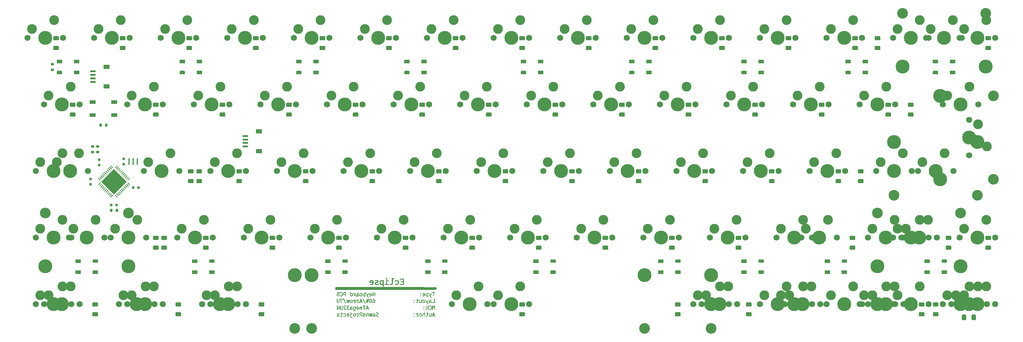
<source format=gbr>
%TF.GenerationSoftware,KiCad,Pcbnew,(5.1.11)-1*%
%TF.CreationDate,2022-09-07T08:58:02+07:00*%
%TF.ProjectId,Eclipse60,45636c69-7073-4653-9630-2e6b69636164,rev?*%
%TF.SameCoordinates,Original*%
%TF.FileFunction,Soldermask,Bot*%
%TF.FilePolarity,Negative*%
%FSLAX46Y46*%
G04 Gerber Fmt 4.6, Leading zero omitted, Abs format (unit mm)*
G04 Created by KiCad (PCBNEW (5.1.11)-1) date 2022-09-07 08:58:02*
%MOMM*%
%LPD*%
G01*
G04 APERTURE LIST*
%ADD10C,0.010000*%
%ADD11R,1.800000X1.200000*%
%ADD12R,1.550000X0.600000*%
%ADD13C,3.048000*%
%ADD14C,3.987800*%
%ADD15C,2.800000*%
%ADD16C,1.750000*%
%ADD17R,0.950000X0.800000*%
%ADD18R,1.800000X1.100000*%
%ADD19R,0.800000X0.950000*%
%ADD20R,1.500000X1.000000*%
%ADD21C,0.100000*%
%ADD22R,0.400000X1.900000*%
%ADD23R,0.750000X0.800000*%
%ADD24R,0.800000X0.750000*%
G04 APERTURE END LIST*
D10*
%TO.C,G\u002A\u002A\u002A*%
G36*
X131146375Y-113274561D02*
G01*
X131110737Y-113316101D01*
X131102629Y-113368183D01*
X131119118Y-113416741D01*
X131157271Y-113447712D01*
X131183417Y-113452208D01*
X131228207Y-113436942D01*
X131245950Y-113421623D01*
X131266162Y-113373047D01*
X131258413Y-113323179D01*
X131230231Y-113283138D01*
X131189144Y-113264043D01*
X131146375Y-113274561D01*
G37*
X131146375Y-113274561D02*
X131110737Y-113316101D01*
X131102629Y-113368183D01*
X131119118Y-113416741D01*
X131157271Y-113447712D01*
X131183417Y-113452208D01*
X131228207Y-113436942D01*
X131245950Y-113421623D01*
X131266162Y-113373047D01*
X131258413Y-113323179D01*
X131230231Y-113283138D01*
X131189144Y-113264043D01*
X131146375Y-113274561D01*
G36*
X135682531Y-106875544D02*
G01*
X135661115Y-106882523D01*
X135628024Y-106909559D01*
X135595257Y-106956793D01*
X135594216Y-106958780D01*
X135575710Y-107030987D01*
X135591063Y-107095842D01*
X135631835Y-107147604D01*
X135689582Y-107180530D01*
X135755862Y-107188878D01*
X135822234Y-107166907D01*
X135857561Y-107137885D01*
X135897133Y-107071589D01*
X135901284Y-107004020D01*
X135875955Y-106942905D01*
X135827091Y-106895970D01*
X135760635Y-106870941D01*
X135682531Y-106875544D01*
G37*
X135682531Y-106875544D02*
X135661115Y-106882523D01*
X135628024Y-106909559D01*
X135595257Y-106956793D01*
X135594216Y-106958780D01*
X135575710Y-107030987D01*
X135591063Y-107095842D01*
X135631835Y-107147604D01*
X135689582Y-107180530D01*
X135755862Y-107188878D01*
X135822234Y-107166907D01*
X135857561Y-107137885D01*
X135897133Y-107071589D01*
X135901284Y-107004020D01*
X135875955Y-106942905D01*
X135827091Y-106895970D01*
X135760635Y-106870941D01*
X135682531Y-106875544D01*
G36*
X135628417Y-108520375D02*
G01*
X135205083Y-108520375D01*
X135205083Y-108710875D01*
X136348083Y-108710875D01*
X136348083Y-108520375D01*
X135840083Y-108520375D01*
X135840083Y-107610208D01*
X136263417Y-107610208D01*
X136263417Y-107419708D01*
X135628417Y-107419708D01*
X135628417Y-108520375D01*
G37*
X135628417Y-108520375D02*
X135205083Y-108520375D01*
X135205083Y-108710875D01*
X136348083Y-108710875D01*
X136348083Y-108520375D01*
X135840083Y-108520375D01*
X135840083Y-107610208D01*
X136263417Y-107610208D01*
X136263417Y-107419708D01*
X135628417Y-107419708D01*
X135628417Y-108520375D01*
G36*
X139544250Y-107186875D02*
G01*
X140454417Y-107186875D01*
X140454417Y-107758375D01*
X139777083Y-107758375D01*
X139777083Y-107948875D01*
X140454417Y-107948875D01*
X140454417Y-108520375D01*
X139544250Y-108520375D01*
X139544250Y-108710875D01*
X140687250Y-108710875D01*
X140687250Y-106996375D01*
X139544250Y-106996375D01*
X139544250Y-107186875D01*
G37*
X139544250Y-107186875D02*
X140454417Y-107186875D01*
X140454417Y-107758375D01*
X139777083Y-107758375D01*
X139777083Y-107948875D01*
X140454417Y-107948875D01*
X140454417Y-108520375D01*
X139544250Y-108520375D01*
X139544250Y-108710875D01*
X140687250Y-108710875D01*
X140687250Y-106996375D01*
X139544250Y-106996375D01*
X139544250Y-107186875D01*
G36*
X131420092Y-107401919D02*
G01*
X131271573Y-107426724D01*
X131150473Y-107483102D01*
X131056391Y-107571519D01*
X130988927Y-107692443D01*
X130947682Y-107846341D01*
X130934494Y-107968515D01*
X130923545Y-108160541D01*
X131370981Y-108160541D01*
X131527237Y-108160611D01*
X131645344Y-108161927D01*
X131729486Y-108166145D01*
X131783845Y-108174922D01*
X131812604Y-108189915D01*
X131819945Y-108212782D01*
X131810051Y-108245180D01*
X131787106Y-108288765D01*
X131770121Y-108318665D01*
X131690914Y-108417119D01*
X131582333Y-108486145D01*
X131445973Y-108525180D01*
X131283430Y-108533659D01*
X131185747Y-108525387D01*
X131108975Y-108516010D01*
X131051131Y-108509586D01*
X131022637Y-108507257D01*
X131021355Y-108507397D01*
X131016591Y-108527694D01*
X131008272Y-108576464D01*
X131003539Y-108607248D01*
X130989035Y-108704706D01*
X131070351Y-108718140D01*
X131178410Y-108729396D01*
X131302909Y-108732148D01*
X131429699Y-108727023D01*
X131544626Y-108714647D01*
X131633541Y-108695644D01*
X131642047Y-108692860D01*
X131767703Y-108636360D01*
X131863880Y-108560102D01*
X131941031Y-108454789D01*
X131969157Y-108401938D01*
X132002697Y-108329711D01*
X132023118Y-108269934D01*
X132033593Y-108207153D01*
X132037295Y-108125914D01*
X132037596Y-108068668D01*
X132033779Y-107991208D01*
X131838525Y-107991208D01*
X131141083Y-107991208D01*
X131141083Y-107923807D01*
X131160071Y-107815874D01*
X131212016Y-107722429D01*
X131289398Y-107650157D01*
X131384693Y-107605746D01*
X131490377Y-107595881D01*
X131507710Y-107597950D01*
X131628185Y-107634808D01*
X131722530Y-107704675D01*
X131789618Y-107806402D01*
X131825416Y-107922416D01*
X131838525Y-107991208D01*
X132033779Y-107991208D01*
X132029650Y-107907453D01*
X132004188Y-107777179D01*
X131958262Y-107669038D01*
X131888924Y-107574221D01*
X131862922Y-107546864D01*
X131769168Y-107470103D01*
X131666438Y-107422802D01*
X131544813Y-107401713D01*
X131420092Y-107401919D01*
G37*
X131420092Y-107401919D02*
X131271573Y-107426724D01*
X131150473Y-107483102D01*
X131056391Y-107571519D01*
X130988927Y-107692443D01*
X130947682Y-107846341D01*
X130934494Y-107968515D01*
X130923545Y-108160541D01*
X131370981Y-108160541D01*
X131527237Y-108160611D01*
X131645344Y-108161927D01*
X131729486Y-108166145D01*
X131783845Y-108174922D01*
X131812604Y-108189915D01*
X131819945Y-108212782D01*
X131810051Y-108245180D01*
X131787106Y-108288765D01*
X131770121Y-108318665D01*
X131690914Y-108417119D01*
X131582333Y-108486145D01*
X131445973Y-108525180D01*
X131283430Y-108533659D01*
X131185747Y-108525387D01*
X131108975Y-108516010D01*
X131051131Y-108509586D01*
X131022637Y-108507257D01*
X131021355Y-108507397D01*
X131016591Y-108527694D01*
X131008272Y-108576464D01*
X131003539Y-108607248D01*
X130989035Y-108704706D01*
X131070351Y-108718140D01*
X131178410Y-108729396D01*
X131302909Y-108732148D01*
X131429699Y-108727023D01*
X131544626Y-108714647D01*
X131633541Y-108695644D01*
X131642047Y-108692860D01*
X131767703Y-108636360D01*
X131863880Y-108560102D01*
X131941031Y-108454789D01*
X131969157Y-108401938D01*
X132002697Y-108329711D01*
X132023118Y-108269934D01*
X132033593Y-108207153D01*
X132037295Y-108125914D01*
X132037596Y-108068668D01*
X132033779Y-107991208D01*
X131838525Y-107991208D01*
X131141083Y-107991208D01*
X131141083Y-107923807D01*
X131160071Y-107815874D01*
X131212016Y-107722429D01*
X131289398Y-107650157D01*
X131384693Y-107605746D01*
X131490377Y-107595881D01*
X131507710Y-107597950D01*
X131628185Y-107634808D01*
X131722530Y-107704675D01*
X131789618Y-107806402D01*
X131825416Y-107922416D01*
X131838525Y-107991208D01*
X132033779Y-107991208D01*
X132029650Y-107907453D01*
X132004188Y-107777179D01*
X131958262Y-107669038D01*
X131888924Y-107574221D01*
X131862922Y-107546864D01*
X131769168Y-107470103D01*
X131666438Y-107422802D01*
X131544813Y-107401713D01*
X131420092Y-107401919D01*
G36*
X132653322Y-107409947D02*
G01*
X132554729Y-107411718D01*
X132479154Y-107414440D01*
X132434079Y-107417878D01*
X132424853Y-107420113D01*
X132420441Y-107446121D01*
X132422991Y-107497489D01*
X132425149Y-107515705D01*
X132436496Y-107600309D01*
X132725415Y-107600401D01*
X132890217Y-107604765D01*
X133016289Y-107618591D01*
X133106436Y-107643159D01*
X133163463Y-107679749D01*
X133190174Y-107729641D01*
X133189375Y-107794115D01*
X133185771Y-107810443D01*
X133167652Y-107843304D01*
X133127478Y-107873564D01*
X133060237Y-107903472D01*
X132960920Y-107935282D01*
X132831871Y-107969416D01*
X132678912Y-108012630D01*
X132563733Y-108058640D01*
X132481793Y-108111441D01*
X132428557Y-108175028D01*
X132399485Y-108253394D01*
X132390040Y-108350534D01*
X132389996Y-108358359D01*
X132399847Y-108469095D01*
X132433828Y-108551673D01*
X132498335Y-108616375D01*
X132580251Y-108664166D01*
X132628106Y-108686438D01*
X132671822Y-108702157D01*
X132720294Y-108712562D01*
X132782422Y-108718893D01*
X132867102Y-108722388D01*
X132983233Y-108724287D01*
X133014333Y-108724618D01*
X133130908Y-108725109D01*
X133236663Y-108724277D01*
X133322348Y-108722287D01*
X133378714Y-108719306D01*
X133391112Y-108717851D01*
X133426568Y-108709342D01*
X133441800Y-108691590D01*
X133441851Y-108652358D01*
X133436025Y-108608824D01*
X133426592Y-108549413D01*
X133418929Y-108510851D01*
X133416548Y-108503731D01*
X133394763Y-108503494D01*
X133340457Y-108507837D01*
X133263091Y-108515923D01*
X133213188Y-108521776D01*
X133043641Y-108534880D01*
X132897795Y-108531055D01*
X132778535Y-108511415D01*
X132688748Y-108477073D01*
X132631319Y-108429142D01*
X132609134Y-108368736D01*
X132625078Y-108296967D01*
X132625897Y-108295232D01*
X132637607Y-108272250D01*
X132651795Y-108253912D01*
X132674460Y-108237723D01*
X132711605Y-108221188D01*
X132769231Y-108201814D01*
X132853338Y-108177106D01*
X132969929Y-108144569D01*
X133024917Y-108129380D01*
X133174909Y-108081338D01*
X133286245Y-108028899D01*
X133362597Y-107968332D01*
X133407637Y-107895904D01*
X133425037Y-107807885D01*
X133421788Y-107726048D01*
X133392689Y-107619915D01*
X133330046Y-107535615D01*
X133230830Y-107469326D01*
X133210723Y-107459849D01*
X133164438Y-107440526D01*
X133119831Y-107426870D01*
X133068328Y-107417904D01*
X133001354Y-107412652D01*
X132910336Y-107410136D01*
X132786697Y-107409381D01*
X132767453Y-107409361D01*
X132653322Y-107409947D01*
G37*
X132653322Y-107409947D02*
X132554729Y-107411718D01*
X132479154Y-107414440D01*
X132434079Y-107417878D01*
X132424853Y-107420113D01*
X132420441Y-107446121D01*
X132422991Y-107497489D01*
X132425149Y-107515705D01*
X132436496Y-107600309D01*
X132725415Y-107600401D01*
X132890217Y-107604765D01*
X133016289Y-107618591D01*
X133106436Y-107643159D01*
X133163463Y-107679749D01*
X133190174Y-107729641D01*
X133189375Y-107794115D01*
X133185771Y-107810443D01*
X133167652Y-107843304D01*
X133127478Y-107873564D01*
X133060237Y-107903472D01*
X132960920Y-107935282D01*
X132831871Y-107969416D01*
X132678912Y-108012630D01*
X132563733Y-108058640D01*
X132481793Y-108111441D01*
X132428557Y-108175028D01*
X132399485Y-108253394D01*
X132390040Y-108350534D01*
X132389996Y-108358359D01*
X132399847Y-108469095D01*
X132433828Y-108551673D01*
X132498335Y-108616375D01*
X132580251Y-108664166D01*
X132628106Y-108686438D01*
X132671822Y-108702157D01*
X132720294Y-108712562D01*
X132782422Y-108718893D01*
X132867102Y-108722388D01*
X132983233Y-108724287D01*
X133014333Y-108724618D01*
X133130908Y-108725109D01*
X133236663Y-108724277D01*
X133322348Y-108722287D01*
X133378714Y-108719306D01*
X133391112Y-108717851D01*
X133426568Y-108709342D01*
X133441800Y-108691590D01*
X133441851Y-108652358D01*
X133436025Y-108608824D01*
X133426592Y-108549413D01*
X133418929Y-108510851D01*
X133416548Y-108503731D01*
X133394763Y-108503494D01*
X133340457Y-108507837D01*
X133263091Y-108515923D01*
X133213188Y-108521776D01*
X133043641Y-108534880D01*
X132897795Y-108531055D01*
X132778535Y-108511415D01*
X132688748Y-108477073D01*
X132631319Y-108429142D01*
X132609134Y-108368736D01*
X132625078Y-108296967D01*
X132625897Y-108295232D01*
X132637607Y-108272250D01*
X132651795Y-108253912D01*
X132674460Y-108237723D01*
X132711605Y-108221188D01*
X132769231Y-108201814D01*
X132853338Y-108177106D01*
X132969929Y-108144569D01*
X133024917Y-108129380D01*
X133174909Y-108081338D01*
X133286245Y-108028899D01*
X133362597Y-107968332D01*
X133407637Y-107895904D01*
X133425037Y-107807885D01*
X133421788Y-107726048D01*
X133392689Y-107619915D01*
X133330046Y-107535615D01*
X133230830Y-107469326D01*
X133210723Y-107459849D01*
X133164438Y-107440526D01*
X133119831Y-107426870D01*
X133068328Y-107417904D01*
X133001354Y-107412652D01*
X132910336Y-107410136D01*
X132786697Y-107409381D01*
X132767453Y-107409361D01*
X132653322Y-107409947D01*
G36*
X137257938Y-107626083D02*
G01*
X137257398Y-107841185D01*
X137255909Y-108017052D01*
X137253366Y-108156770D01*
X137249665Y-108263430D01*
X137244702Y-108340118D01*
X137238373Y-108389925D01*
X137231313Y-108414541D01*
X137195659Y-108457444D01*
X137139534Y-108498681D01*
X137122604Y-108507765D01*
X137073615Y-108528660D01*
X137027907Y-108537614D01*
X136970343Y-108535744D01*
X136890450Y-108524893D01*
X136816546Y-108514172D01*
X136761536Y-108507551D01*
X136736319Y-108506323D01*
X136735856Y-108506546D01*
X136729849Y-108528403D01*
X136720589Y-108577391D01*
X136717031Y-108598876D01*
X136710106Y-108654541D01*
X136719121Y-108683287D01*
X136753224Y-108699977D01*
X136784853Y-108709088D01*
X136876273Y-108725815D01*
X136984113Y-108732636D01*
X137094603Y-108730002D01*
X137193977Y-108718366D01*
X137268465Y-108698180D01*
X137279747Y-108692849D01*
X137370059Y-108621264D01*
X137435432Y-108516850D01*
X137468329Y-108412726D01*
X137474813Y-108360553D01*
X137480452Y-108271587D01*
X137485070Y-108151365D01*
X137488494Y-108005422D01*
X137490546Y-107839293D01*
X137491083Y-107693833D01*
X137491083Y-107081041D01*
X137872083Y-107081041D01*
X137872083Y-106890541D01*
X137258250Y-106890541D01*
X137257938Y-107626083D01*
G37*
X137257938Y-107626083D02*
X137257398Y-107841185D01*
X137255909Y-108017052D01*
X137253366Y-108156770D01*
X137249665Y-108263430D01*
X137244702Y-108340118D01*
X137238373Y-108389925D01*
X137231313Y-108414541D01*
X137195659Y-108457444D01*
X137139534Y-108498681D01*
X137122604Y-108507765D01*
X137073615Y-108528660D01*
X137027907Y-108537614D01*
X136970343Y-108535744D01*
X136890450Y-108524893D01*
X136816546Y-108514172D01*
X136761536Y-108507551D01*
X136736319Y-108506323D01*
X136735856Y-108506546D01*
X136729849Y-108528403D01*
X136720589Y-108577391D01*
X136717031Y-108598876D01*
X136710106Y-108654541D01*
X136719121Y-108683287D01*
X136753224Y-108699977D01*
X136784853Y-108709088D01*
X136876273Y-108725815D01*
X136984113Y-108732636D01*
X137094603Y-108730002D01*
X137193977Y-108718366D01*
X137268465Y-108698180D01*
X137279747Y-108692849D01*
X137370059Y-108621264D01*
X137435432Y-108516850D01*
X137468329Y-108412726D01*
X137474813Y-108360553D01*
X137480452Y-108271587D01*
X137485070Y-108151365D01*
X137488494Y-108005422D01*
X137490546Y-107839293D01*
X137491083Y-107693833D01*
X137491083Y-107081041D01*
X137872083Y-107081041D01*
X137872083Y-106890541D01*
X137258250Y-106890541D01*
X137257938Y-107626083D01*
G36*
X138516027Y-107406441D02*
G01*
X138366695Y-107439934D01*
X138247391Y-107503252D01*
X138158127Y-107596389D01*
X138153041Y-107603968D01*
X138133449Y-107637730D01*
X138133459Y-107662604D01*
X138157746Y-107691419D01*
X138197334Y-107725544D01*
X138277299Y-107792679D01*
X138355917Y-107714061D01*
X138460205Y-107638305D01*
X138581385Y-107600243D01*
X138709875Y-107600987D01*
X138830216Y-107638069D01*
X138925353Y-107707886D01*
X138993354Y-107807810D01*
X139032289Y-107935214D01*
X139041240Y-108051927D01*
X139028205Y-108199255D01*
X138989354Y-108316265D01*
X138921987Y-108408104D01*
X138823402Y-108479921D01*
X138814000Y-108485001D01*
X138761121Y-108508163D01*
X138702033Y-108521832D01*
X138623902Y-108528064D01*
X138538833Y-108529076D01*
X138442615Y-108527047D01*
X138353188Y-108522272D01*
X138285836Y-108515653D01*
X138271233Y-108513253D01*
X138194132Y-108498143D01*
X138184439Y-108588634D01*
X138182432Y-108649152D01*
X138189046Y-108692058D01*
X138193213Y-108699698D01*
X138224130Y-108710854D01*
X138288055Y-108719051D01*
X138375763Y-108724280D01*
X138478033Y-108726532D01*
X138585641Y-108725798D01*
X138689364Y-108722069D01*
X138779979Y-108715337D01*
X138848263Y-108705592D01*
X138868840Y-108700353D01*
X138974919Y-108648744D01*
X139077548Y-108568180D01*
X139163133Y-108470805D01*
X139205374Y-108399674D01*
X139239993Y-108294481D01*
X139260662Y-108164467D01*
X139266121Y-108025196D01*
X139255114Y-107892234D01*
X139249087Y-107859107D01*
X139198517Y-107712997D01*
X139113993Y-107588548D01*
X138999612Y-107491474D01*
X138974604Y-107476461D01*
X138900705Y-107439731D01*
X138828752Y-107417822D01*
X138740409Y-107405895D01*
X138695377Y-107402777D01*
X138516027Y-107406441D01*
G37*
X138516027Y-107406441D02*
X138366695Y-107439934D01*
X138247391Y-107503252D01*
X138158127Y-107596389D01*
X138153041Y-107603968D01*
X138133449Y-107637730D01*
X138133459Y-107662604D01*
X138157746Y-107691419D01*
X138197334Y-107725544D01*
X138277299Y-107792679D01*
X138355917Y-107714061D01*
X138460205Y-107638305D01*
X138581385Y-107600243D01*
X138709875Y-107600987D01*
X138830216Y-107638069D01*
X138925353Y-107707886D01*
X138993354Y-107807810D01*
X139032289Y-107935214D01*
X139041240Y-108051927D01*
X139028205Y-108199255D01*
X138989354Y-108316265D01*
X138921987Y-108408104D01*
X138823402Y-108479921D01*
X138814000Y-108485001D01*
X138761121Y-108508163D01*
X138702033Y-108521832D01*
X138623902Y-108528064D01*
X138538833Y-108529076D01*
X138442615Y-108527047D01*
X138353188Y-108522272D01*
X138285836Y-108515653D01*
X138271233Y-108513253D01*
X138194132Y-108498143D01*
X138184439Y-108588634D01*
X138182432Y-108649152D01*
X138189046Y-108692058D01*
X138193213Y-108699698D01*
X138224130Y-108710854D01*
X138288055Y-108719051D01*
X138375763Y-108724280D01*
X138478033Y-108726532D01*
X138585641Y-108725798D01*
X138689364Y-108722069D01*
X138779979Y-108715337D01*
X138848263Y-108705592D01*
X138868840Y-108700353D01*
X138974919Y-108648744D01*
X139077548Y-108568180D01*
X139163133Y-108470805D01*
X139205374Y-108399674D01*
X139239993Y-108294481D01*
X139260662Y-108164467D01*
X139266121Y-108025196D01*
X139255114Y-107892234D01*
X139249087Y-107859107D01*
X139198517Y-107712997D01*
X139113993Y-107588548D01*
X138999612Y-107491474D01*
X138974604Y-107476461D01*
X138900705Y-107439731D01*
X138828752Y-107417822D01*
X138740409Y-107405895D01*
X138695377Y-107402777D01*
X138516027Y-107406441D01*
G36*
X134132027Y-107419963D02*
G01*
X134040482Y-107456750D01*
X133943310Y-107525133D01*
X133869884Y-107618284D01*
X133817389Y-107741070D01*
X133783012Y-107898355D01*
X133782292Y-107903240D01*
X133768783Y-108087016D01*
X133782105Y-108257784D01*
X133820658Y-108409866D01*
X133882843Y-108537578D01*
X133967061Y-108635242D01*
X133994339Y-108656406D01*
X134092724Y-108703872D01*
X134214764Y-108729651D01*
X134346521Y-108731517D01*
X134411061Y-108722905D01*
X134491032Y-108691665D01*
X134568077Y-108634928D01*
X134628029Y-108565004D01*
X134652793Y-108512932D01*
X134659977Y-108503398D01*
X134665605Y-108530832D01*
X134669760Y-108596559D01*
X134672524Y-108701906D01*
X134673981Y-108848199D01*
X134674008Y-108853750D01*
X134675917Y-109261208D01*
X134887583Y-109261208D01*
X134887583Y-108065291D01*
X134664404Y-108065291D01*
X134658065Y-108210514D01*
X134637286Y-108321290D01*
X134599427Y-108403829D01*
X134541847Y-108464339D01*
X134478883Y-108501493D01*
X134377849Y-108529984D01*
X134271567Y-108529110D01*
X134175974Y-108499800D01*
X134146750Y-108482111D01*
X134106302Y-108440818D01*
X134062866Y-108378498D01*
X134043159Y-108342982D01*
X134010047Y-108243884D01*
X133993318Y-108121560D01*
X133993347Y-107991974D01*
X134010509Y-107871087D01*
X134030552Y-107805921D01*
X134091888Y-107703101D01*
X134176525Y-107633084D01*
X134278138Y-107598429D01*
X134390407Y-107601697D01*
X134471108Y-107627546D01*
X134548612Y-107672727D01*
X134603852Y-107733307D01*
X134639669Y-107815717D01*
X134658903Y-107926391D01*
X134664404Y-108065291D01*
X134887583Y-108065291D01*
X134887583Y-107419708D01*
X134701056Y-107419708D01*
X134686362Y-107526542D01*
X134671669Y-107633377D01*
X134635185Y-107563584D01*
X134573250Y-107488203D01*
X134483015Y-107434542D01*
X134373432Y-107404210D01*
X134253453Y-107398814D01*
X134132027Y-107419963D01*
G37*
X134132027Y-107419963D02*
X134040482Y-107456750D01*
X133943310Y-107525133D01*
X133869884Y-107618284D01*
X133817389Y-107741070D01*
X133783012Y-107898355D01*
X133782292Y-107903240D01*
X133768783Y-108087016D01*
X133782105Y-108257784D01*
X133820658Y-108409866D01*
X133882843Y-108537578D01*
X133967061Y-108635242D01*
X133994339Y-108656406D01*
X134092724Y-108703872D01*
X134214764Y-108729651D01*
X134346521Y-108731517D01*
X134411061Y-108722905D01*
X134491032Y-108691665D01*
X134568077Y-108634928D01*
X134628029Y-108565004D01*
X134652793Y-108512932D01*
X134659977Y-108503398D01*
X134665605Y-108530832D01*
X134669760Y-108596559D01*
X134672524Y-108701906D01*
X134673981Y-108848199D01*
X134674008Y-108853750D01*
X134675917Y-109261208D01*
X134887583Y-109261208D01*
X134887583Y-108065291D01*
X134664404Y-108065291D01*
X134658065Y-108210514D01*
X134637286Y-108321290D01*
X134599427Y-108403829D01*
X134541847Y-108464339D01*
X134478883Y-108501493D01*
X134377849Y-108529984D01*
X134271567Y-108529110D01*
X134175974Y-108499800D01*
X134146750Y-108482111D01*
X134106302Y-108440818D01*
X134062866Y-108378498D01*
X134043159Y-108342982D01*
X134010047Y-108243884D01*
X133993318Y-108121560D01*
X133993347Y-107991974D01*
X134010509Y-107871087D01*
X134030552Y-107805921D01*
X134091888Y-107703101D01*
X134176525Y-107633084D01*
X134278138Y-107598429D01*
X134390407Y-107601697D01*
X134471108Y-107627546D01*
X134548612Y-107672727D01*
X134603852Y-107733307D01*
X134639669Y-107815717D01*
X134658903Y-107926391D01*
X134664404Y-108065291D01*
X134887583Y-108065291D01*
X134887583Y-107419708D01*
X134701056Y-107419708D01*
X134686362Y-107526542D01*
X134671669Y-107633377D01*
X134635185Y-107563584D01*
X134573250Y-107488203D01*
X134483015Y-107434542D01*
X134373432Y-107404210D01*
X134253453Y-107398814D01*
X134132027Y-107419963D01*
G36*
X121220254Y-109491884D02*
G01*
X121143970Y-109568969D01*
X121089967Y-109667008D01*
X121066568Y-109770134D01*
X121066215Y-109785511D01*
X121083296Y-109873233D01*
X121126806Y-109964922D01*
X121187070Y-110042443D01*
X121216742Y-110067635D01*
X121288000Y-110118458D01*
X135512000Y-110123645D01*
X136446934Y-110123980D01*
X137340465Y-110124286D01*
X138193521Y-110124561D01*
X139007032Y-110124804D01*
X139781928Y-110125012D01*
X140519137Y-110125185D01*
X141219590Y-110125319D01*
X141884216Y-110125414D01*
X142513944Y-110125467D01*
X143109704Y-110125476D01*
X143672426Y-110125441D01*
X144203038Y-110125358D01*
X144702471Y-110125226D01*
X145171653Y-110125044D01*
X145611514Y-110124809D01*
X146022984Y-110124521D01*
X146406992Y-110124175D01*
X146764467Y-110123772D01*
X147096340Y-110123310D01*
X147403538Y-110122785D01*
X147686993Y-110122198D01*
X147947633Y-110121545D01*
X148186388Y-110120825D01*
X148404188Y-110120036D01*
X148601961Y-110119176D01*
X148780637Y-110118245D01*
X148941146Y-110117238D01*
X149084417Y-110116156D01*
X149211380Y-110114996D01*
X149322964Y-110113756D01*
X149420099Y-110112435D01*
X149503713Y-110111030D01*
X149574737Y-110109540D01*
X149634100Y-110107963D01*
X149682731Y-110106297D01*
X149721560Y-110104540D01*
X149751516Y-110102691D01*
X149773529Y-110100748D01*
X149788529Y-110098709D01*
X149797444Y-110096572D01*
X149799453Y-110095721D01*
X149879102Y-110045505D01*
X149931696Y-109986299D01*
X149970883Y-109904371D01*
X149994272Y-109789544D01*
X149980799Y-109676268D01*
X149933871Y-109573909D01*
X149856894Y-109491832D01*
X149810040Y-109462269D01*
X149802703Y-109460177D01*
X149788351Y-109458178D01*
X149766063Y-109456269D01*
X149734922Y-109454449D01*
X149694006Y-109452714D01*
X149642398Y-109451065D01*
X149579178Y-109449497D01*
X149503427Y-109448010D01*
X149414224Y-109446600D01*
X149310652Y-109445267D01*
X149191791Y-109444008D01*
X149056721Y-109442821D01*
X148904522Y-109441704D01*
X148734277Y-109440655D01*
X148545065Y-109439672D01*
X148335968Y-109438753D01*
X148106065Y-109437896D01*
X147854438Y-109437098D01*
X147580167Y-109436358D01*
X147282333Y-109435674D01*
X146960017Y-109435043D01*
X146612299Y-109434465D01*
X146238260Y-109433935D01*
X145836981Y-109433454D01*
X145407543Y-109433017D01*
X144949025Y-109432624D01*
X144460510Y-109432273D01*
X143941077Y-109431961D01*
X143389807Y-109431686D01*
X142805781Y-109431447D01*
X142188080Y-109431241D01*
X141535785Y-109431066D01*
X140847975Y-109430920D01*
X140123732Y-109430801D01*
X139362137Y-109430707D01*
X138562269Y-109430637D01*
X137723211Y-109430587D01*
X136844042Y-109430556D01*
X135923843Y-109430542D01*
X135526810Y-109430541D01*
X121304935Y-109430541D01*
X121220254Y-109491884D01*
G37*
X121220254Y-109491884D02*
X121143970Y-109568969D01*
X121089967Y-109667008D01*
X121066568Y-109770134D01*
X121066215Y-109785511D01*
X121083296Y-109873233D01*
X121126806Y-109964922D01*
X121187070Y-110042443D01*
X121216742Y-110067635D01*
X121288000Y-110118458D01*
X135512000Y-110123645D01*
X136446934Y-110123980D01*
X137340465Y-110124286D01*
X138193521Y-110124561D01*
X139007032Y-110124804D01*
X139781928Y-110125012D01*
X140519137Y-110125185D01*
X141219590Y-110125319D01*
X141884216Y-110125414D01*
X142513944Y-110125467D01*
X143109704Y-110125476D01*
X143672426Y-110125441D01*
X144203038Y-110125358D01*
X144702471Y-110125226D01*
X145171653Y-110125044D01*
X145611514Y-110124809D01*
X146022984Y-110124521D01*
X146406992Y-110124175D01*
X146764467Y-110123772D01*
X147096340Y-110123310D01*
X147403538Y-110122785D01*
X147686993Y-110122198D01*
X147947633Y-110121545D01*
X148186388Y-110120825D01*
X148404188Y-110120036D01*
X148601961Y-110119176D01*
X148780637Y-110118245D01*
X148941146Y-110117238D01*
X149084417Y-110116156D01*
X149211380Y-110114996D01*
X149322964Y-110113756D01*
X149420099Y-110112435D01*
X149503713Y-110111030D01*
X149574737Y-110109540D01*
X149634100Y-110107963D01*
X149682731Y-110106297D01*
X149721560Y-110104540D01*
X149751516Y-110102691D01*
X149773529Y-110100748D01*
X149788529Y-110098709D01*
X149797444Y-110096572D01*
X149799453Y-110095721D01*
X149879102Y-110045505D01*
X149931696Y-109986299D01*
X149970883Y-109904371D01*
X149994272Y-109789544D01*
X149980799Y-109676268D01*
X149933871Y-109573909D01*
X149856894Y-109491832D01*
X149810040Y-109462269D01*
X149802703Y-109460177D01*
X149788351Y-109458178D01*
X149766063Y-109456269D01*
X149734922Y-109454449D01*
X149694006Y-109452714D01*
X149642398Y-109451065D01*
X149579178Y-109449497D01*
X149503427Y-109448010D01*
X149414224Y-109446600D01*
X149310652Y-109445267D01*
X149191791Y-109444008D01*
X149056721Y-109442821D01*
X148904522Y-109441704D01*
X148734277Y-109440655D01*
X148545065Y-109439672D01*
X148335968Y-109438753D01*
X148106065Y-109437896D01*
X147854438Y-109437098D01*
X147580167Y-109436358D01*
X147282333Y-109435674D01*
X146960017Y-109435043D01*
X146612299Y-109434465D01*
X146238260Y-109433935D01*
X145836981Y-109433454D01*
X145407543Y-109433017D01*
X144949025Y-109432624D01*
X144460510Y-109432273D01*
X143941077Y-109431961D01*
X143389807Y-109431686D01*
X142805781Y-109431447D01*
X142188080Y-109431241D01*
X141535785Y-109431066D01*
X140847975Y-109430920D01*
X140123732Y-109430801D01*
X139362137Y-109430707D01*
X138562269Y-109430637D01*
X137723211Y-109430587D01*
X136844042Y-109430556D01*
X135923843Y-109430542D01*
X135526810Y-109430541D01*
X121304935Y-109430541D01*
X121220254Y-109491884D01*
G36*
X145407417Y-111145041D02*
G01*
X145372635Y-111183081D01*
X145366597Y-111233313D01*
X145385574Y-111280816D01*
X145425836Y-111310671D01*
X145449750Y-111314375D01*
X145494194Y-111300253D01*
X145509017Y-111288975D01*
X145534814Y-111240530D01*
X145528954Y-111191157D01*
X145499325Y-111152029D01*
X145453814Y-111134319D01*
X145407417Y-111145041D01*
G37*
X145407417Y-111145041D02*
X145372635Y-111183081D01*
X145366597Y-111233313D01*
X145385574Y-111280816D01*
X145425836Y-111310671D01*
X145449750Y-111314375D01*
X145494194Y-111300253D01*
X145509017Y-111288975D01*
X145534814Y-111240530D01*
X145528954Y-111191157D01*
X145499325Y-111152029D01*
X145453814Y-111134319D01*
X145407417Y-111145041D01*
G36*
X121898023Y-110871171D02*
G01*
X121822326Y-110876118D01*
X121767419Y-110886303D01*
X121722556Y-110903313D01*
X121700520Y-110914880D01*
X121627357Y-110970861D01*
X121586922Y-111042773D01*
X121573789Y-111140573D01*
X121573750Y-111147429D01*
X121583085Y-111235686D01*
X121616237Y-111297926D01*
X121680929Y-111347286D01*
X121696112Y-111355602D01*
X121743883Y-111381678D01*
X121756748Y-111393815D01*
X121737363Y-111397599D01*
X121716314Y-111398106D01*
X121656860Y-111415728D01*
X121589223Y-111462074D01*
X121581298Y-111469146D01*
X121531032Y-111522961D01*
X121505822Y-111577391D01*
X121495770Y-111643771D01*
X121503050Y-111758751D01*
X121545156Y-111852798D01*
X121620289Y-111922239D01*
X121636920Y-111931704D01*
X121677975Y-111949051D01*
X121728827Y-111960536D01*
X121798528Y-111967217D01*
X121896131Y-111970146D01*
X121970295Y-111970541D01*
X122229917Y-111970541D01*
X122229917Y-111441375D01*
X122124083Y-111441375D01*
X122124083Y-111864708D01*
X121949458Y-111864675D01*
X121832576Y-111860093D01*
X121747791Y-111845471D01*
X121700750Y-111827633D01*
X121637543Y-111775529D01*
X121603916Y-111704732D01*
X121599443Y-111626417D01*
X121623702Y-111551755D01*
X121676268Y-111491921D01*
X121714300Y-111470521D01*
X121772197Y-111455686D01*
X121856769Y-111445339D01*
X121952438Y-111441376D01*
X121954070Y-111441375D01*
X122124083Y-111441375D01*
X122229917Y-111441375D01*
X122229917Y-110975708D01*
X122124083Y-110975708D01*
X122124083Y-111335541D01*
X121989659Y-111335541D01*
X121906118Y-111331790D01*
X121829484Y-111322092D01*
X121788129Y-111312148D01*
X121719482Y-111271592D01*
X121685059Y-111207529D01*
X121679583Y-111155625D01*
X121692488Y-111081371D01*
X121733410Y-111028308D01*
X121805664Y-110994512D01*
X121912562Y-110978061D01*
X121989659Y-110975708D01*
X122124083Y-110975708D01*
X122229917Y-110975708D01*
X122229917Y-110869875D01*
X122005257Y-110869875D01*
X121898023Y-110871171D01*
G37*
X121898023Y-110871171D02*
X121822326Y-110876118D01*
X121767419Y-110886303D01*
X121722556Y-110903313D01*
X121700520Y-110914880D01*
X121627357Y-110970861D01*
X121586922Y-111042773D01*
X121573789Y-111140573D01*
X121573750Y-111147429D01*
X121583085Y-111235686D01*
X121616237Y-111297926D01*
X121680929Y-111347286D01*
X121696112Y-111355602D01*
X121743883Y-111381678D01*
X121756748Y-111393815D01*
X121737363Y-111397599D01*
X121716314Y-111398106D01*
X121656860Y-111415728D01*
X121589223Y-111462074D01*
X121581298Y-111469146D01*
X121531032Y-111522961D01*
X121505822Y-111577391D01*
X121495770Y-111643771D01*
X121503050Y-111758751D01*
X121545156Y-111852798D01*
X121620289Y-111922239D01*
X121636920Y-111931704D01*
X121677975Y-111949051D01*
X121728827Y-111960536D01*
X121798528Y-111967217D01*
X121896131Y-111970146D01*
X121970295Y-111970541D01*
X122229917Y-111970541D01*
X122229917Y-111441375D01*
X122124083Y-111441375D01*
X122124083Y-111864708D01*
X121949458Y-111864675D01*
X121832576Y-111860093D01*
X121747791Y-111845471D01*
X121700750Y-111827633D01*
X121637543Y-111775529D01*
X121603916Y-111704732D01*
X121599443Y-111626417D01*
X121623702Y-111551755D01*
X121676268Y-111491921D01*
X121714300Y-111470521D01*
X121772197Y-111455686D01*
X121856769Y-111445339D01*
X121952438Y-111441376D01*
X121954070Y-111441375D01*
X122124083Y-111441375D01*
X122229917Y-111441375D01*
X122229917Y-110975708D01*
X122124083Y-110975708D01*
X122124083Y-111335541D01*
X121989659Y-111335541D01*
X121906118Y-111331790D01*
X121829484Y-111322092D01*
X121788129Y-111312148D01*
X121719482Y-111271592D01*
X121685059Y-111207529D01*
X121679583Y-111155625D01*
X121692488Y-111081371D01*
X121733410Y-111028308D01*
X121805664Y-110994512D01*
X121912562Y-110978061D01*
X121989659Y-110975708D01*
X122124083Y-110975708D01*
X122229917Y-110975708D01*
X122229917Y-110869875D01*
X122005257Y-110869875D01*
X121898023Y-110871171D01*
G36*
X123755750Y-110871154D02*
G01*
X123678251Y-110876104D01*
X123620435Y-110886396D01*
X123571003Y-110903699D01*
X123541928Y-110917500D01*
X123451054Y-110981427D01*
X123393748Y-111066395D01*
X123367198Y-111177308D01*
X123364593Y-111226892D01*
X123379059Y-111357939D01*
X123426394Y-111462522D01*
X123506917Y-111541250D01*
X123541927Y-111562243D01*
X123600384Y-111588298D01*
X123662634Y-111603262D01*
X123743246Y-111609768D01*
X123810163Y-111610708D01*
X123986750Y-111610708D01*
X123986750Y-111790625D01*
X123987236Y-111877749D01*
X123990337Y-111930921D01*
X123998518Y-111958523D01*
X124014245Y-111968936D01*
X124039667Y-111970541D01*
X124092583Y-111970541D01*
X124092583Y-111504875D01*
X123986750Y-111504875D01*
X123854458Y-111504756D01*
X123768537Y-111501066D01*
X123686853Y-111491681D01*
X123643755Y-111482861D01*
X123558198Y-111442154D01*
X123504255Y-111375073D01*
X123480330Y-111279272D01*
X123478750Y-111240291D01*
X123490548Y-111141392D01*
X123528103Y-111067803D01*
X123594656Y-111017243D01*
X123693449Y-110987430D01*
X123827724Y-110976083D01*
X123854458Y-110975826D01*
X123986750Y-110975708D01*
X123986750Y-111504875D01*
X124092583Y-111504875D01*
X124092583Y-110869875D01*
X123864235Y-110869875D01*
X123755750Y-110871154D01*
G37*
X123755750Y-110871154D02*
X123678251Y-110876104D01*
X123620435Y-110886396D01*
X123571003Y-110903699D01*
X123541928Y-110917500D01*
X123451054Y-110981427D01*
X123393748Y-111066395D01*
X123367198Y-111177308D01*
X123364593Y-111226892D01*
X123379059Y-111357939D01*
X123426394Y-111462522D01*
X123506917Y-111541250D01*
X123541927Y-111562243D01*
X123600384Y-111588298D01*
X123662634Y-111603262D01*
X123743246Y-111609768D01*
X123810163Y-111610708D01*
X123986750Y-111610708D01*
X123986750Y-111790625D01*
X123987236Y-111877749D01*
X123990337Y-111930921D01*
X123998518Y-111958523D01*
X124014245Y-111968936D01*
X124039667Y-111970541D01*
X124092583Y-111970541D01*
X124092583Y-111504875D01*
X123986750Y-111504875D01*
X123854458Y-111504756D01*
X123768537Y-111501066D01*
X123686853Y-111491681D01*
X123643755Y-111482861D01*
X123558198Y-111442154D01*
X123504255Y-111375073D01*
X123480330Y-111279272D01*
X123478750Y-111240291D01*
X123490548Y-111141392D01*
X123528103Y-111067803D01*
X123594656Y-111017243D01*
X123693449Y-110987430D01*
X123827724Y-110976083D01*
X123854458Y-110975826D01*
X123986750Y-110975708D01*
X123986750Y-111504875D01*
X124092583Y-111504875D01*
X124092583Y-110869875D01*
X123864235Y-110869875D01*
X123755750Y-110871154D01*
G36*
X126281060Y-111135784D02*
G01*
X126211279Y-111174467D01*
X126164509Y-111244356D01*
X126136020Y-111349884D01*
X126135764Y-111351416D01*
X126127930Y-111407533D01*
X126133635Y-111433513D01*
X126159392Y-111440966D01*
X126186223Y-111441375D01*
X126230109Y-111437424D01*
X126248110Y-111416988D01*
X126251583Y-111367291D01*
X126267594Y-111287024D01*
X126312057Y-111234069D01*
X126379615Y-111213406D01*
X126414605Y-111215717D01*
X126487360Y-111236250D01*
X126541968Y-111274477D01*
X126581001Y-111335596D01*
X126607032Y-111424805D01*
X126622633Y-111547301D01*
X126628420Y-111647750D01*
X126637911Y-111885875D01*
X126518830Y-111885875D01*
X126450621Y-111887630D01*
X126414738Y-111895255D01*
X126401240Y-111912281D01*
X126399750Y-111928208D01*
X126402084Y-111945490D01*
X126413583Y-111957298D01*
X126440994Y-111964669D01*
X126491063Y-111968641D01*
X126570536Y-111970252D01*
X126674917Y-111970541D01*
X126787252Y-111970182D01*
X126864002Y-111968413D01*
X126911913Y-111964196D01*
X126937731Y-111956493D01*
X126948204Y-111944266D01*
X126950083Y-111928208D01*
X126944511Y-111902816D01*
X126920861Y-111890152D01*
X126868729Y-111886056D01*
X126844250Y-111885875D01*
X126738417Y-111885875D01*
X126738417Y-111229708D01*
X126823083Y-111229708D01*
X126878476Y-111226158D01*
X126902957Y-111211809D01*
X126907750Y-111187375D01*
X126903017Y-111163530D01*
X126882305Y-111150758D01*
X126835845Y-111145732D01*
X126783455Y-111145041D01*
X126659161Y-111145041D01*
X126644446Y-111235000D01*
X126629732Y-111324958D01*
X126601572Y-111258882D01*
X126549948Y-111181341D01*
X126473849Y-111136956D01*
X126378583Y-111123875D01*
X126281060Y-111135784D01*
G37*
X126281060Y-111135784D02*
X126211279Y-111174467D01*
X126164509Y-111244356D01*
X126136020Y-111349884D01*
X126135764Y-111351416D01*
X126127930Y-111407533D01*
X126133635Y-111433513D01*
X126159392Y-111440966D01*
X126186223Y-111441375D01*
X126230109Y-111437424D01*
X126248110Y-111416988D01*
X126251583Y-111367291D01*
X126267594Y-111287024D01*
X126312057Y-111234069D01*
X126379615Y-111213406D01*
X126414605Y-111215717D01*
X126487360Y-111236250D01*
X126541968Y-111274477D01*
X126581001Y-111335596D01*
X126607032Y-111424805D01*
X126622633Y-111547301D01*
X126628420Y-111647750D01*
X126637911Y-111885875D01*
X126518830Y-111885875D01*
X126450621Y-111887630D01*
X126414738Y-111895255D01*
X126401240Y-111912281D01*
X126399750Y-111928208D01*
X126402084Y-111945490D01*
X126413583Y-111957298D01*
X126440994Y-111964669D01*
X126491063Y-111968641D01*
X126570536Y-111970252D01*
X126674917Y-111970541D01*
X126787252Y-111970182D01*
X126864002Y-111968413D01*
X126911913Y-111964196D01*
X126937731Y-111956493D01*
X126948204Y-111944266D01*
X126950083Y-111928208D01*
X126944511Y-111902816D01*
X126920861Y-111890152D01*
X126868729Y-111886056D01*
X126844250Y-111885875D01*
X126738417Y-111885875D01*
X126738417Y-111229708D01*
X126823083Y-111229708D01*
X126878476Y-111226158D01*
X126902957Y-111211809D01*
X126907750Y-111187375D01*
X126903017Y-111163530D01*
X126882305Y-111150758D01*
X126835845Y-111145732D01*
X126783455Y-111145041D01*
X126659161Y-111145041D01*
X126644446Y-111235000D01*
X126629732Y-111324958D01*
X126601572Y-111258882D01*
X126549948Y-111181341D01*
X126473849Y-111136956D01*
X126378583Y-111123875D01*
X126281060Y-111135784D01*
G36*
X132347583Y-111485626D02*
G01*
X132268208Y-111471222D01*
X132173607Y-111444277D01*
X132083761Y-111402127D01*
X132015685Y-111353088D01*
X132006091Y-111343085D01*
X131945978Y-111252766D01*
X131897876Y-111138786D01*
X131869155Y-111019563D01*
X131866046Y-110993115D01*
X131858613Y-110924162D01*
X131848364Y-110887352D01*
X131829330Y-110872614D01*
X131795542Y-110869877D01*
X131793013Y-110869875D01*
X131756112Y-110871809D01*
X131739728Y-110884985D01*
X131738549Y-110920460D01*
X131744728Y-110970416D01*
X131784065Y-111149528D01*
X131849148Y-111301438D01*
X131886068Y-111359079D01*
X131951331Y-111449173D01*
X131691631Y-111970541D01*
X131754831Y-111970541D01*
X131783419Y-111967992D01*
X131807481Y-111956019D01*
X131832149Y-111928132D01*
X131862560Y-111877843D01*
X131903846Y-111798664D01*
X131926488Y-111753583D01*
X131970017Y-111667029D01*
X132006494Y-111595476D01*
X132031880Y-111546785D01*
X132041951Y-111528952D01*
X132064146Y-111530753D01*
X132113127Y-111543803D01*
X132149124Y-111555411D01*
X132218557Y-111575749D01*
X132279059Y-111587962D01*
X132298437Y-111589541D01*
X132321713Y-111591522D01*
X132336166Y-111602888D01*
X132343896Y-111631776D01*
X132347002Y-111686322D01*
X132347583Y-111774663D01*
X132347583Y-111780041D01*
X132348005Y-111870220D01*
X132350777Y-111926213D01*
X132358164Y-111956165D01*
X132372428Y-111968222D01*
X132395832Y-111970532D01*
X132400500Y-111970541D01*
X132453417Y-111970541D01*
X132453417Y-110869875D01*
X132347583Y-110869875D01*
X132347583Y-111485626D01*
G37*
X132347583Y-111485626D02*
X132268208Y-111471222D01*
X132173607Y-111444277D01*
X132083761Y-111402127D01*
X132015685Y-111353088D01*
X132006091Y-111343085D01*
X131945978Y-111252766D01*
X131897876Y-111138786D01*
X131869155Y-111019563D01*
X131866046Y-110993115D01*
X131858613Y-110924162D01*
X131848364Y-110887352D01*
X131829330Y-110872614D01*
X131795542Y-110869877D01*
X131793013Y-110869875D01*
X131756112Y-110871809D01*
X131739728Y-110884985D01*
X131738549Y-110920460D01*
X131744728Y-110970416D01*
X131784065Y-111149528D01*
X131849148Y-111301438D01*
X131886068Y-111359079D01*
X131951331Y-111449173D01*
X131691631Y-111970541D01*
X131754831Y-111970541D01*
X131783419Y-111967992D01*
X131807481Y-111956019D01*
X131832149Y-111928132D01*
X131862560Y-111877843D01*
X131903846Y-111798664D01*
X131926488Y-111753583D01*
X131970017Y-111667029D01*
X132006494Y-111595476D01*
X132031880Y-111546785D01*
X132041951Y-111528952D01*
X132064146Y-111530753D01*
X132113127Y-111543803D01*
X132149124Y-111555411D01*
X132218557Y-111575749D01*
X132279059Y-111587962D01*
X132298437Y-111589541D01*
X132321713Y-111591522D01*
X132336166Y-111602888D01*
X132343896Y-111631776D01*
X132347002Y-111686322D01*
X132347583Y-111774663D01*
X132347583Y-111780041D01*
X132348005Y-111870220D01*
X132350777Y-111926213D01*
X132358164Y-111956165D01*
X132372428Y-111968222D01*
X132395832Y-111970532D01*
X132400500Y-111970541D01*
X132453417Y-111970541D01*
X132453417Y-110869875D01*
X132347583Y-110869875D01*
X132347583Y-111485626D01*
G36*
X148776736Y-110917500D02*
G01*
X148783466Y-110941660D01*
X148801256Y-110956491D01*
X148839197Y-110964855D01*
X148906379Y-110969615D01*
X148947542Y-110971307D01*
X149111583Y-110977489D01*
X149111583Y-111970541D01*
X149238583Y-111970541D01*
X149238583Y-110977489D01*
X149402625Y-110971307D01*
X149485551Y-110967224D01*
X149535238Y-110960798D01*
X149560774Y-110949165D01*
X149571250Y-110929463D01*
X149573431Y-110917500D01*
X149580194Y-110869875D01*
X148769973Y-110869875D01*
X148776736Y-110917500D01*
G37*
X148776736Y-110917500D02*
X148783466Y-110941660D01*
X148801256Y-110956491D01*
X148839197Y-110964855D01*
X148906379Y-110969615D01*
X148947542Y-110971307D01*
X149111583Y-110977489D01*
X149111583Y-111970541D01*
X149238583Y-111970541D01*
X149238583Y-110977489D01*
X149402625Y-110971307D01*
X149485551Y-110967224D01*
X149535238Y-110960798D01*
X149560774Y-110949165D01*
X149571250Y-110929463D01*
X149573431Y-110917500D01*
X149580194Y-110869875D01*
X148769973Y-110869875D01*
X148776736Y-110917500D01*
G36*
X122589360Y-110872193D02*
G01*
X122497153Y-110915844D01*
X122483122Y-110926708D01*
X122443144Y-110963148D01*
X122432435Y-110987086D01*
X122446746Y-111011877D01*
X122453580Y-111019603D01*
X122479354Y-111043710D01*
X122503069Y-111043892D01*
X122541352Y-111019162D01*
X122548368Y-111013991D01*
X122639441Y-110970848D01*
X122745774Y-110957733D01*
X122852153Y-110975289D01*
X122906262Y-110998862D01*
X122981777Y-111049834D01*
X123033897Y-111108961D01*
X123066349Y-111184701D01*
X123082858Y-111285513D01*
X123087167Y-111409625D01*
X123081857Y-111548478D01*
X123063850Y-111653523D01*
X123030027Y-111732187D01*
X122977270Y-111791898D01*
X122907573Y-111837410D01*
X122799390Y-111874665D01*
X122675685Y-111886080D01*
X122555371Y-111870438D01*
X122527136Y-111861845D01*
X122476331Y-111848563D01*
X122448710Y-111856083D01*
X122439655Y-111867136D01*
X122426588Y-111904321D01*
X122445348Y-111932235D01*
X122500410Y-111955770D01*
X122527823Y-111963546D01*
X122601448Y-111977685D01*
X122686255Y-111986380D01*
X122765969Y-111988685D01*
X122824315Y-111983655D01*
X122833167Y-111981305D01*
X122868359Y-111971763D01*
X122912154Y-111961503D01*
X122981711Y-111930094D01*
X123055508Y-111871568D01*
X123120991Y-111797672D01*
X123162704Y-111727125D01*
X123201787Y-111593940D01*
X123215911Y-111442870D01*
X123205532Y-111288977D01*
X123171106Y-111147325D01*
X123143179Y-111082195D01*
X123078749Y-110995394D01*
X122988035Y-110921443D01*
X122886218Y-110871312D01*
X122833235Y-110858195D01*
X122705074Y-110852256D01*
X122589360Y-110872193D01*
G37*
X122589360Y-110872193D02*
X122497153Y-110915844D01*
X122483122Y-110926708D01*
X122443144Y-110963148D01*
X122432435Y-110987086D01*
X122446746Y-111011877D01*
X122453580Y-111019603D01*
X122479354Y-111043710D01*
X122503069Y-111043892D01*
X122541352Y-111019162D01*
X122548368Y-111013991D01*
X122639441Y-110970848D01*
X122745774Y-110957733D01*
X122852153Y-110975289D01*
X122906262Y-110998862D01*
X122981777Y-111049834D01*
X123033897Y-111108961D01*
X123066349Y-111184701D01*
X123082858Y-111285513D01*
X123087167Y-111409625D01*
X123081857Y-111548478D01*
X123063850Y-111653523D01*
X123030027Y-111732187D01*
X122977270Y-111791898D01*
X122907573Y-111837410D01*
X122799390Y-111874665D01*
X122675685Y-111886080D01*
X122555371Y-111870438D01*
X122527136Y-111861845D01*
X122476331Y-111848563D01*
X122448710Y-111856083D01*
X122439655Y-111867136D01*
X122426588Y-111904321D01*
X122445348Y-111932235D01*
X122500410Y-111955770D01*
X122527823Y-111963546D01*
X122601448Y-111977685D01*
X122686255Y-111986380D01*
X122765969Y-111988685D01*
X122824315Y-111983655D01*
X122833167Y-111981305D01*
X122868359Y-111971763D01*
X122912154Y-111961503D01*
X122981711Y-111930094D01*
X123055508Y-111871568D01*
X123120991Y-111797672D01*
X123162704Y-111727125D01*
X123201787Y-111593940D01*
X123215911Y-111442870D01*
X123205532Y-111288977D01*
X123171106Y-111147325D01*
X123143179Y-111082195D01*
X123078749Y-110995394D01*
X122988035Y-110921443D01*
X122886218Y-110871312D01*
X122833235Y-110858195D01*
X122705074Y-110852256D01*
X122589360Y-110872193D01*
G36*
X125299083Y-111388458D02*
G01*
X125299179Y-111560382D01*
X125299692Y-111694630D01*
X125300960Y-111795856D01*
X125303323Y-111868719D01*
X125307119Y-111917873D01*
X125312686Y-111947975D01*
X125320364Y-111963681D01*
X125330491Y-111969649D01*
X125341417Y-111970541D01*
X125375408Y-111957191D01*
X125383750Y-111921152D01*
X125389385Y-111872816D01*
X125408460Y-111861946D01*
X125444230Y-111888160D01*
X125466205Y-111911466D01*
X125512622Y-111953776D01*
X125565118Y-111974733D01*
X125628424Y-111982045D01*
X125700571Y-111983625D01*
X125761964Y-111980605D01*
X125780446Y-111977877D01*
X125826347Y-111956413D01*
X125878475Y-111916678D01*
X125887483Y-111908051D01*
X125946835Y-111821489D01*
X125984097Y-111709994D01*
X125999060Y-111584875D01*
X125995378Y-111522667D01*
X125887131Y-111522667D01*
X125883328Y-111628644D01*
X125861604Y-111726411D01*
X125824472Y-111805814D01*
X125774445Y-111856697D01*
X125760333Y-111863725D01*
X125678519Y-111882228D01*
X125592523Y-111879592D01*
X125521793Y-111856791D01*
X125513224Y-111851358D01*
X125455389Y-111786010D01*
X125418584Y-111688585D01*
X125404952Y-111564894D01*
X125404917Y-111557791D01*
X125417933Y-111427559D01*
X125457002Y-111330645D01*
X125522156Y-111266976D01*
X125533526Y-111260626D01*
X125624564Y-111234748D01*
X125713570Y-111246475D01*
X125791655Y-111291641D01*
X125849929Y-111366075D01*
X125870498Y-111418636D01*
X125887131Y-111522667D01*
X125995378Y-111522667D01*
X125991516Y-111457437D01*
X125961257Y-111338990D01*
X125908073Y-111240839D01*
X125899975Y-111230765D01*
X125822634Y-111169107D01*
X125726971Y-111136949D01*
X125625128Y-111134865D01*
X125529246Y-111163426D01*
X125463513Y-111210189D01*
X125404917Y-111268785D01*
X125404917Y-110806375D01*
X125299083Y-110806375D01*
X125299083Y-111388458D01*
G37*
X125299083Y-111388458D02*
X125299179Y-111560382D01*
X125299692Y-111694630D01*
X125300960Y-111795856D01*
X125303323Y-111868719D01*
X125307119Y-111917873D01*
X125312686Y-111947975D01*
X125320364Y-111963681D01*
X125330491Y-111969649D01*
X125341417Y-111970541D01*
X125375408Y-111957191D01*
X125383750Y-111921152D01*
X125389385Y-111872816D01*
X125408460Y-111861946D01*
X125444230Y-111888160D01*
X125466205Y-111911466D01*
X125512622Y-111953776D01*
X125565118Y-111974733D01*
X125628424Y-111982045D01*
X125700571Y-111983625D01*
X125761964Y-111980605D01*
X125780446Y-111977877D01*
X125826347Y-111956413D01*
X125878475Y-111916678D01*
X125887483Y-111908051D01*
X125946835Y-111821489D01*
X125984097Y-111709994D01*
X125999060Y-111584875D01*
X125995378Y-111522667D01*
X125887131Y-111522667D01*
X125883328Y-111628644D01*
X125861604Y-111726411D01*
X125824472Y-111805814D01*
X125774445Y-111856697D01*
X125760333Y-111863725D01*
X125678519Y-111882228D01*
X125592523Y-111879592D01*
X125521793Y-111856791D01*
X125513224Y-111851358D01*
X125455389Y-111786010D01*
X125418584Y-111688585D01*
X125404952Y-111564894D01*
X125404917Y-111557791D01*
X125417933Y-111427559D01*
X125457002Y-111330645D01*
X125522156Y-111266976D01*
X125533526Y-111260626D01*
X125624564Y-111234748D01*
X125713570Y-111246475D01*
X125791655Y-111291641D01*
X125849929Y-111366075D01*
X125870498Y-111418636D01*
X125887131Y-111522667D01*
X125995378Y-111522667D01*
X125991516Y-111457437D01*
X125961257Y-111338990D01*
X125908073Y-111240839D01*
X125899975Y-111230765D01*
X125822634Y-111169107D01*
X125726971Y-111136949D01*
X125625128Y-111134865D01*
X125529246Y-111163426D01*
X125463513Y-111210189D01*
X125404917Y-111268785D01*
X125404917Y-110806375D01*
X125299083Y-110806375D01*
X125299083Y-111388458D01*
G36*
X127483328Y-111129932D02*
G01*
X127399046Y-111150632D01*
X127351443Y-111171500D01*
X127288538Y-111209003D01*
X127243125Y-111253162D01*
X127212533Y-111311193D01*
X127194090Y-111390312D01*
X127185125Y-111497737D01*
X127182950Y-111626583D01*
X127182917Y-111885875D01*
X127108833Y-111885875D01*
X127057393Y-111890864D01*
X127036813Y-111909704D01*
X127034750Y-111926076D01*
X127042874Y-111951870D01*
X127073826Y-111966766D01*
X127135292Y-111975411D01*
X127197748Y-111979201D01*
X127241666Y-111978415D01*
X127251708Y-111976293D01*
X127261616Y-111951959D01*
X127267353Y-111900916D01*
X127267896Y-111879334D01*
X127268954Y-111825634D01*
X127273902Y-111809581D01*
X127286181Y-111826491D01*
X127294662Y-111842906D01*
X127329810Y-111889240D01*
X127382351Y-111936108D01*
X127392730Y-111943448D01*
X127475280Y-111978724D01*
X127573851Y-111991724D01*
X127670516Y-111981822D01*
X127736933Y-111955468D01*
X127800882Y-111892769D01*
X127834521Y-111808988D01*
X127834707Y-111790502D01*
X127730112Y-111790502D01*
X127701670Y-111852828D01*
X127643076Y-111890849D01*
X127558076Y-111902093D01*
X127453755Y-111885027D01*
X127367124Y-111841616D01*
X127310648Y-111770951D01*
X127288860Y-111678904D01*
X127288750Y-111671353D01*
X127288750Y-111589541D01*
X127437968Y-111589541D01*
X127566704Y-111599040D01*
X127657855Y-111627608D01*
X127711682Y-111675352D01*
X127724655Y-111706343D01*
X127730112Y-111790502D01*
X127834707Y-111790502D01*
X127835472Y-111714857D01*
X127808266Y-111633678D01*
X127750695Y-111566356D01*
X127658782Y-111521474D01*
X127531716Y-111498717D01*
X127452792Y-111495526D01*
X127288750Y-111494848D01*
X127288750Y-111437542D01*
X127308273Y-111361731D01*
X127364211Y-111300996D01*
X127452615Y-111257645D01*
X127569539Y-111233988D01*
X127643292Y-111230213D01*
X127699998Y-111227360D01*
X127726064Y-111215057D01*
X127733102Y-111186405D01*
X127733250Y-111176791D01*
X127730977Y-111148815D01*
X127717914Y-111132981D01*
X127684698Y-111125838D01*
X127621963Y-111123939D01*
X127589568Y-111123875D01*
X127483328Y-111129932D01*
G37*
X127483328Y-111129932D02*
X127399046Y-111150632D01*
X127351443Y-111171500D01*
X127288538Y-111209003D01*
X127243125Y-111253162D01*
X127212533Y-111311193D01*
X127194090Y-111390312D01*
X127185125Y-111497737D01*
X127182950Y-111626583D01*
X127182917Y-111885875D01*
X127108833Y-111885875D01*
X127057393Y-111890864D01*
X127036813Y-111909704D01*
X127034750Y-111926076D01*
X127042874Y-111951870D01*
X127073826Y-111966766D01*
X127135292Y-111975411D01*
X127197748Y-111979201D01*
X127241666Y-111978415D01*
X127251708Y-111976293D01*
X127261616Y-111951959D01*
X127267353Y-111900916D01*
X127267896Y-111879334D01*
X127268954Y-111825634D01*
X127273902Y-111809581D01*
X127286181Y-111826491D01*
X127294662Y-111842906D01*
X127329810Y-111889240D01*
X127382351Y-111936108D01*
X127392730Y-111943448D01*
X127475280Y-111978724D01*
X127573851Y-111991724D01*
X127670516Y-111981822D01*
X127736933Y-111955468D01*
X127800882Y-111892769D01*
X127834521Y-111808988D01*
X127834707Y-111790502D01*
X127730112Y-111790502D01*
X127701670Y-111852828D01*
X127643076Y-111890849D01*
X127558076Y-111902093D01*
X127453755Y-111885027D01*
X127367124Y-111841616D01*
X127310648Y-111770951D01*
X127288860Y-111678904D01*
X127288750Y-111671353D01*
X127288750Y-111589541D01*
X127437968Y-111589541D01*
X127566704Y-111599040D01*
X127657855Y-111627608D01*
X127711682Y-111675352D01*
X127724655Y-111706343D01*
X127730112Y-111790502D01*
X127834707Y-111790502D01*
X127835472Y-111714857D01*
X127808266Y-111633678D01*
X127750695Y-111566356D01*
X127658782Y-111521474D01*
X127531716Y-111498717D01*
X127452792Y-111495526D01*
X127288750Y-111494848D01*
X127288750Y-111437542D01*
X127308273Y-111361731D01*
X127364211Y-111300996D01*
X127452615Y-111257645D01*
X127569539Y-111233988D01*
X127643292Y-111230213D01*
X127699998Y-111227360D01*
X127726064Y-111215057D01*
X127733102Y-111186405D01*
X127733250Y-111176791D01*
X127730977Y-111148815D01*
X127717914Y-111132981D01*
X127684698Y-111125838D01*
X127621963Y-111123939D01*
X127589568Y-111123875D01*
X127483328Y-111129932D01*
G36*
X128242132Y-111163381D02*
G01*
X128150590Y-111228842D01*
X128082383Y-111328195D01*
X128082239Y-111328499D01*
X128062048Y-111397904D01*
X128050448Y-111492716D01*
X128047832Y-111596808D01*
X128054589Y-111694057D01*
X128071112Y-111768336D01*
X128071538Y-111769458D01*
X128129899Y-111867487D01*
X128214738Y-111939541D01*
X128316919Y-111981540D01*
X128427308Y-111989410D01*
X128516417Y-111967986D01*
X128599062Y-111916340D01*
X128669738Y-111838647D01*
X128710326Y-111760675D01*
X128723929Y-111698075D01*
X128732876Y-111613999D01*
X128734701Y-111557791D01*
X128622250Y-111557791D01*
X128609372Y-111687477D01*
X128571556Y-111786119D01*
X128510028Y-111851988D01*
X128426014Y-111883358D01*
X128389417Y-111885875D01*
X128322872Y-111876031D01*
X128266201Y-111852258D01*
X128264891Y-111851358D01*
X128207056Y-111786010D01*
X128170250Y-111688585D01*
X128156618Y-111564894D01*
X128156583Y-111557791D01*
X128169221Y-111430275D01*
X128206524Y-111333783D01*
X128267579Y-111270485D01*
X128280865Y-111262864D01*
X128364543Y-111233305D01*
X128442822Y-111239769D01*
X128497969Y-111262864D01*
X128563155Y-111320027D01*
X128604752Y-111410770D01*
X128621846Y-111532924D01*
X128622250Y-111557791D01*
X128734701Y-111557791D01*
X128735074Y-111546339D01*
X128719572Y-111403013D01*
X128675657Y-111288263D01*
X128604473Y-111203869D01*
X128507161Y-111151610D01*
X128476098Y-111143137D01*
X128352228Y-111134063D01*
X128242132Y-111163381D01*
G37*
X128242132Y-111163381D02*
X128150590Y-111228842D01*
X128082383Y-111328195D01*
X128082239Y-111328499D01*
X128062048Y-111397904D01*
X128050448Y-111492716D01*
X128047832Y-111596808D01*
X128054589Y-111694057D01*
X128071112Y-111768336D01*
X128071538Y-111769458D01*
X128129899Y-111867487D01*
X128214738Y-111939541D01*
X128316919Y-111981540D01*
X128427308Y-111989410D01*
X128516417Y-111967986D01*
X128599062Y-111916340D01*
X128669738Y-111838647D01*
X128710326Y-111760675D01*
X128723929Y-111698075D01*
X128732876Y-111613999D01*
X128734701Y-111557791D01*
X128622250Y-111557791D01*
X128609372Y-111687477D01*
X128571556Y-111786119D01*
X128510028Y-111851988D01*
X128426014Y-111883358D01*
X128389417Y-111885875D01*
X128322872Y-111876031D01*
X128266201Y-111852258D01*
X128264891Y-111851358D01*
X128207056Y-111786010D01*
X128170250Y-111688585D01*
X128156618Y-111564894D01*
X128156583Y-111557791D01*
X128169221Y-111430275D01*
X128206524Y-111333783D01*
X128267579Y-111270485D01*
X128280865Y-111262864D01*
X128364543Y-111233305D01*
X128442822Y-111239769D01*
X128497969Y-111262864D01*
X128563155Y-111320027D01*
X128604752Y-111410770D01*
X128621846Y-111532924D01*
X128622250Y-111557791D01*
X128734701Y-111557791D01*
X128735074Y-111546339D01*
X128719572Y-111403013D01*
X128675657Y-111288263D01*
X128604473Y-111203869D01*
X128507161Y-111151610D01*
X128476098Y-111143137D01*
X128352228Y-111134063D01*
X128242132Y-111163381D01*
G36*
X129579408Y-110808400D02*
G01*
X129563617Y-110820472D01*
X129556081Y-110851580D01*
X129553751Y-110910717D01*
X129553583Y-110962479D01*
X129551769Y-111050115D01*
X129547010Y-111129979D01*
X129540336Y-111184820D01*
X129540314Y-111184929D01*
X129527045Y-111251275D01*
X129476161Y-111200391D01*
X129400294Y-111152225D01*
X129305963Y-111132131D01*
X129205674Y-111139323D01*
X129111935Y-111173014D01*
X129041331Y-111227738D01*
X128981963Y-111323368D01*
X128951330Y-111437844D01*
X128948337Y-111560680D01*
X128971890Y-111681386D01*
X129020892Y-111789475D01*
X129094248Y-111874460D01*
X129110137Y-111886625D01*
X129211229Y-111938957D01*
X129335792Y-111974613D01*
X129467257Y-111990666D01*
X129589056Y-111984188D01*
X129622375Y-111977117D01*
X129633376Y-111971505D01*
X129641967Y-111957967D01*
X129648442Y-111931805D01*
X129653096Y-111888323D01*
X129656225Y-111822821D01*
X129658122Y-111730604D01*
X129658886Y-111632208D01*
X129532417Y-111632208D01*
X129532417Y-111885875D01*
X129431068Y-111885875D01*
X129315889Y-111869075D01*
X129235277Y-111838250D01*
X129144747Y-111771629D01*
X129086648Y-111678876D01*
X129060384Y-111558865D01*
X129058640Y-111504599D01*
X129067366Y-111402128D01*
X129094025Y-111330247D01*
X129143235Y-111279362D01*
X129176656Y-111259352D01*
X129269820Y-111233210D01*
X129365054Y-111244049D01*
X129449439Y-111289525D01*
X129474208Y-111313402D01*
X129498830Y-111342751D01*
X129515302Y-111371327D01*
X129525260Y-111408088D01*
X129530341Y-111461996D01*
X129532180Y-111542010D01*
X129532417Y-111632208D01*
X129658886Y-111632208D01*
X129659083Y-111606972D01*
X129659402Y-111447228D01*
X129659417Y-111386906D01*
X129659417Y-110806375D01*
X129606500Y-110806375D01*
X129579408Y-110808400D01*
G37*
X129579408Y-110808400D02*
X129563617Y-110820472D01*
X129556081Y-110851580D01*
X129553751Y-110910717D01*
X129553583Y-110962479D01*
X129551769Y-111050115D01*
X129547010Y-111129979D01*
X129540336Y-111184820D01*
X129540314Y-111184929D01*
X129527045Y-111251275D01*
X129476161Y-111200391D01*
X129400294Y-111152225D01*
X129305963Y-111132131D01*
X129205674Y-111139323D01*
X129111935Y-111173014D01*
X129041331Y-111227738D01*
X128981963Y-111323368D01*
X128951330Y-111437844D01*
X128948337Y-111560680D01*
X128971890Y-111681386D01*
X129020892Y-111789475D01*
X129094248Y-111874460D01*
X129110137Y-111886625D01*
X129211229Y-111938957D01*
X129335792Y-111974613D01*
X129467257Y-111990666D01*
X129589056Y-111984188D01*
X129622375Y-111977117D01*
X129633376Y-111971505D01*
X129641967Y-111957967D01*
X129648442Y-111931805D01*
X129653096Y-111888323D01*
X129656225Y-111822821D01*
X129658122Y-111730604D01*
X129658886Y-111632208D01*
X129532417Y-111632208D01*
X129532417Y-111885875D01*
X129431068Y-111885875D01*
X129315889Y-111869075D01*
X129235277Y-111838250D01*
X129144747Y-111771629D01*
X129086648Y-111678876D01*
X129060384Y-111558865D01*
X129058640Y-111504599D01*
X129067366Y-111402128D01*
X129094025Y-111330247D01*
X129143235Y-111279362D01*
X129176656Y-111259352D01*
X129269820Y-111233210D01*
X129365054Y-111244049D01*
X129449439Y-111289525D01*
X129474208Y-111313402D01*
X129498830Y-111342751D01*
X129515302Y-111371327D01*
X129525260Y-111408088D01*
X129530341Y-111461996D01*
X129532180Y-111542010D01*
X129532417Y-111632208D01*
X129658886Y-111632208D01*
X129659083Y-111606972D01*
X129659402Y-111447228D01*
X129659417Y-111386906D01*
X129659417Y-110806375D01*
X129606500Y-110806375D01*
X129579408Y-110808400D01*
G36*
X131084341Y-111139108D02*
G01*
X130983827Y-111184243D01*
X130908007Y-111260787D01*
X130860465Y-111365177D01*
X130844750Y-111488193D01*
X130844750Y-111589541D01*
X131442006Y-111589541D01*
X131428173Y-111647750D01*
X131390193Y-111743925D01*
X131326763Y-111812082D01*
X131234624Y-111854166D01*
X131110522Y-111872123D01*
X131051125Y-111872984D01*
X130968673Y-111872549D01*
X130919794Y-111875728D01*
X130895744Y-111884939D01*
X130887779Y-111902601D01*
X130887083Y-111918345D01*
X130893579Y-111952622D01*
X130917805Y-111974538D01*
X130966870Y-111986596D01*
X131047883Y-111991303D01*
X131095190Y-111991691D01*
X131209847Y-111983916D01*
X131301317Y-111958486D01*
X131326498Y-111947044D01*
X131427071Y-111875156D01*
X131496729Y-111775839D01*
X131534087Y-111651997D01*
X131537761Y-111506536D01*
X131537614Y-111504875D01*
X131442006Y-111504875D01*
X130945045Y-111504875D01*
X130957741Y-111426637D01*
X130991772Y-111336353D01*
X131056780Y-111271697D01*
X131146327Y-111238872D01*
X131153729Y-111237881D01*
X131251712Y-111245556D01*
X131335087Y-111289957D01*
X131397571Y-111366304D01*
X131428173Y-111446666D01*
X131442006Y-111504875D01*
X131537614Y-111504875D01*
X131537574Y-111504430D01*
X131511397Y-111363337D01*
X131460887Y-111256382D01*
X131384935Y-111182310D01*
X131282433Y-111139867D01*
X131205968Y-111128943D01*
X131084341Y-111139108D01*
G37*
X131084341Y-111139108D02*
X130983827Y-111184243D01*
X130908007Y-111260787D01*
X130860465Y-111365177D01*
X130844750Y-111488193D01*
X130844750Y-111589541D01*
X131442006Y-111589541D01*
X131428173Y-111647750D01*
X131390193Y-111743925D01*
X131326763Y-111812082D01*
X131234624Y-111854166D01*
X131110522Y-111872123D01*
X131051125Y-111872984D01*
X130968673Y-111872549D01*
X130919794Y-111875728D01*
X130895744Y-111884939D01*
X130887779Y-111902601D01*
X130887083Y-111918345D01*
X130893579Y-111952622D01*
X130917805Y-111974538D01*
X130966870Y-111986596D01*
X131047883Y-111991303D01*
X131095190Y-111991691D01*
X131209847Y-111983916D01*
X131301317Y-111958486D01*
X131326498Y-111947044D01*
X131427071Y-111875156D01*
X131496729Y-111775839D01*
X131534087Y-111651997D01*
X131537761Y-111506536D01*
X131537614Y-111504875D01*
X131442006Y-111504875D01*
X130945045Y-111504875D01*
X130957741Y-111426637D01*
X130991772Y-111336353D01*
X131056780Y-111271697D01*
X131146327Y-111238872D01*
X131153729Y-111237881D01*
X131251712Y-111245556D01*
X131335087Y-111289957D01*
X131397571Y-111366304D01*
X131428173Y-111446666D01*
X131442006Y-111504875D01*
X131537614Y-111504875D01*
X131537574Y-111504430D01*
X131511397Y-111363337D01*
X131460887Y-111256382D01*
X131384935Y-111182310D01*
X131282433Y-111139867D01*
X131205968Y-111128943D01*
X131084341Y-111139108D01*
G36*
X145412708Y-111814061D02*
G01*
X145377070Y-111855601D01*
X145368962Y-111907683D01*
X145385451Y-111956241D01*
X145423604Y-111987212D01*
X145449750Y-111991708D01*
X145494540Y-111976442D01*
X145512283Y-111961123D01*
X145532495Y-111912547D01*
X145524746Y-111862679D01*
X145496564Y-111822638D01*
X145455477Y-111803543D01*
X145412708Y-111814061D01*
G37*
X145412708Y-111814061D02*
X145377070Y-111855601D01*
X145368962Y-111907683D01*
X145385451Y-111956241D01*
X145423604Y-111987212D01*
X145449750Y-111991708D01*
X145494540Y-111976442D01*
X145512283Y-111961123D01*
X145532495Y-111912547D01*
X145524746Y-111862679D01*
X145496564Y-111822638D01*
X145455477Y-111803543D01*
X145412708Y-111814061D01*
G36*
X146282007Y-111139108D02*
G01*
X146181493Y-111184243D01*
X146105674Y-111260787D01*
X146058131Y-111365177D01*
X146042417Y-111488193D01*
X146042417Y-111589541D01*
X146639673Y-111589541D01*
X146625840Y-111647750D01*
X146587860Y-111743925D01*
X146524429Y-111812082D01*
X146432291Y-111854166D01*
X146308189Y-111872123D01*
X146248792Y-111872984D01*
X146166340Y-111872549D01*
X146117461Y-111875728D01*
X146093411Y-111884939D01*
X146085446Y-111902601D01*
X146084750Y-111918345D01*
X146091246Y-111952622D01*
X146115472Y-111974538D01*
X146164537Y-111986596D01*
X146245550Y-111991303D01*
X146292856Y-111991691D01*
X146407514Y-111983916D01*
X146498984Y-111958486D01*
X146524165Y-111947044D01*
X146624737Y-111875156D01*
X146694395Y-111775839D01*
X146731754Y-111651997D01*
X146735428Y-111506536D01*
X146735280Y-111504875D01*
X146639673Y-111504875D01*
X146142711Y-111504875D01*
X146155407Y-111426637D01*
X146189438Y-111336353D01*
X146254447Y-111271697D01*
X146343993Y-111238872D01*
X146351396Y-111237881D01*
X146449379Y-111245556D01*
X146532754Y-111289957D01*
X146595237Y-111366304D01*
X146625840Y-111446666D01*
X146639673Y-111504875D01*
X146735280Y-111504875D01*
X146735240Y-111504430D01*
X146709063Y-111363337D01*
X146658554Y-111256382D01*
X146582602Y-111182310D01*
X146480100Y-111139867D01*
X146403634Y-111128943D01*
X146282007Y-111139108D01*
G37*
X146282007Y-111139108D02*
X146181493Y-111184243D01*
X146105674Y-111260787D01*
X146058131Y-111365177D01*
X146042417Y-111488193D01*
X146042417Y-111589541D01*
X146639673Y-111589541D01*
X146625840Y-111647750D01*
X146587860Y-111743925D01*
X146524429Y-111812082D01*
X146432291Y-111854166D01*
X146308189Y-111872123D01*
X146248792Y-111872984D01*
X146166340Y-111872549D01*
X146117461Y-111875728D01*
X146093411Y-111884939D01*
X146085446Y-111902601D01*
X146084750Y-111918345D01*
X146091246Y-111952622D01*
X146115472Y-111974538D01*
X146164537Y-111986596D01*
X146245550Y-111991303D01*
X146292856Y-111991691D01*
X146407514Y-111983916D01*
X146498984Y-111958486D01*
X146524165Y-111947044D01*
X146624737Y-111875156D01*
X146694395Y-111775839D01*
X146731754Y-111651997D01*
X146735428Y-111506536D01*
X146735280Y-111504875D01*
X146639673Y-111504875D01*
X146142711Y-111504875D01*
X146155407Y-111426637D01*
X146189438Y-111336353D01*
X146254447Y-111271697D01*
X146343993Y-111238872D01*
X146351396Y-111237881D01*
X146449379Y-111245556D01*
X146532754Y-111289957D01*
X146595237Y-111366304D01*
X146625840Y-111446666D01*
X146639673Y-111504875D01*
X146735280Y-111504875D01*
X146735240Y-111504430D01*
X146709063Y-111363337D01*
X146658554Y-111256382D01*
X146582602Y-111182310D01*
X146480100Y-111139867D01*
X146403634Y-111128943D01*
X146282007Y-111139108D01*
G36*
X147131173Y-111156155D02*
G01*
X147068393Y-111191634D01*
X147004893Y-111260532D01*
X146963080Y-111353519D01*
X146939754Y-111477990D01*
X146938353Y-111492039D01*
X146937111Y-111646008D01*
X146963862Y-111773854D01*
X147017805Y-111872598D01*
X147049389Y-111905568D01*
X147140722Y-111963120D01*
X147240619Y-111988822D01*
X147339007Y-111982694D01*
X147425817Y-111944757D01*
X147469891Y-111904697D01*
X147524083Y-111840293D01*
X147524083Y-112330375D01*
X147629917Y-112330375D01*
X147629917Y-111737708D01*
X147629824Y-111564052D01*
X147629744Y-111542014D01*
X147522760Y-111542014D01*
X147519807Y-111641023D01*
X147505194Y-111725221D01*
X147492454Y-111758641D01*
X147431345Y-111836038D01*
X147349252Y-111878729D01*
X147252067Y-111884714D01*
X147177225Y-111865617D01*
X147118863Y-111822403D01*
X147075971Y-111749483D01*
X147049717Y-111656996D01*
X147041267Y-111555079D01*
X147051787Y-111453872D01*
X147082444Y-111363511D01*
X147113891Y-111315195D01*
X147185234Y-111258873D01*
X147268726Y-111235633D01*
X147353713Y-111244027D01*
X147429544Y-111282606D01*
X147485563Y-111349921D01*
X147493504Y-111366827D01*
X147514007Y-111445011D01*
X147522760Y-111542014D01*
X147629744Y-111542014D01*
X147629326Y-111428115D01*
X147628093Y-111325282D01*
X147625796Y-111250938D01*
X147622105Y-111200468D01*
X147616690Y-111169259D01*
X147609221Y-111152694D01*
X147599370Y-111146161D01*
X147587583Y-111145041D01*
X147556597Y-111155020D01*
X147545687Y-111192149D01*
X147545250Y-111208541D01*
X147541120Y-111257347D01*
X147525932Y-111267791D01*
X147495488Y-111240569D01*
X147478370Y-111219635D01*
X147412213Y-111167004D01*
X147323588Y-111138286D01*
X147225555Y-111134373D01*
X147131173Y-111156155D01*
G37*
X147131173Y-111156155D02*
X147068393Y-111191634D01*
X147004893Y-111260532D01*
X146963080Y-111353519D01*
X146939754Y-111477990D01*
X146938353Y-111492039D01*
X146937111Y-111646008D01*
X146963862Y-111773854D01*
X147017805Y-111872598D01*
X147049389Y-111905568D01*
X147140722Y-111963120D01*
X147240619Y-111988822D01*
X147339007Y-111982694D01*
X147425817Y-111944757D01*
X147469891Y-111904697D01*
X147524083Y-111840293D01*
X147524083Y-112330375D01*
X147629917Y-112330375D01*
X147629917Y-111737708D01*
X147629824Y-111564052D01*
X147629744Y-111542014D01*
X147522760Y-111542014D01*
X147519807Y-111641023D01*
X147505194Y-111725221D01*
X147492454Y-111758641D01*
X147431345Y-111836038D01*
X147349252Y-111878729D01*
X147252067Y-111884714D01*
X147177225Y-111865617D01*
X147118863Y-111822403D01*
X147075971Y-111749483D01*
X147049717Y-111656996D01*
X147041267Y-111555079D01*
X147051787Y-111453872D01*
X147082444Y-111363511D01*
X147113891Y-111315195D01*
X147185234Y-111258873D01*
X147268726Y-111235633D01*
X147353713Y-111244027D01*
X147429544Y-111282606D01*
X147485563Y-111349921D01*
X147493504Y-111366827D01*
X147514007Y-111445011D01*
X147522760Y-111542014D01*
X147629744Y-111542014D01*
X147629326Y-111428115D01*
X147628093Y-111325282D01*
X147625796Y-111250938D01*
X147622105Y-111200468D01*
X147616690Y-111169259D01*
X147609221Y-111152694D01*
X147599370Y-111146161D01*
X147587583Y-111145041D01*
X147556597Y-111155020D01*
X147545687Y-111192149D01*
X147545250Y-111208541D01*
X147541120Y-111257347D01*
X147525932Y-111267791D01*
X147495488Y-111240569D01*
X147478370Y-111219635D01*
X147412213Y-111167004D01*
X147323588Y-111138286D01*
X147225555Y-111134373D01*
X147131173Y-111156155D01*
G36*
X129886218Y-111149053D02*
G01*
X129871083Y-111157944D01*
X129878288Y-111182936D01*
X129898157Y-111240377D01*
X129928073Y-111323237D01*
X129965418Y-111424487D01*
X130007574Y-111537097D01*
X130051925Y-111654037D01*
X130095853Y-111768278D01*
X130136740Y-111872789D01*
X130145120Y-111893910D01*
X130212006Y-112044739D01*
X130279666Y-112158364D01*
X130352842Y-112239730D01*
X130436278Y-112293779D01*
X130534717Y-112325456D01*
X130564292Y-112330785D01*
X130620477Y-112337657D01*
X130646558Y-112331867D01*
X130653958Y-112308954D01*
X130654250Y-112295672D01*
X130641526Y-112254815D01*
X130597110Y-112233801D01*
X130596042Y-112233560D01*
X130539365Y-112220372D01*
X130502537Y-112211118D01*
X130445350Y-112183396D01*
X130389498Y-112136494D01*
X130342504Y-112080169D01*
X130311893Y-112024178D01*
X130305187Y-111978280D01*
X130311802Y-111963729D01*
X130326418Y-111936712D01*
X130353708Y-111878547D01*
X130390538Y-111796568D01*
X130433770Y-111698111D01*
X130480268Y-111590511D01*
X130526896Y-111481100D01*
X130570519Y-111377215D01*
X130607999Y-111286190D01*
X130636201Y-111215359D01*
X130651988Y-111172057D01*
X130654250Y-111162843D01*
X130636369Y-111149818D01*
X130599594Y-111148927D01*
X130578371Y-111154715D01*
X130558313Y-111170115D01*
X130536357Y-111200571D01*
X130509438Y-111251529D01*
X130474490Y-111328433D01*
X130428449Y-111436728D01*
X130402464Y-111499157D01*
X130355614Y-111611246D01*
X130313924Y-111709339D01*
X130280228Y-111786897D01*
X130257364Y-111837380D01*
X130248568Y-111854113D01*
X130238194Y-111838968D01*
X130216376Y-111789917D01*
X130185560Y-111713044D01*
X130148192Y-111614433D01*
X130110429Y-111510580D01*
X130064574Y-111383191D01*
X130029715Y-111290270D01*
X130003041Y-111226264D01*
X129981744Y-111185621D01*
X129963012Y-111162789D01*
X129944037Y-111152217D01*
X129927399Y-111148927D01*
X129886218Y-111149053D01*
G37*
X129886218Y-111149053D02*
X129871083Y-111157944D01*
X129878288Y-111182936D01*
X129898157Y-111240377D01*
X129928073Y-111323237D01*
X129965418Y-111424487D01*
X130007574Y-111537097D01*
X130051925Y-111654037D01*
X130095853Y-111768278D01*
X130136740Y-111872789D01*
X130145120Y-111893910D01*
X130212006Y-112044739D01*
X130279666Y-112158364D01*
X130352842Y-112239730D01*
X130436278Y-112293779D01*
X130534717Y-112325456D01*
X130564292Y-112330785D01*
X130620477Y-112337657D01*
X130646558Y-112331867D01*
X130653958Y-112308954D01*
X130654250Y-112295672D01*
X130641526Y-112254815D01*
X130597110Y-112233801D01*
X130596042Y-112233560D01*
X130539365Y-112220372D01*
X130502537Y-112211118D01*
X130445350Y-112183396D01*
X130389498Y-112136494D01*
X130342504Y-112080169D01*
X130311893Y-112024178D01*
X130305187Y-111978280D01*
X130311802Y-111963729D01*
X130326418Y-111936712D01*
X130353708Y-111878547D01*
X130390538Y-111796568D01*
X130433770Y-111698111D01*
X130480268Y-111590511D01*
X130526896Y-111481100D01*
X130570519Y-111377215D01*
X130607999Y-111286190D01*
X130636201Y-111215359D01*
X130651988Y-111172057D01*
X130654250Y-111162843D01*
X130636369Y-111149818D01*
X130599594Y-111148927D01*
X130578371Y-111154715D01*
X130558313Y-111170115D01*
X130536357Y-111200571D01*
X130509438Y-111251529D01*
X130474490Y-111328433D01*
X130428449Y-111436728D01*
X130402464Y-111499157D01*
X130355614Y-111611246D01*
X130313924Y-111709339D01*
X130280228Y-111786897D01*
X130257364Y-111837380D01*
X130248568Y-111854113D01*
X130238194Y-111838968D01*
X130216376Y-111789917D01*
X130185560Y-111713044D01*
X130148192Y-111614433D01*
X130110429Y-111510580D01*
X130064574Y-111383191D01*
X130029715Y-111290270D01*
X130003041Y-111226264D01*
X129981744Y-111185621D01*
X129963012Y-111162789D01*
X129944037Y-111152217D01*
X129927399Y-111148927D01*
X129886218Y-111149053D01*
G36*
X147877884Y-111149053D02*
G01*
X147862750Y-111157944D01*
X147869955Y-111182936D01*
X147889824Y-111240377D01*
X147919739Y-111323237D01*
X147957084Y-111424487D01*
X147999241Y-111537097D01*
X148043592Y-111654037D01*
X148087520Y-111768278D01*
X148128406Y-111872789D01*
X148136786Y-111893910D01*
X148203673Y-112044739D01*
X148271333Y-112158364D01*
X148344509Y-112239730D01*
X148427945Y-112293779D01*
X148526384Y-112325456D01*
X148555958Y-112330785D01*
X148612144Y-112337657D01*
X148638224Y-112331867D01*
X148645625Y-112308954D01*
X148645917Y-112295672D01*
X148633192Y-112254815D01*
X148588777Y-112233801D01*
X148587708Y-112233560D01*
X148531032Y-112220372D01*
X148494204Y-112211118D01*
X148437016Y-112183396D01*
X148381164Y-112136494D01*
X148334171Y-112080169D01*
X148303560Y-112024178D01*
X148296854Y-111978280D01*
X148303469Y-111963729D01*
X148318084Y-111936712D01*
X148345375Y-111878547D01*
X148382204Y-111796568D01*
X148425436Y-111698111D01*
X148471934Y-111590511D01*
X148518563Y-111481100D01*
X148562185Y-111377215D01*
X148599666Y-111286190D01*
X148627867Y-111215359D01*
X148643655Y-111172057D01*
X148645917Y-111162843D01*
X148628036Y-111149818D01*
X148591261Y-111148927D01*
X148570038Y-111154715D01*
X148549980Y-111170115D01*
X148528024Y-111200571D01*
X148501104Y-111251529D01*
X148466157Y-111328433D01*
X148420116Y-111436728D01*
X148394131Y-111499157D01*
X148347281Y-111611246D01*
X148305590Y-111709339D01*
X148271895Y-111786897D01*
X148249030Y-111837380D01*
X148240234Y-111854113D01*
X148229860Y-111838968D01*
X148208042Y-111789917D01*
X148177226Y-111713044D01*
X148139858Y-111614433D01*
X148102096Y-111510580D01*
X148056241Y-111383191D01*
X148021382Y-111290270D01*
X147994708Y-111226264D01*
X147973410Y-111185621D01*
X147954679Y-111162789D01*
X147935704Y-111152217D01*
X147919065Y-111148927D01*
X147877884Y-111149053D01*
G37*
X147877884Y-111149053D02*
X147862750Y-111157944D01*
X147869955Y-111182936D01*
X147889824Y-111240377D01*
X147919739Y-111323237D01*
X147957084Y-111424487D01*
X147999241Y-111537097D01*
X148043592Y-111654037D01*
X148087520Y-111768278D01*
X148128406Y-111872789D01*
X148136786Y-111893910D01*
X148203673Y-112044739D01*
X148271333Y-112158364D01*
X148344509Y-112239730D01*
X148427945Y-112293779D01*
X148526384Y-112325456D01*
X148555958Y-112330785D01*
X148612144Y-112337657D01*
X148638224Y-112331867D01*
X148645625Y-112308954D01*
X148645917Y-112295672D01*
X148633192Y-112254815D01*
X148588777Y-112233801D01*
X148587708Y-112233560D01*
X148531032Y-112220372D01*
X148494204Y-112211118D01*
X148437016Y-112183396D01*
X148381164Y-112136494D01*
X148334171Y-112080169D01*
X148303560Y-112024178D01*
X148296854Y-111978280D01*
X148303469Y-111963729D01*
X148318084Y-111936712D01*
X148345375Y-111878547D01*
X148382204Y-111796568D01*
X148425436Y-111698111D01*
X148471934Y-111590511D01*
X148518563Y-111481100D01*
X148562185Y-111377215D01*
X148599666Y-111286190D01*
X148627867Y-111215359D01*
X148643655Y-111172057D01*
X148645917Y-111162843D01*
X148628036Y-111149818D01*
X148591261Y-111148927D01*
X148570038Y-111154715D01*
X148549980Y-111170115D01*
X148528024Y-111200571D01*
X148501104Y-111251529D01*
X148466157Y-111328433D01*
X148420116Y-111436728D01*
X148394131Y-111499157D01*
X148347281Y-111611246D01*
X148305590Y-111709339D01*
X148271895Y-111786897D01*
X148249030Y-111837380D01*
X148240234Y-111854113D01*
X148229860Y-111838968D01*
X148208042Y-111789917D01*
X148177226Y-111713044D01*
X148139858Y-111614433D01*
X148102096Y-111510580D01*
X148056241Y-111383191D01*
X148021382Y-111290270D01*
X147994708Y-111226264D01*
X147973410Y-111185621D01*
X147954679Y-111162789D01*
X147935704Y-111152217D01*
X147919065Y-111148927D01*
X147877884Y-111149053D01*
G36*
X143565917Y-113071208D02*
G01*
X143531135Y-113109248D01*
X143525097Y-113159479D01*
X143544074Y-113206982D01*
X143584336Y-113236838D01*
X143608250Y-113240541D01*
X143652694Y-113226420D01*
X143667517Y-113215141D01*
X143693314Y-113166697D01*
X143687454Y-113117324D01*
X143657825Y-113078195D01*
X143612314Y-113060486D01*
X143565917Y-113071208D01*
G37*
X143565917Y-113071208D02*
X143531135Y-113109248D01*
X143525097Y-113159479D01*
X143544074Y-113206982D01*
X143584336Y-113236838D01*
X143608250Y-113240541D01*
X143652694Y-113226420D01*
X143667517Y-113215141D01*
X143693314Y-113166697D01*
X143687454Y-113117324D01*
X143657825Y-113078195D01*
X143612314Y-113060486D01*
X143565917Y-113071208D01*
G36*
X130308779Y-112800894D02*
G01*
X130279618Y-112816322D01*
X130218097Y-112876331D01*
X130184043Y-112956903D01*
X130176984Y-113046795D01*
X130196448Y-113134762D01*
X130241965Y-113209561D01*
X130297909Y-113252930D01*
X130382178Y-113278106D01*
X130473490Y-113277363D01*
X130543308Y-113254824D01*
X130609595Y-113195572D01*
X130651074Y-113112268D01*
X130663003Y-113028875D01*
X130569583Y-113028875D01*
X130553243Y-113093229D01*
X130512088Y-113151443D01*
X130457914Y-113190034D01*
X130421417Y-113198208D01*
X130376552Y-113183830D01*
X130327961Y-113148950D01*
X130325205Y-113146253D01*
X130281923Y-113078055D01*
X130273250Y-113028875D01*
X130289590Y-112964520D01*
X130330746Y-112906306D01*
X130384920Y-112867715D01*
X130421417Y-112859541D01*
X130477727Y-112878216D01*
X130528664Y-112925251D01*
X130562431Y-112987164D01*
X130569583Y-113028875D01*
X130663003Y-113028875D01*
X130664676Y-113017184D01*
X130647333Y-112922592D01*
X130633832Y-112892705D01*
X130575726Y-112825385D01*
X130494884Y-112786070D01*
X130402253Y-112777119D01*
X130308779Y-112800894D01*
G37*
X130308779Y-112800894D02*
X130279618Y-112816322D01*
X130218097Y-112876331D01*
X130184043Y-112956903D01*
X130176984Y-113046795D01*
X130196448Y-113134762D01*
X130241965Y-113209561D01*
X130297909Y-113252930D01*
X130382178Y-113278106D01*
X130473490Y-113277363D01*
X130543308Y-113254824D01*
X130609595Y-113195572D01*
X130651074Y-113112268D01*
X130663003Y-113028875D01*
X130569583Y-113028875D01*
X130553243Y-113093229D01*
X130512088Y-113151443D01*
X130457914Y-113190034D01*
X130421417Y-113198208D01*
X130376552Y-113183830D01*
X130327961Y-113148950D01*
X130325205Y-113146253D01*
X130281923Y-113078055D01*
X130273250Y-113028875D01*
X130289590Y-112964520D01*
X130330746Y-112906306D01*
X130384920Y-112867715D01*
X130421417Y-112859541D01*
X130477727Y-112878216D01*
X130528664Y-112925251D01*
X130562431Y-112987164D01*
X130569583Y-113028875D01*
X130663003Y-113028875D01*
X130664676Y-113017184D01*
X130647333Y-112922592D01*
X130633832Y-112892705D01*
X130575726Y-112825385D01*
X130494884Y-112786070D01*
X130402253Y-112777119D01*
X130308779Y-112800894D01*
G36*
X129902679Y-113062606D02*
G01*
X129898268Y-113069438D01*
X129893063Y-113085225D01*
X129898980Y-113104759D01*
X129919876Y-113131832D01*
X129959609Y-113170239D01*
X130022037Y-113223773D01*
X130111018Y-113296228D01*
X130205914Y-113371952D01*
X130327097Y-113468186D01*
X130419241Y-113540923D01*
X130486526Y-113592909D01*
X130533130Y-113626890D01*
X130563233Y-113645612D01*
X130581014Y-113651820D01*
X130590653Y-113648260D01*
X130596328Y-113637677D01*
X130599116Y-113630272D01*
X130610286Y-113596846D01*
X130611917Y-113588499D01*
X130596122Y-113573375D01*
X130552171Y-113536330D01*
X130485213Y-113481572D01*
X130400396Y-113413311D01*
X130302870Y-113335757D01*
X130299708Y-113333257D01*
X130199206Y-113253685D01*
X130108594Y-113181725D01*
X130033741Y-113122055D01*
X129980516Y-113079354D01*
X129955020Y-113058500D01*
X129925921Y-113042663D01*
X129902679Y-113062606D01*
G37*
X129902679Y-113062606D02*
X129898268Y-113069438D01*
X129893063Y-113085225D01*
X129898980Y-113104759D01*
X129919876Y-113131832D01*
X129959609Y-113170239D01*
X130022037Y-113223773D01*
X130111018Y-113296228D01*
X130205914Y-113371952D01*
X130327097Y-113468186D01*
X130419241Y-113540923D01*
X130486526Y-113592909D01*
X130533130Y-113626890D01*
X130563233Y-113645612D01*
X130581014Y-113651820D01*
X130590653Y-113648260D01*
X130596328Y-113637677D01*
X130599116Y-113630272D01*
X130610286Y-113596846D01*
X130611917Y-113588499D01*
X130596122Y-113573375D01*
X130552171Y-113536330D01*
X130485213Y-113481572D01*
X130400396Y-113413311D01*
X130302870Y-113335757D01*
X130299708Y-113333257D01*
X130199206Y-113253685D01*
X130108594Y-113181725D01*
X130033741Y-113122055D01*
X129980516Y-113079354D01*
X129955020Y-113058500D01*
X129925921Y-113042663D01*
X129902679Y-113062606D01*
G36*
X122688517Y-112796871D02*
G01*
X122581029Y-112799179D01*
X122496125Y-112802693D01*
X122440391Y-112807141D01*
X122420417Y-112812236D01*
X122426859Y-112835890D01*
X122445009Y-112894227D01*
X122473106Y-112981799D01*
X122509387Y-113093158D01*
X122552088Y-113222854D01*
X122596727Y-113357278D01*
X122650087Y-113516799D01*
X122692227Y-113640673D01*
X122725137Y-113733475D01*
X122750804Y-113799779D01*
X122771218Y-113844159D01*
X122788366Y-113871189D01*
X122804239Y-113885443D01*
X122820823Y-113891495D01*
X122829560Y-113892822D01*
X122870815Y-113892044D01*
X122886083Y-113881710D01*
X122879637Y-113857399D01*
X122861542Y-113798766D01*
X122833665Y-113711609D01*
X122797873Y-113601724D01*
X122756032Y-113474907D01*
X122727333Y-113388708D01*
X122682742Y-113254995D01*
X122642991Y-113135346D01*
X122609932Y-113035374D01*
X122585420Y-112960693D01*
X122571305Y-112916914D01*
X122568583Y-112907695D01*
X122588414Y-112905490D01*
X122642562Y-112903668D01*
X122723013Y-112902406D01*
X122821752Y-112901880D01*
X122833167Y-112901875D01*
X123097750Y-112901875D01*
X123097750Y-113028875D01*
X123098871Y-113099260D01*
X123104993Y-113137260D01*
X123120260Y-113152818D01*
X123148812Y-113155872D01*
X123150667Y-113155875D01*
X123176292Y-113154223D01*
X123191930Y-113143679D01*
X123200049Y-113115863D01*
X123203111Y-113062393D01*
X123203583Y-112975958D01*
X123203583Y-112796041D01*
X122812000Y-112796041D01*
X122688517Y-112796871D01*
G37*
X122688517Y-112796871D02*
X122581029Y-112799179D01*
X122496125Y-112802693D01*
X122440391Y-112807141D01*
X122420417Y-112812236D01*
X122426859Y-112835890D01*
X122445009Y-112894227D01*
X122473106Y-112981799D01*
X122509387Y-113093158D01*
X122552088Y-113222854D01*
X122596727Y-113357278D01*
X122650087Y-113516799D01*
X122692227Y-113640673D01*
X122725137Y-113733475D01*
X122750804Y-113799779D01*
X122771218Y-113844159D01*
X122788366Y-113871189D01*
X122804239Y-113885443D01*
X122820823Y-113891495D01*
X122829560Y-113892822D01*
X122870815Y-113892044D01*
X122886083Y-113881710D01*
X122879637Y-113857399D01*
X122861542Y-113798766D01*
X122833665Y-113711609D01*
X122797873Y-113601724D01*
X122756032Y-113474907D01*
X122727333Y-113388708D01*
X122682742Y-113254995D01*
X122642991Y-113135346D01*
X122609932Y-113035374D01*
X122585420Y-112960693D01*
X122571305Y-112916914D01*
X122568583Y-112907695D01*
X122588414Y-112905490D01*
X122642562Y-112903668D01*
X122723013Y-112902406D01*
X122821752Y-112901880D01*
X122833167Y-112901875D01*
X123097750Y-112901875D01*
X123097750Y-113028875D01*
X123098871Y-113099260D01*
X123104993Y-113137260D01*
X123120260Y-113152818D01*
X123148812Y-113155872D01*
X123150667Y-113155875D01*
X123176292Y-113154223D01*
X123191930Y-113143679D01*
X123200049Y-113115863D01*
X123203111Y-113062393D01*
X123203583Y-112975958D01*
X123203583Y-112796041D01*
X122812000Y-112796041D01*
X122688517Y-112796871D01*
G36*
X124335144Y-113071174D02*
G01*
X124331793Y-113071208D01*
X124293637Y-113077385D01*
X124286948Y-113103515D01*
X124290033Y-113118833D01*
X124297471Y-113155639D01*
X124310373Y-113225718D01*
X124327221Y-113320589D01*
X124346499Y-113431770D01*
X124357206Y-113494541D01*
X124380713Y-113633407D01*
X124398713Y-113736061D01*
X124413202Y-113807951D01*
X124426178Y-113854529D01*
X124439639Y-113881244D01*
X124455581Y-113893546D01*
X124476002Y-113896885D01*
X124502898Y-113896711D01*
X124504587Y-113896708D01*
X124527262Y-113897658D01*
X124544795Y-113897252D01*
X124558676Y-113890611D01*
X124570392Y-113872852D01*
X124581430Y-113839094D01*
X124593279Y-113784455D01*
X124607427Y-113704055D01*
X124625360Y-113593012D01*
X124648567Y-113446444D01*
X124655925Y-113400177D01*
X124671058Y-113309783D01*
X124684219Y-113239565D01*
X124693907Y-113196987D01*
X124698433Y-113188511D01*
X124703322Y-113215709D01*
X124713030Y-113276819D01*
X124726326Y-113363854D01*
X124741979Y-113468826D01*
X124748867Y-113515708D01*
X124768591Y-113650508D01*
X124783860Y-113749121D01*
X124796741Y-113817188D01*
X124809299Y-113860352D01*
X124823601Y-113884252D01*
X124841712Y-113894530D01*
X124865701Y-113896828D01*
X124888424Y-113896708D01*
X124939731Y-113889844D01*
X124968816Y-113873042D01*
X124970107Y-113870250D01*
X124975782Y-113841002D01*
X124985949Y-113777690D01*
X124999408Y-113688196D01*
X125014961Y-113580403D01*
X125024038Y-113515708D01*
X125040608Y-113397976D01*
X125056054Y-113291079D01*
X125069065Y-113203895D01*
X125078326Y-113145302D01*
X125081158Y-113129416D01*
X125084528Y-113087557D01*
X125064755Y-113072650D01*
X125039719Y-113071208D01*
X125021576Y-113071963D01*
X125007007Y-113077490D01*
X124994834Y-113092681D01*
X124983881Y-113122427D01*
X124972970Y-113171621D01*
X124960926Y-113245153D01*
X124946570Y-113347917D01*
X124928726Y-113484803D01*
X124915667Y-113586828D01*
X124902415Y-113677134D01*
X124890032Y-113736466D01*
X124879562Y-113760519D01*
X124874609Y-113756161D01*
X124866498Y-113722174D01*
X124853693Y-113654654D01*
X124837665Y-113561950D01*
X124819884Y-113452412D01*
X124810806Y-113394000D01*
X124761384Y-113071208D01*
X124626871Y-113071208D01*
X124566972Y-113446916D01*
X124507072Y-113822625D01*
X124469890Y-113589791D01*
X124444303Y-113429291D01*
X124424360Y-113305741D01*
X124408780Y-113214327D01*
X124396281Y-113150237D01*
X124385582Y-113108657D01*
X124375400Y-113084773D01*
X124364454Y-113073774D01*
X124351463Y-113070845D01*
X124335144Y-113071174D01*
G37*
X124335144Y-113071174D02*
X124331793Y-113071208D01*
X124293637Y-113077385D01*
X124286948Y-113103515D01*
X124290033Y-113118833D01*
X124297471Y-113155639D01*
X124310373Y-113225718D01*
X124327221Y-113320589D01*
X124346499Y-113431770D01*
X124357206Y-113494541D01*
X124380713Y-113633407D01*
X124398713Y-113736061D01*
X124413202Y-113807951D01*
X124426178Y-113854529D01*
X124439639Y-113881244D01*
X124455581Y-113893546D01*
X124476002Y-113896885D01*
X124502898Y-113896711D01*
X124504587Y-113896708D01*
X124527262Y-113897658D01*
X124544795Y-113897252D01*
X124558676Y-113890611D01*
X124570392Y-113872852D01*
X124581430Y-113839094D01*
X124593279Y-113784455D01*
X124607427Y-113704055D01*
X124625360Y-113593012D01*
X124648567Y-113446444D01*
X124655925Y-113400177D01*
X124671058Y-113309783D01*
X124684219Y-113239565D01*
X124693907Y-113196987D01*
X124698433Y-113188511D01*
X124703322Y-113215709D01*
X124713030Y-113276819D01*
X124726326Y-113363854D01*
X124741979Y-113468826D01*
X124748867Y-113515708D01*
X124768591Y-113650508D01*
X124783860Y-113749121D01*
X124796741Y-113817188D01*
X124809299Y-113860352D01*
X124823601Y-113884252D01*
X124841712Y-113894530D01*
X124865701Y-113896828D01*
X124888424Y-113896708D01*
X124939731Y-113889844D01*
X124968816Y-113873042D01*
X124970107Y-113870250D01*
X124975782Y-113841002D01*
X124985949Y-113777690D01*
X124999408Y-113688196D01*
X125014961Y-113580403D01*
X125024038Y-113515708D01*
X125040608Y-113397976D01*
X125056054Y-113291079D01*
X125069065Y-113203895D01*
X125078326Y-113145302D01*
X125081158Y-113129416D01*
X125084528Y-113087557D01*
X125064755Y-113072650D01*
X125039719Y-113071208D01*
X125021576Y-113071963D01*
X125007007Y-113077490D01*
X124994834Y-113092681D01*
X124983881Y-113122427D01*
X124972970Y-113171621D01*
X124960926Y-113245153D01*
X124946570Y-113347917D01*
X124928726Y-113484803D01*
X124915667Y-113586828D01*
X124902415Y-113677134D01*
X124890032Y-113736466D01*
X124879562Y-113760519D01*
X124874609Y-113756161D01*
X124866498Y-113722174D01*
X124853693Y-113654654D01*
X124837665Y-113561950D01*
X124819884Y-113452412D01*
X124810806Y-113394000D01*
X124761384Y-113071208D01*
X124626871Y-113071208D01*
X124566972Y-113446916D01*
X124507072Y-113822625D01*
X124469890Y-113589791D01*
X124444303Y-113429291D01*
X124424360Y-113305741D01*
X124408780Y-113214327D01*
X124396281Y-113150237D01*
X124385582Y-113108657D01*
X124375400Y-113084773D01*
X124364454Y-113073774D01*
X124351463Y-113070845D01*
X124335144Y-113071174D01*
G36*
X126281060Y-113061951D02*
G01*
X126211279Y-113100634D01*
X126164509Y-113170523D01*
X126136020Y-113276050D01*
X126135764Y-113277583D01*
X126127930Y-113333699D01*
X126133635Y-113359679D01*
X126159392Y-113367132D01*
X126186223Y-113367541D01*
X126230109Y-113363590D01*
X126248110Y-113343155D01*
X126251583Y-113293458D01*
X126267594Y-113213191D01*
X126312057Y-113160236D01*
X126379615Y-113139573D01*
X126414605Y-113141884D01*
X126487360Y-113162417D01*
X126541968Y-113200644D01*
X126581001Y-113261762D01*
X126607032Y-113350971D01*
X126622633Y-113473468D01*
X126628420Y-113573916D01*
X126637911Y-113812041D01*
X126518830Y-113812041D01*
X126450621Y-113813797D01*
X126414738Y-113821421D01*
X126401240Y-113838448D01*
X126399750Y-113854375D01*
X126402084Y-113871657D01*
X126413583Y-113883465D01*
X126440994Y-113890835D01*
X126491063Y-113894808D01*
X126570536Y-113896419D01*
X126674917Y-113896708D01*
X126787252Y-113896349D01*
X126864002Y-113894580D01*
X126911913Y-113890363D01*
X126937731Y-113882660D01*
X126948204Y-113870433D01*
X126950083Y-113854375D01*
X126944511Y-113828983D01*
X126920861Y-113816319D01*
X126868729Y-113812222D01*
X126844250Y-113812041D01*
X126738417Y-113812041D01*
X126738417Y-113155875D01*
X126823083Y-113155875D01*
X126878476Y-113152324D01*
X126902957Y-113137976D01*
X126907750Y-113113541D01*
X126903017Y-113089696D01*
X126882305Y-113076925D01*
X126835845Y-113071899D01*
X126783455Y-113071208D01*
X126659161Y-113071208D01*
X126644446Y-113161166D01*
X126629732Y-113251125D01*
X126601572Y-113185049D01*
X126549948Y-113107508D01*
X126473849Y-113063123D01*
X126378583Y-113050041D01*
X126281060Y-113061951D01*
G37*
X126281060Y-113061951D02*
X126211279Y-113100634D01*
X126164509Y-113170523D01*
X126136020Y-113276050D01*
X126135764Y-113277583D01*
X126127930Y-113333699D01*
X126133635Y-113359679D01*
X126159392Y-113367132D01*
X126186223Y-113367541D01*
X126230109Y-113363590D01*
X126248110Y-113343155D01*
X126251583Y-113293458D01*
X126267594Y-113213191D01*
X126312057Y-113160236D01*
X126379615Y-113139573D01*
X126414605Y-113141884D01*
X126487360Y-113162417D01*
X126541968Y-113200644D01*
X126581001Y-113261762D01*
X126607032Y-113350971D01*
X126622633Y-113473468D01*
X126628420Y-113573916D01*
X126637911Y-113812041D01*
X126518830Y-113812041D01*
X126450621Y-113813797D01*
X126414738Y-113821421D01*
X126401240Y-113838448D01*
X126399750Y-113854375D01*
X126402084Y-113871657D01*
X126413583Y-113883465D01*
X126440994Y-113890835D01*
X126491063Y-113894808D01*
X126570536Y-113896419D01*
X126674917Y-113896708D01*
X126787252Y-113896349D01*
X126864002Y-113894580D01*
X126911913Y-113890363D01*
X126937731Y-113882660D01*
X126948204Y-113870433D01*
X126950083Y-113854375D01*
X126944511Y-113828983D01*
X126920861Y-113816319D01*
X126868729Y-113812222D01*
X126844250Y-113812041D01*
X126738417Y-113812041D01*
X126738417Y-113155875D01*
X126823083Y-113155875D01*
X126878476Y-113152324D01*
X126902957Y-113137976D01*
X126907750Y-113113541D01*
X126903017Y-113089696D01*
X126882305Y-113076925D01*
X126835845Y-113071899D01*
X126783455Y-113071208D01*
X126659161Y-113071208D01*
X126644446Y-113161166D01*
X126629732Y-113251125D01*
X126601572Y-113185049D01*
X126549948Y-113107508D01*
X126473849Y-113063123D01*
X126378583Y-113050041D01*
X126281060Y-113061951D01*
G36*
X127191227Y-113061951D02*
G01*
X127121445Y-113100634D01*
X127074675Y-113170523D01*
X127046186Y-113276050D01*
X127045931Y-113277583D01*
X127038097Y-113333699D01*
X127043802Y-113359679D01*
X127069558Y-113367132D01*
X127096390Y-113367541D01*
X127140276Y-113363590D01*
X127158277Y-113343155D01*
X127161750Y-113293458D01*
X127177761Y-113213191D01*
X127222223Y-113160236D01*
X127289782Y-113139573D01*
X127324772Y-113141884D01*
X127397527Y-113162417D01*
X127452135Y-113200644D01*
X127491168Y-113261762D01*
X127517199Y-113350971D01*
X127532800Y-113473468D01*
X127538586Y-113573916D01*
X127548077Y-113812041D01*
X127428997Y-113812041D01*
X127360787Y-113813797D01*
X127324905Y-113821421D01*
X127311407Y-113838448D01*
X127309917Y-113854375D01*
X127312251Y-113871657D01*
X127323750Y-113883465D01*
X127351161Y-113890835D01*
X127401230Y-113894808D01*
X127480703Y-113896419D01*
X127585083Y-113896708D01*
X127697419Y-113896349D01*
X127774169Y-113894580D01*
X127822080Y-113890363D01*
X127847898Y-113882660D01*
X127858370Y-113870433D01*
X127860250Y-113854375D01*
X127854678Y-113828983D01*
X127831027Y-113816319D01*
X127778896Y-113812222D01*
X127754417Y-113812041D01*
X127648583Y-113812041D01*
X127648583Y-113155875D01*
X127733250Y-113155875D01*
X127788642Y-113152324D01*
X127813123Y-113137976D01*
X127817917Y-113113541D01*
X127813184Y-113089696D01*
X127792471Y-113076925D01*
X127746011Y-113071899D01*
X127693622Y-113071208D01*
X127569327Y-113071208D01*
X127554613Y-113161166D01*
X127539899Y-113251125D01*
X127511738Y-113185049D01*
X127460115Y-113107508D01*
X127384016Y-113063123D01*
X127288750Y-113050041D01*
X127191227Y-113061951D01*
G37*
X127191227Y-113061951D02*
X127121445Y-113100634D01*
X127074675Y-113170523D01*
X127046186Y-113276050D01*
X127045931Y-113277583D01*
X127038097Y-113333699D01*
X127043802Y-113359679D01*
X127069558Y-113367132D01*
X127096390Y-113367541D01*
X127140276Y-113363590D01*
X127158277Y-113343155D01*
X127161750Y-113293458D01*
X127177761Y-113213191D01*
X127222223Y-113160236D01*
X127289782Y-113139573D01*
X127324772Y-113141884D01*
X127397527Y-113162417D01*
X127452135Y-113200644D01*
X127491168Y-113261762D01*
X127517199Y-113350971D01*
X127532800Y-113473468D01*
X127538586Y-113573916D01*
X127548077Y-113812041D01*
X127428997Y-113812041D01*
X127360787Y-113813797D01*
X127324905Y-113821421D01*
X127311407Y-113838448D01*
X127309917Y-113854375D01*
X127312251Y-113871657D01*
X127323750Y-113883465D01*
X127351161Y-113890835D01*
X127401230Y-113894808D01*
X127480703Y-113896419D01*
X127585083Y-113896708D01*
X127697419Y-113896349D01*
X127774169Y-113894580D01*
X127822080Y-113890363D01*
X127847898Y-113882660D01*
X127858370Y-113870433D01*
X127860250Y-113854375D01*
X127854678Y-113828983D01*
X127831027Y-113816319D01*
X127778896Y-113812222D01*
X127754417Y-113812041D01*
X127648583Y-113812041D01*
X127648583Y-113155875D01*
X127733250Y-113155875D01*
X127788642Y-113152324D01*
X127813123Y-113137976D01*
X127817917Y-113113541D01*
X127813184Y-113089696D01*
X127792471Y-113076925D01*
X127746011Y-113071899D01*
X127693622Y-113071208D01*
X127569327Y-113071208D01*
X127554613Y-113161166D01*
X127539899Y-113251125D01*
X127511738Y-113185049D01*
X127460115Y-113107508D01*
X127384016Y-113063123D01*
X127288750Y-113050041D01*
X127191227Y-113061951D01*
G36*
X128189103Y-113192916D02*
G01*
X128147018Y-113327962D01*
X128105664Y-113460591D01*
X128068061Y-113581116D01*
X128037234Y-113679849D01*
X128017411Y-113743250D01*
X127969361Y-113896708D01*
X128027309Y-113896708D01*
X128058752Y-113893304D01*
X128080793Y-113877172D01*
X128099583Y-113839433D01*
X128121276Y-113771206D01*
X128126299Y-113753833D01*
X128167341Y-113610958D01*
X128613045Y-113599036D01*
X128653817Y-113747872D01*
X128676181Y-113824922D01*
X128694426Y-113869551D01*
X128714321Y-113890500D01*
X128741634Y-113896511D01*
X128752031Y-113896708D01*
X128809473Y-113896708D01*
X128761794Y-113743250D01*
X128740019Y-113673221D01*
X128708668Y-113572462D01*
X128684414Y-113494541D01*
X128575817Y-113494541D01*
X128203060Y-113494541D01*
X128230288Y-113404583D01*
X128248969Y-113342849D01*
X128275250Y-113255974D01*
X128304480Y-113159337D01*
X128315130Y-113124125D01*
X128348016Y-113019302D01*
X128372487Y-112952364D01*
X128390499Y-112920150D01*
X128404013Y-112919502D01*
X128414986Y-112947261D01*
X128417668Y-112958760D01*
X128428919Y-113002533D01*
X128449624Y-113075999D01*
X128476699Y-113168418D01*
X128503195Y-113256416D01*
X128575817Y-113494541D01*
X128684414Y-113494541D01*
X128670755Y-113450660D01*
X128629296Y-113317502D01*
X128590495Y-113192916D01*
X128466876Y-112796041D01*
X128312745Y-112796041D01*
X128189103Y-113192916D01*
G37*
X128189103Y-113192916D02*
X128147018Y-113327962D01*
X128105664Y-113460591D01*
X128068061Y-113581116D01*
X128037234Y-113679849D01*
X128017411Y-113743250D01*
X127969361Y-113896708D01*
X128027309Y-113896708D01*
X128058752Y-113893304D01*
X128080793Y-113877172D01*
X128099583Y-113839433D01*
X128121276Y-113771206D01*
X128126299Y-113753833D01*
X128167341Y-113610958D01*
X128613045Y-113599036D01*
X128653817Y-113747872D01*
X128676181Y-113824922D01*
X128694426Y-113869551D01*
X128714321Y-113890500D01*
X128741634Y-113896511D01*
X128752031Y-113896708D01*
X128809473Y-113896708D01*
X128761794Y-113743250D01*
X128740019Y-113673221D01*
X128708668Y-113572462D01*
X128684414Y-113494541D01*
X128575817Y-113494541D01*
X128203060Y-113494541D01*
X128230288Y-113404583D01*
X128248969Y-113342849D01*
X128275250Y-113255974D01*
X128304480Y-113159337D01*
X128315130Y-113124125D01*
X128348016Y-113019302D01*
X128372487Y-112952364D01*
X128390499Y-112920150D01*
X128404013Y-112919502D01*
X128414986Y-112947261D01*
X128417668Y-112958760D01*
X128428919Y-113002533D01*
X128449624Y-113075999D01*
X128476699Y-113168418D01*
X128503195Y-113256416D01*
X128575817Y-113494541D01*
X128684414Y-113494541D01*
X128670755Y-113450660D01*
X128629296Y-113317502D01*
X128590495Y-113192916D01*
X128466876Y-112796041D01*
X128312745Y-112796041D01*
X128189103Y-113192916D01*
G36*
X149407917Y-113790875D02*
G01*
X148794083Y-113790875D01*
X148794083Y-113896708D01*
X149513750Y-113896708D01*
X149513750Y-112796041D01*
X149407917Y-112796041D01*
X149407917Y-113790875D01*
G37*
X149407917Y-113790875D02*
X148794083Y-113790875D01*
X148794083Y-113896708D01*
X149513750Y-113896708D01*
X149513750Y-112796041D01*
X149407917Y-112796041D01*
X149407917Y-113790875D01*
G36*
X122119958Y-113248953D02*
G01*
X122117147Y-113411820D01*
X122112958Y-113537521D01*
X122105922Y-113631225D01*
X122094572Y-113698098D01*
X122077440Y-113743309D01*
X122053057Y-113772024D01*
X122019955Y-113789411D01*
X121976666Y-113800639D01*
X121962428Y-113803400D01*
X121853063Y-113809236D01*
X121765237Y-113783174D01*
X121703438Y-113726623D01*
X121699820Y-113720934D01*
X121685690Y-113694290D01*
X121675183Y-113662993D01*
X121667770Y-113620701D01*
X121662923Y-113561073D01*
X121660113Y-113477767D01*
X121658813Y-113364441D01*
X121658496Y-113224666D01*
X121658417Y-112796041D01*
X121552583Y-112796041D01*
X121552616Y-113235250D01*
X121553447Y-113401491D01*
X121556714Y-113531238D01*
X121563619Y-113630312D01*
X121575363Y-113704535D01*
X121593151Y-113759727D01*
X121618184Y-113801710D01*
X121651665Y-113836304D01*
X121681635Y-113859875D01*
X121754887Y-113893366D01*
X121850280Y-113910534D01*
X121950485Y-113910360D01*
X122038173Y-113891822D01*
X122060162Y-113882158D01*
X122122358Y-113837464D01*
X122176880Y-113779003D01*
X122181870Y-113771869D01*
X122197783Y-113746277D01*
X122209732Y-113719520D01*
X122218284Y-113685423D01*
X122224005Y-113637810D01*
X122227461Y-113570502D01*
X122229220Y-113477325D01*
X122229847Y-113352100D01*
X122229917Y-113247994D01*
X122229917Y-112796041D01*
X122126417Y-112796041D01*
X122119958Y-113248953D01*
G37*
X122119958Y-113248953D02*
X122117147Y-113411820D01*
X122112958Y-113537521D01*
X122105922Y-113631225D01*
X122094572Y-113698098D01*
X122077440Y-113743309D01*
X122053057Y-113772024D01*
X122019955Y-113789411D01*
X121976666Y-113800639D01*
X121962428Y-113803400D01*
X121853063Y-113809236D01*
X121765237Y-113783174D01*
X121703438Y-113726623D01*
X121699820Y-113720934D01*
X121685690Y-113694290D01*
X121675183Y-113662993D01*
X121667770Y-113620701D01*
X121662923Y-113561073D01*
X121660113Y-113477767D01*
X121658813Y-113364441D01*
X121658496Y-113224666D01*
X121658417Y-112796041D01*
X121552583Y-112796041D01*
X121552616Y-113235250D01*
X121553447Y-113401491D01*
X121556714Y-113531238D01*
X121563619Y-113630312D01*
X121575363Y-113704535D01*
X121593151Y-113759727D01*
X121618184Y-113801710D01*
X121651665Y-113836304D01*
X121681635Y-113859875D01*
X121754887Y-113893366D01*
X121850280Y-113910534D01*
X121950485Y-113910360D01*
X122038173Y-113891822D01*
X122060162Y-113882158D01*
X122122358Y-113837464D01*
X122176880Y-113779003D01*
X122181870Y-113771869D01*
X122197783Y-113746277D01*
X122209732Y-113719520D01*
X122218284Y-113685423D01*
X122224005Y-113637810D01*
X122227461Y-113570502D01*
X122229220Y-113477325D01*
X122229847Y-113352100D01*
X122229917Y-113247994D01*
X122229917Y-112796041D01*
X122126417Y-112796041D01*
X122119958Y-113248953D01*
G36*
X125469298Y-113089548D02*
G01*
X125377756Y-113155008D01*
X125309550Y-113254361D01*
X125309405Y-113254665D01*
X125289214Y-113324071D01*
X125277615Y-113418882D01*
X125274998Y-113522975D01*
X125281756Y-113620223D01*
X125298279Y-113694502D01*
X125298704Y-113695625D01*
X125357066Y-113793654D01*
X125441905Y-113865707D01*
X125544086Y-113907707D01*
X125654474Y-113915577D01*
X125743583Y-113894152D01*
X125826229Y-113842506D01*
X125896905Y-113764814D01*
X125937493Y-113686841D01*
X125951096Y-113624241D01*
X125960043Y-113540166D01*
X125961868Y-113483958D01*
X125849417Y-113483958D01*
X125836539Y-113613644D01*
X125798723Y-113712285D01*
X125737195Y-113778155D01*
X125653181Y-113809524D01*
X125616583Y-113812041D01*
X125550039Y-113802198D01*
X125493368Y-113778425D01*
X125492057Y-113777525D01*
X125449553Y-113733685D01*
X125414393Y-113675015D01*
X125413264Y-113672371D01*
X125391721Y-113586709D01*
X125384852Y-113481337D01*
X125392628Y-113376241D01*
X125413833Y-113294184D01*
X125461793Y-113226285D01*
X125533532Y-113176455D01*
X125612577Y-113155930D01*
X125616583Y-113155875D01*
X125695557Y-113174566D01*
X125768084Y-113223148D01*
X125817688Y-113290384D01*
X125819334Y-113294184D01*
X125836773Y-113357879D01*
X125847631Y-113439796D01*
X125849417Y-113483958D01*
X125961868Y-113483958D01*
X125962241Y-113472505D01*
X125946738Y-113329179D01*
X125902824Y-113214430D01*
X125831639Y-113130036D01*
X125734328Y-113077777D01*
X125703264Y-113069304D01*
X125579395Y-113060229D01*
X125469298Y-113089548D01*
G37*
X125469298Y-113089548D02*
X125377756Y-113155008D01*
X125309550Y-113254361D01*
X125309405Y-113254665D01*
X125289214Y-113324071D01*
X125277615Y-113418882D01*
X125274998Y-113522975D01*
X125281756Y-113620223D01*
X125298279Y-113694502D01*
X125298704Y-113695625D01*
X125357066Y-113793654D01*
X125441905Y-113865707D01*
X125544086Y-113907707D01*
X125654474Y-113915577D01*
X125743583Y-113894152D01*
X125826229Y-113842506D01*
X125896905Y-113764814D01*
X125937493Y-113686841D01*
X125951096Y-113624241D01*
X125960043Y-113540166D01*
X125961868Y-113483958D01*
X125849417Y-113483958D01*
X125836539Y-113613644D01*
X125798723Y-113712285D01*
X125737195Y-113778155D01*
X125653181Y-113809524D01*
X125616583Y-113812041D01*
X125550039Y-113802198D01*
X125493368Y-113778425D01*
X125492057Y-113777525D01*
X125449553Y-113733685D01*
X125414393Y-113675015D01*
X125413264Y-113672371D01*
X125391721Y-113586709D01*
X125384852Y-113481337D01*
X125392628Y-113376241D01*
X125413833Y-113294184D01*
X125461793Y-113226285D01*
X125533532Y-113176455D01*
X125612577Y-113155930D01*
X125616583Y-113155875D01*
X125695557Y-113174566D01*
X125768084Y-113223148D01*
X125817688Y-113290384D01*
X125819334Y-113294184D01*
X125836773Y-113357879D01*
X125847631Y-113439796D01*
X125849417Y-113483958D01*
X125961868Y-113483958D01*
X125962241Y-113472505D01*
X125946738Y-113329179D01*
X125902824Y-113214430D01*
X125831639Y-113130036D01*
X125734328Y-113077777D01*
X125703264Y-113069304D01*
X125579395Y-113060229D01*
X125469298Y-113089548D01*
G36*
X129999143Y-113415813D02*
G01*
X129948298Y-113439742D01*
X129900717Y-113481841D01*
X129856679Y-113531554D01*
X129835390Y-113577911D01*
X129828961Y-113640861D01*
X129828750Y-113663875D01*
X129832461Y-113734937D01*
X129848851Y-113783887D01*
X129885808Y-113830676D01*
X129900717Y-113845908D01*
X129955166Y-113892711D01*
X130006880Y-113913616D01*
X130065340Y-113917875D01*
X130134752Y-113910357D01*
X130193472Y-113891636D01*
X130205161Y-113884840D01*
X130265474Y-113820299D01*
X130305103Y-113733839D01*
X130315583Y-113663875D01*
X130209750Y-113663875D01*
X130194427Y-113746188D01*
X130152410Y-113804685D01*
X130089624Y-113832074D01*
X130072167Y-113833208D01*
X130017416Y-113818486D01*
X129976917Y-113790875D01*
X129940262Y-113729934D01*
X129932072Y-113658888D01*
X129948697Y-113589091D01*
X129986488Y-113531897D01*
X130041796Y-113498660D01*
X130072167Y-113494541D01*
X130139046Y-113513400D01*
X130186575Y-113565114D01*
X130208829Y-113642389D01*
X130209750Y-113663875D01*
X130315583Y-113663875D01*
X130297262Y-113561510D01*
X130245982Y-113481317D01*
X130167268Y-113428904D01*
X130066645Y-113409877D01*
X130065340Y-113409875D01*
X129999143Y-113415813D01*
G37*
X129999143Y-113415813D02*
X129948298Y-113439742D01*
X129900717Y-113481841D01*
X129856679Y-113531554D01*
X129835390Y-113577911D01*
X129828961Y-113640861D01*
X129828750Y-113663875D01*
X129832461Y-113734937D01*
X129848851Y-113783887D01*
X129885808Y-113830676D01*
X129900717Y-113845908D01*
X129955166Y-113892711D01*
X130006880Y-113913616D01*
X130065340Y-113917875D01*
X130134752Y-113910357D01*
X130193472Y-113891636D01*
X130205161Y-113884840D01*
X130265474Y-113820299D01*
X130305103Y-113733839D01*
X130315583Y-113663875D01*
X130209750Y-113663875D01*
X130194427Y-113746188D01*
X130152410Y-113804685D01*
X130089624Y-113832074D01*
X130072167Y-113833208D01*
X130017416Y-113818486D01*
X129976917Y-113790875D01*
X129940262Y-113729934D01*
X129932072Y-113658888D01*
X129948697Y-113589091D01*
X129986488Y-113531897D01*
X130041796Y-113498660D01*
X130072167Y-113494541D01*
X130139046Y-113513400D01*
X130186575Y-113565114D01*
X130208829Y-113642389D01*
X130209750Y-113663875D01*
X130315583Y-113663875D01*
X130297262Y-113561510D01*
X130245982Y-113481317D01*
X130167268Y-113428904D01*
X130066645Y-113409877D01*
X130065340Y-113409875D01*
X129999143Y-113415813D01*
G36*
X131078744Y-112795677D02*
G01*
X130999124Y-112830514D01*
X130934860Y-112896240D01*
X130887083Y-112977058D01*
X130865041Y-113024158D01*
X130850111Y-113068858D01*
X130840928Y-113120946D01*
X130836129Y-113190213D01*
X130834351Y-113286447D01*
X130834167Y-113356958D01*
X130834763Y-113472009D01*
X130837449Y-113554128D01*
X130843575Y-113612713D01*
X130854490Y-113657158D01*
X130871544Y-113696860D01*
X130887083Y-113725499D01*
X130930429Y-113790208D01*
X130978285Y-113844922D01*
X130996632Y-113860747D01*
X131076916Y-113897898D01*
X131175357Y-113912277D01*
X131273713Y-113902724D01*
X131331162Y-113882005D01*
X131415778Y-113820730D01*
X131477667Y-113734627D01*
X131518071Y-113620254D01*
X131538233Y-113474170D01*
X131539297Y-113360197D01*
X131438147Y-113360197D01*
X131429696Y-113486918D01*
X131407402Y-113603055D01*
X131371415Y-113698987D01*
X131321883Y-113765093D01*
X131317671Y-113768545D01*
X131236960Y-113807433D01*
X131148960Y-113810280D01*
X131066874Y-113777838D01*
X131035942Y-113752490D01*
X130988188Y-113681079D01*
X130955069Y-113583137D01*
X130936170Y-113467466D01*
X130931073Y-113342866D01*
X130939360Y-113218138D01*
X130960614Y-113102082D01*
X130994416Y-113003499D01*
X131040351Y-112931189D01*
X131076261Y-112902582D01*
X131160716Y-112879446D01*
X131249073Y-112890908D01*
X131324963Y-112934564D01*
X131330534Y-112939902D01*
X131378949Y-113012745D01*
X131412923Y-113113489D01*
X131432606Y-113232513D01*
X131438147Y-113360197D01*
X131539297Y-113360197D01*
X131539820Y-113304306D01*
X131534316Y-113194033D01*
X131525325Y-113113789D01*
X131510582Y-113051286D01*
X131487818Y-112994238D01*
X131479442Y-112977058D01*
X131420723Y-112881457D01*
X131354354Y-112821883D01*
X131270665Y-112792077D01*
X131183417Y-112785458D01*
X131078744Y-112795677D01*
G37*
X131078744Y-112795677D02*
X130999124Y-112830514D01*
X130934860Y-112896240D01*
X130887083Y-112977058D01*
X130865041Y-113024158D01*
X130850111Y-113068858D01*
X130840928Y-113120946D01*
X130836129Y-113190213D01*
X130834351Y-113286447D01*
X130834167Y-113356958D01*
X130834763Y-113472009D01*
X130837449Y-113554128D01*
X130843575Y-113612713D01*
X130854490Y-113657158D01*
X130871544Y-113696860D01*
X130887083Y-113725499D01*
X130930429Y-113790208D01*
X130978285Y-113844922D01*
X130996632Y-113860747D01*
X131076916Y-113897898D01*
X131175357Y-113912277D01*
X131273713Y-113902724D01*
X131331162Y-113882005D01*
X131415778Y-113820730D01*
X131477667Y-113734627D01*
X131518071Y-113620254D01*
X131538233Y-113474170D01*
X131539297Y-113360197D01*
X131438147Y-113360197D01*
X131429696Y-113486918D01*
X131407402Y-113603055D01*
X131371415Y-113698987D01*
X131321883Y-113765093D01*
X131317671Y-113768545D01*
X131236960Y-113807433D01*
X131148960Y-113810280D01*
X131066874Y-113777838D01*
X131035942Y-113752490D01*
X130988188Y-113681079D01*
X130955069Y-113583137D01*
X130936170Y-113467466D01*
X130931073Y-113342866D01*
X130939360Y-113218138D01*
X130960614Y-113102082D01*
X130994416Y-113003499D01*
X131040351Y-112931189D01*
X131076261Y-112902582D01*
X131160716Y-112879446D01*
X131249073Y-112890908D01*
X131324963Y-112934564D01*
X131330534Y-112939902D01*
X131378949Y-113012745D01*
X131412923Y-113113489D01*
X131432606Y-113232513D01*
X131438147Y-113360197D01*
X131539297Y-113360197D01*
X131539820Y-113304306D01*
X131534316Y-113194033D01*
X131525325Y-113113789D01*
X131510582Y-113051286D01*
X131487818Y-112994238D01*
X131479442Y-112977058D01*
X131420723Y-112881457D01*
X131354354Y-112821883D01*
X131270665Y-112792077D01*
X131183417Y-112785458D01*
X131078744Y-112795677D01*
G36*
X131855105Y-112782559D02*
G01*
X131841568Y-112804144D01*
X131839583Y-112827791D01*
X131848377Y-112868124D01*
X131882741Y-112880508D01*
X131891760Y-112880708D01*
X131962893Y-112891126D01*
X132051176Y-112917981D01*
X132138245Y-112954669D01*
X132203161Y-112992657D01*
X132263943Y-113058227D01*
X132314870Y-113151832D01*
X132348779Y-113259257D01*
X132354759Y-113293458D01*
X132366508Y-113378125D01*
X132335342Y-113320182D01*
X132275347Y-113252217D01*
X132183940Y-113211319D01*
X132068176Y-113198287D01*
X131947589Y-113214342D01*
X131854992Y-113262085D01*
X131790705Y-113341167D01*
X131755049Y-113451239D01*
X131747283Y-113549290D01*
X131759529Y-113672072D01*
X131799183Y-113766150D01*
X131869633Y-113837681D01*
X131923928Y-113870250D01*
X132047135Y-113909768D01*
X132179361Y-113911158D01*
X132250125Y-113895894D01*
X132342558Y-113848449D01*
X132410040Y-113768521D01*
X132452843Y-113655460D01*
X132467988Y-113534577D01*
X132360205Y-113534577D01*
X132349030Y-113638382D01*
X132306620Y-113721085D01*
X132236674Y-113779605D01*
X132148631Y-113810373D01*
X132051933Y-113809817D01*
X131969653Y-113781879D01*
X131905732Y-113726605D01*
X131869760Y-113640776D01*
X131860750Y-113547458D01*
X131873869Y-113437797D01*
X131914300Y-113360103D01*
X131983659Y-113312705D01*
X132083558Y-113293928D01*
X132105819Y-113293458D01*
X132205109Y-113311966D01*
X132283836Y-113362906D01*
X132337151Y-113439402D01*
X132360205Y-113534577D01*
X132467988Y-113534577D01*
X132471241Y-113508616D01*
X132469125Y-113374907D01*
X132444400Y-113203245D01*
X132392634Y-113063304D01*
X132312215Y-112952959D01*
X132201528Y-112870082D01*
X132058962Y-112812549D01*
X132037969Y-112806811D01*
X131946212Y-112784643D01*
X131887622Y-112776309D01*
X131855105Y-112782559D01*
G37*
X131855105Y-112782559D02*
X131841568Y-112804144D01*
X131839583Y-112827791D01*
X131848377Y-112868124D01*
X131882741Y-112880508D01*
X131891760Y-112880708D01*
X131962893Y-112891126D01*
X132051176Y-112917981D01*
X132138245Y-112954669D01*
X132203161Y-112992657D01*
X132263943Y-113058227D01*
X132314870Y-113151832D01*
X132348779Y-113259257D01*
X132354759Y-113293458D01*
X132366508Y-113378125D01*
X132335342Y-113320182D01*
X132275347Y-113252217D01*
X132183940Y-113211319D01*
X132068176Y-113198287D01*
X131947589Y-113214342D01*
X131854992Y-113262085D01*
X131790705Y-113341167D01*
X131755049Y-113451239D01*
X131747283Y-113549290D01*
X131759529Y-113672072D01*
X131799183Y-113766150D01*
X131869633Y-113837681D01*
X131923928Y-113870250D01*
X132047135Y-113909768D01*
X132179361Y-113911158D01*
X132250125Y-113895894D01*
X132342558Y-113848449D01*
X132410040Y-113768521D01*
X132452843Y-113655460D01*
X132467988Y-113534577D01*
X132360205Y-113534577D01*
X132349030Y-113638382D01*
X132306620Y-113721085D01*
X132236674Y-113779605D01*
X132148631Y-113810373D01*
X132051933Y-113809817D01*
X131969653Y-113781879D01*
X131905732Y-113726605D01*
X131869760Y-113640776D01*
X131860750Y-113547458D01*
X131873869Y-113437797D01*
X131914300Y-113360103D01*
X131983659Y-113312705D01*
X132083558Y-113293928D01*
X132105819Y-113293458D01*
X132205109Y-113311966D01*
X132283836Y-113362906D01*
X132337151Y-113439402D01*
X132360205Y-113534577D01*
X132467988Y-113534577D01*
X132471241Y-113508616D01*
X132469125Y-113374907D01*
X132444400Y-113203245D01*
X132392634Y-113063304D01*
X132312215Y-112952959D01*
X132201528Y-112870082D01*
X132058962Y-112812549D01*
X132037969Y-112806811D01*
X131946212Y-112784643D01*
X131887622Y-112776309D01*
X131855105Y-112782559D01*
G36*
X143571208Y-113740228D02*
G01*
X143535570Y-113781768D01*
X143527462Y-113833850D01*
X143543951Y-113882408D01*
X143582104Y-113913379D01*
X143608250Y-113917875D01*
X143653040Y-113902609D01*
X143670783Y-113887290D01*
X143690995Y-113838714D01*
X143683246Y-113788846D01*
X143655064Y-113748805D01*
X143613977Y-113729710D01*
X143571208Y-113740228D01*
G37*
X143571208Y-113740228D02*
X143535570Y-113781768D01*
X143527462Y-113833850D01*
X143543951Y-113882408D01*
X143582104Y-113913379D01*
X143608250Y-113917875D01*
X143653040Y-113902609D01*
X143670783Y-113887290D01*
X143690995Y-113838714D01*
X143683246Y-113788846D01*
X143655064Y-113748805D01*
X143613977Y-113729710D01*
X143571208Y-113740228D01*
G36*
X144605506Y-112819897D02*
G01*
X144589673Y-112834591D01*
X144583191Y-112871231D01*
X144581918Y-112939756D01*
X144581917Y-112944208D01*
X144581917Y-113071208D01*
X144391417Y-113071208D01*
X144300908Y-113071915D01*
X144244667Y-113075231D01*
X144214638Y-113082946D01*
X144202762Y-113096850D01*
X144200917Y-113113541D01*
X144204100Y-113133654D01*
X144219021Y-113146152D01*
X144253737Y-113152825D01*
X144316305Y-113155465D01*
X144391417Y-113155875D01*
X144581917Y-113155875D01*
X144581799Y-113372833D01*
X144579140Y-113511425D01*
X144570085Y-113614241D01*
X144552756Y-113687599D01*
X144525278Y-113737815D01*
X144485774Y-113771204D01*
X144459601Y-113784120D01*
X144355193Y-113806809D01*
X144283716Y-113803208D01*
X144222962Y-113797223D01*
X144191367Y-113802901D01*
X144176493Y-113824063D01*
X144172533Y-113837354D01*
X144169756Y-113875001D01*
X144189152Y-113899063D01*
X144236744Y-113912242D01*
X144318553Y-113917241D01*
X144351245Y-113917550D01*
X144440293Y-113913999D01*
X144503657Y-113900403D01*
X144557504Y-113873092D01*
X144562912Y-113869517D01*
X144609282Y-113830657D01*
X144642832Y-113781285D01*
X144665445Y-113714475D01*
X144679007Y-113623303D01*
X144685400Y-113500847D01*
X144686555Y-113415166D01*
X144687750Y-113155875D01*
X144804167Y-113155875D01*
X144871444Y-113154037D01*
X144906491Y-113146093D01*
X144919342Y-113128393D01*
X144920583Y-113113541D01*
X144915530Y-113089077D01*
X144893683Y-113076332D01*
X144845009Y-113071659D01*
X144804167Y-113071208D01*
X144687750Y-113071208D01*
X144687750Y-112944208D01*
X144686630Y-112873823D01*
X144680507Y-112835822D01*
X144665241Y-112820265D01*
X144636688Y-112817211D01*
X144634833Y-112817208D01*
X144605506Y-112819897D01*
G37*
X144605506Y-112819897D02*
X144589673Y-112834591D01*
X144583191Y-112871231D01*
X144581918Y-112939756D01*
X144581917Y-112944208D01*
X144581917Y-113071208D01*
X144391417Y-113071208D01*
X144300908Y-113071915D01*
X144244667Y-113075231D01*
X144214638Y-113082946D01*
X144202762Y-113096850D01*
X144200917Y-113113541D01*
X144204100Y-113133654D01*
X144219021Y-113146152D01*
X144253737Y-113152825D01*
X144316305Y-113155465D01*
X144391417Y-113155875D01*
X144581917Y-113155875D01*
X144581799Y-113372833D01*
X144579140Y-113511425D01*
X144570085Y-113614241D01*
X144552756Y-113687599D01*
X144525278Y-113737815D01*
X144485774Y-113771204D01*
X144459601Y-113784120D01*
X144355193Y-113806809D01*
X144283716Y-113803208D01*
X144222962Y-113797223D01*
X144191367Y-113802901D01*
X144176493Y-113824063D01*
X144172533Y-113837354D01*
X144169756Y-113875001D01*
X144189152Y-113899063D01*
X144236744Y-113912242D01*
X144318553Y-113917241D01*
X144351245Y-113917550D01*
X144440293Y-113913999D01*
X144503657Y-113900403D01*
X144557504Y-113873092D01*
X144562912Y-113869517D01*
X144609282Y-113830657D01*
X144642832Y-113781285D01*
X144665445Y-113714475D01*
X144679007Y-113623303D01*
X144685400Y-113500847D01*
X144686555Y-113415166D01*
X144687750Y-113155875D01*
X144804167Y-113155875D01*
X144871444Y-113154037D01*
X144906491Y-113146093D01*
X144919342Y-113128393D01*
X144920583Y-113113541D01*
X144915530Y-113089077D01*
X144893683Y-113076332D01*
X144845009Y-113071659D01*
X144804167Y-113071208D01*
X144687750Y-113071208D01*
X144687750Y-112944208D01*
X144686630Y-112873823D01*
X144680507Y-112835822D01*
X144665241Y-112820265D01*
X144636688Y-112817211D01*
X144634833Y-112817208D01*
X144605506Y-112819897D01*
G36*
X145682583Y-113366545D02*
G01*
X145680871Y-113487406D01*
X145676102Y-113590732D01*
X145668825Y-113668399D01*
X145659591Y-113712288D01*
X145659083Y-113713461D01*
X145612176Y-113771322D01*
X145543885Y-113802929D01*
X145465539Y-113808894D01*
X145388469Y-113789830D01*
X145324006Y-113746349D01*
X145288723Y-113693440D01*
X145273467Y-113632693D01*
X145263801Y-113535567D01*
X145259518Y-113399631D01*
X145259250Y-113347054D01*
X145259250Y-113071208D01*
X145153417Y-113071208D01*
X145153417Y-113812041D01*
X145099836Y-113812041D01*
X145054615Y-113823584D01*
X145033721Y-113844704D01*
X145026474Y-113869409D01*
X145034601Y-113884082D01*
X145066785Y-113893675D01*
X145131710Y-113903140D01*
X145137542Y-113903904D01*
X145197971Y-113910338D01*
X145227549Y-113906054D01*
X145237245Y-113886894D01*
X145238083Y-113865802D01*
X145246873Y-113818777D01*
X145267785Y-113799408D01*
X145292638Y-113814546D01*
X145294991Y-113818165D01*
X145350383Y-113871938D01*
X145430827Y-113905747D01*
X145522924Y-113917335D01*
X145613275Y-113904447D01*
X145666589Y-113880731D01*
X145709772Y-113848322D01*
X145741644Y-113807997D01*
X145763819Y-113753268D01*
X145777910Y-113677647D01*
X145785530Y-113574643D01*
X145788294Y-113437768D01*
X145788417Y-113390801D01*
X145788417Y-113071208D01*
X145682583Y-113071208D01*
X145682583Y-113366545D01*
G37*
X145682583Y-113366545D02*
X145680871Y-113487406D01*
X145676102Y-113590732D01*
X145668825Y-113668399D01*
X145659591Y-113712288D01*
X145659083Y-113713461D01*
X145612176Y-113771322D01*
X145543885Y-113802929D01*
X145465539Y-113808894D01*
X145388469Y-113789830D01*
X145324006Y-113746349D01*
X145288723Y-113693440D01*
X145273467Y-113632693D01*
X145263801Y-113535567D01*
X145259518Y-113399631D01*
X145259250Y-113347054D01*
X145259250Y-113071208D01*
X145153417Y-113071208D01*
X145153417Y-113812041D01*
X145099836Y-113812041D01*
X145054615Y-113823584D01*
X145033721Y-113844704D01*
X145026474Y-113869409D01*
X145034601Y-113884082D01*
X145066785Y-113893675D01*
X145131710Y-113903140D01*
X145137542Y-113903904D01*
X145197971Y-113910338D01*
X145227549Y-113906054D01*
X145237245Y-113886894D01*
X145238083Y-113865802D01*
X145246873Y-113818777D01*
X145267785Y-113799408D01*
X145292638Y-113814546D01*
X145294991Y-113818165D01*
X145350383Y-113871938D01*
X145430827Y-113905747D01*
X145522924Y-113917335D01*
X145613275Y-113904447D01*
X145666589Y-113880731D01*
X145709772Y-113848322D01*
X145741644Y-113807997D01*
X145763819Y-113753268D01*
X145777910Y-113677647D01*
X145785530Y-113574643D01*
X145788294Y-113437768D01*
X145788417Y-113390801D01*
X145788417Y-113071208D01*
X145682583Y-113071208D01*
X145682583Y-113366545D01*
G36*
X146233798Y-113089548D02*
G01*
X146142256Y-113155008D01*
X146074050Y-113254361D01*
X146073905Y-113254665D01*
X146053714Y-113324071D01*
X146042115Y-113418882D01*
X146039498Y-113522975D01*
X146046256Y-113620223D01*
X146062779Y-113694502D01*
X146063204Y-113695625D01*
X146121566Y-113793654D01*
X146206405Y-113865707D01*
X146308586Y-113907707D01*
X146418974Y-113915577D01*
X146508083Y-113894152D01*
X146590729Y-113842506D01*
X146661405Y-113764814D01*
X146701993Y-113686841D01*
X146715596Y-113624241D01*
X146724543Y-113540166D01*
X146726368Y-113483958D01*
X146613917Y-113483958D01*
X146601039Y-113613644D01*
X146563223Y-113712285D01*
X146501695Y-113778155D01*
X146417681Y-113809524D01*
X146381083Y-113812041D01*
X146314539Y-113802198D01*
X146257868Y-113778425D01*
X146256557Y-113777525D01*
X146214053Y-113733685D01*
X146178893Y-113675015D01*
X146177764Y-113672371D01*
X146156221Y-113586709D01*
X146149352Y-113481337D01*
X146157128Y-113376241D01*
X146178333Y-113294184D01*
X146226293Y-113226285D01*
X146298032Y-113176455D01*
X146377077Y-113155930D01*
X146381083Y-113155875D01*
X146460057Y-113174566D01*
X146532584Y-113223148D01*
X146582188Y-113290384D01*
X146583834Y-113294184D01*
X146601273Y-113357879D01*
X146612131Y-113439796D01*
X146613917Y-113483958D01*
X146726368Y-113483958D01*
X146726741Y-113472505D01*
X146711238Y-113329179D01*
X146667324Y-113214430D01*
X146596139Y-113130036D01*
X146498828Y-113077777D01*
X146467764Y-113069304D01*
X146343895Y-113060229D01*
X146233798Y-113089548D01*
G37*
X146233798Y-113089548D02*
X146142256Y-113155008D01*
X146074050Y-113254361D01*
X146073905Y-113254665D01*
X146053714Y-113324071D01*
X146042115Y-113418882D01*
X146039498Y-113522975D01*
X146046256Y-113620223D01*
X146062779Y-113694502D01*
X146063204Y-113695625D01*
X146121566Y-113793654D01*
X146206405Y-113865707D01*
X146308586Y-113907707D01*
X146418974Y-113915577D01*
X146508083Y-113894152D01*
X146590729Y-113842506D01*
X146661405Y-113764814D01*
X146701993Y-113686841D01*
X146715596Y-113624241D01*
X146724543Y-113540166D01*
X146726368Y-113483958D01*
X146613917Y-113483958D01*
X146601039Y-113613644D01*
X146563223Y-113712285D01*
X146501695Y-113778155D01*
X146417681Y-113809524D01*
X146381083Y-113812041D01*
X146314539Y-113802198D01*
X146257868Y-113778425D01*
X146256557Y-113777525D01*
X146214053Y-113733685D01*
X146178893Y-113675015D01*
X146177764Y-113672371D01*
X146156221Y-113586709D01*
X146149352Y-113481337D01*
X146157128Y-113376241D01*
X146178333Y-113294184D01*
X146226293Y-113226285D01*
X146298032Y-113176455D01*
X146377077Y-113155930D01*
X146381083Y-113155875D01*
X146460057Y-113174566D01*
X146532584Y-113223148D01*
X146582188Y-113290384D01*
X146583834Y-113294184D01*
X146601273Y-113357879D01*
X146612131Y-113439796D01*
X146613917Y-113483958D01*
X146726368Y-113483958D01*
X146726741Y-113472505D01*
X146711238Y-113329179D01*
X146667324Y-113214430D01*
X146596139Y-113130036D01*
X146498828Y-113077777D01*
X146467764Y-113069304D01*
X146343895Y-113060229D01*
X146233798Y-113089548D01*
G36*
X148268994Y-113056099D02*
G01*
X148184712Y-113076799D01*
X148137110Y-113097666D01*
X148074204Y-113135170D01*
X148028792Y-113179328D01*
X147998200Y-113237359D01*
X147979757Y-113316479D01*
X147970792Y-113423904D01*
X147968616Y-113552750D01*
X147968583Y-113812041D01*
X147894500Y-113812041D01*
X147843060Y-113817031D01*
X147822479Y-113835871D01*
X147820417Y-113852243D01*
X147828540Y-113878037D01*
X147859493Y-113892932D01*
X147920958Y-113901578D01*
X147983415Y-113905368D01*
X148027333Y-113904582D01*
X148037375Y-113902460D01*
X148047282Y-113878126D01*
X148053020Y-113827082D01*
X148053562Y-113805500D01*
X148054620Y-113751801D01*
X148059568Y-113735748D01*
X148071848Y-113752657D01*
X148080329Y-113769073D01*
X148115477Y-113815407D01*
X148168018Y-113862274D01*
X148178397Y-113869614D01*
X148260947Y-113904890D01*
X148359518Y-113917890D01*
X148456183Y-113907988D01*
X148522600Y-113881635D01*
X148586548Y-113818935D01*
X148620187Y-113735155D01*
X148620373Y-113716669D01*
X148515779Y-113716669D01*
X148487337Y-113778995D01*
X148428743Y-113817015D01*
X148343743Y-113828260D01*
X148239421Y-113811194D01*
X148152791Y-113767783D01*
X148096315Y-113697118D01*
X148074526Y-113605070D01*
X148074417Y-113597520D01*
X148074417Y-113515708D01*
X148223635Y-113515708D01*
X148352371Y-113525207D01*
X148443521Y-113553774D01*
X148497348Y-113601518D01*
X148510321Y-113632509D01*
X148515779Y-113716669D01*
X148620373Y-113716669D01*
X148621139Y-113641024D01*
X148593933Y-113559844D01*
X148536362Y-113492523D01*
X148444449Y-113447641D01*
X148317383Y-113424883D01*
X148238458Y-113421693D01*
X148074417Y-113421015D01*
X148074417Y-113363708D01*
X148093940Y-113287898D01*
X148149878Y-113227163D01*
X148238282Y-113183812D01*
X148355205Y-113160154D01*
X148428958Y-113156379D01*
X148485665Y-113153527D01*
X148511730Y-113141223D01*
X148518768Y-113112571D01*
X148518917Y-113102958D01*
X148516644Y-113074982D01*
X148503581Y-113059147D01*
X148470364Y-113052005D01*
X148407630Y-113050105D01*
X148375235Y-113050041D01*
X148268994Y-113056099D01*
G37*
X148268994Y-113056099D02*
X148184712Y-113076799D01*
X148137110Y-113097666D01*
X148074204Y-113135170D01*
X148028792Y-113179328D01*
X147998200Y-113237359D01*
X147979757Y-113316479D01*
X147970792Y-113423904D01*
X147968616Y-113552750D01*
X147968583Y-113812041D01*
X147894500Y-113812041D01*
X147843060Y-113817031D01*
X147822479Y-113835871D01*
X147820417Y-113852243D01*
X147828540Y-113878037D01*
X147859493Y-113892932D01*
X147920958Y-113901578D01*
X147983415Y-113905368D01*
X148027333Y-113904582D01*
X148037375Y-113902460D01*
X148047282Y-113878126D01*
X148053020Y-113827082D01*
X148053562Y-113805500D01*
X148054620Y-113751801D01*
X148059568Y-113735748D01*
X148071848Y-113752657D01*
X148080329Y-113769073D01*
X148115477Y-113815407D01*
X148168018Y-113862274D01*
X148178397Y-113869614D01*
X148260947Y-113904890D01*
X148359518Y-113917890D01*
X148456183Y-113907988D01*
X148522600Y-113881635D01*
X148586548Y-113818935D01*
X148620187Y-113735155D01*
X148620373Y-113716669D01*
X148515779Y-113716669D01*
X148487337Y-113778995D01*
X148428743Y-113817015D01*
X148343743Y-113828260D01*
X148239421Y-113811194D01*
X148152791Y-113767783D01*
X148096315Y-113697118D01*
X148074526Y-113605070D01*
X148074417Y-113597520D01*
X148074417Y-113515708D01*
X148223635Y-113515708D01*
X148352371Y-113525207D01*
X148443521Y-113553774D01*
X148497348Y-113601518D01*
X148510321Y-113632509D01*
X148515779Y-113716669D01*
X148620373Y-113716669D01*
X148621139Y-113641024D01*
X148593933Y-113559844D01*
X148536362Y-113492523D01*
X148444449Y-113447641D01*
X148317383Y-113424883D01*
X148238458Y-113421693D01*
X148074417Y-113421015D01*
X148074417Y-113363708D01*
X148093940Y-113287898D01*
X148149878Y-113227163D01*
X148238282Y-113183812D01*
X148355205Y-113160154D01*
X148428958Y-113156379D01*
X148485665Y-113153527D01*
X148511730Y-113141223D01*
X148518768Y-113112571D01*
X148518917Y-113102958D01*
X148516644Y-113074982D01*
X148503581Y-113059147D01*
X148470364Y-113052005D01*
X148407630Y-113050105D01*
X148375235Y-113050041D01*
X148268994Y-113056099D01*
G36*
X123362940Y-112653686D02*
G01*
X123351612Y-112663750D01*
X123360296Y-112685928D01*
X123385058Y-112741948D01*
X123423863Y-112827388D01*
X123474678Y-112937825D01*
X123535468Y-113068837D01*
X123604201Y-113216003D01*
X123672884Y-113362250D01*
X123758495Y-113543568D01*
X123828359Y-113690062D01*
X123884442Y-113805355D01*
X123928712Y-113893071D01*
X123963137Y-113956834D01*
X123989684Y-114000268D01*
X124010319Y-114026997D01*
X124027010Y-114040645D01*
X124041724Y-114044835D01*
X124043439Y-114044875D01*
X124081409Y-114039667D01*
X124092583Y-114030684D01*
X124083895Y-114008894D01*
X124059179Y-113953220D01*
X124020463Y-113868069D01*
X123969773Y-113757846D01*
X123909134Y-113626959D01*
X123840572Y-113479815D01*
X123771447Y-113332184D01*
X123686011Y-113150628D01*
X123616284Y-113003915D01*
X123560302Y-112888419D01*
X123516103Y-112800513D01*
X123481724Y-112736572D01*
X123455202Y-112692970D01*
X123434575Y-112666080D01*
X123417880Y-112652277D01*
X123403154Y-112647934D01*
X123401030Y-112647875D01*
X123362940Y-112653686D01*
G37*
X123362940Y-112653686D02*
X123351612Y-112663750D01*
X123360296Y-112685928D01*
X123385058Y-112741948D01*
X123423863Y-112827388D01*
X123474678Y-112937825D01*
X123535468Y-113068837D01*
X123604201Y-113216003D01*
X123672884Y-113362250D01*
X123758495Y-113543568D01*
X123828359Y-113690062D01*
X123884442Y-113805355D01*
X123928712Y-113893071D01*
X123963137Y-113956834D01*
X123989684Y-114000268D01*
X124010319Y-114026997D01*
X124027010Y-114040645D01*
X124041724Y-114044835D01*
X124043439Y-114044875D01*
X124081409Y-114039667D01*
X124092583Y-114030684D01*
X124083895Y-114008894D01*
X124059179Y-113953220D01*
X124020463Y-113868069D01*
X123969773Y-113757846D01*
X123909134Y-113626959D01*
X123840572Y-113479815D01*
X123771447Y-113332184D01*
X123686011Y-113150628D01*
X123616284Y-113003915D01*
X123560302Y-112888419D01*
X123516103Y-112800513D01*
X123481724Y-112736572D01*
X123455202Y-112692970D01*
X123434575Y-112666080D01*
X123417880Y-112652277D01*
X123403154Y-112647934D01*
X123401030Y-112647875D01*
X123362940Y-112653686D01*
G36*
X128929774Y-112653686D02*
G01*
X128918446Y-112663750D01*
X128927130Y-112685928D01*
X128951891Y-112741948D01*
X128990696Y-112827388D01*
X129041511Y-112937825D01*
X129102302Y-113068837D01*
X129171035Y-113216003D01*
X129239718Y-113362250D01*
X129325329Y-113543568D01*
X129395192Y-113690062D01*
X129451275Y-113805355D01*
X129495546Y-113893071D01*
X129529971Y-113956834D01*
X129556517Y-114000268D01*
X129577152Y-114026997D01*
X129593843Y-114040645D01*
X129608557Y-114044835D01*
X129610272Y-114044875D01*
X129648243Y-114039667D01*
X129659417Y-114030684D01*
X129650728Y-114008894D01*
X129626013Y-113953220D01*
X129587297Y-113868069D01*
X129536606Y-113757846D01*
X129475967Y-113626959D01*
X129407405Y-113479815D01*
X129338280Y-113332184D01*
X129252844Y-113150628D01*
X129183117Y-113003915D01*
X129127135Y-112888419D01*
X129082936Y-112800513D01*
X129048557Y-112736572D01*
X129022036Y-112692970D01*
X129001409Y-112666080D01*
X128984713Y-112652277D01*
X128969987Y-112647934D01*
X128967864Y-112647875D01*
X128929774Y-112653686D01*
G37*
X128929774Y-112653686D02*
X128918446Y-112663750D01*
X128927130Y-112685928D01*
X128951891Y-112741948D01*
X128990696Y-112827388D01*
X129041511Y-112937825D01*
X129102302Y-113068837D01*
X129171035Y-113216003D01*
X129239718Y-113362250D01*
X129325329Y-113543568D01*
X129395192Y-113690062D01*
X129451275Y-113805355D01*
X129495546Y-113893071D01*
X129529971Y-113956834D01*
X129556517Y-114000268D01*
X129577152Y-114026997D01*
X129593843Y-114040645D01*
X129608557Y-114044835D01*
X129610272Y-114044875D01*
X129648243Y-114039667D01*
X129659417Y-114030684D01*
X129650728Y-114008894D01*
X129626013Y-113953220D01*
X129587297Y-113868069D01*
X129536606Y-113757846D01*
X129475967Y-113626959D01*
X129407405Y-113479815D01*
X129338280Y-113332184D01*
X129252844Y-113150628D01*
X129183117Y-113003915D01*
X129127135Y-112888419D01*
X129082936Y-112800513D01*
X129048557Y-112736572D01*
X129022036Y-112692970D01*
X129001409Y-112666080D01*
X128984713Y-112652277D01*
X128969987Y-112647934D01*
X128967864Y-112647875D01*
X128929774Y-112653686D01*
G36*
X146946551Y-113075219D02*
G01*
X146931417Y-113084111D01*
X146938621Y-113109103D01*
X146958490Y-113166543D01*
X146988406Y-113249404D01*
X147025751Y-113350654D01*
X147067908Y-113463264D01*
X147112259Y-113580204D01*
X147156186Y-113694444D01*
X147197073Y-113798956D01*
X147205453Y-113820077D01*
X147272340Y-113970905D01*
X147339999Y-114084531D01*
X147413175Y-114165896D01*
X147496611Y-114219946D01*
X147595050Y-114251623D01*
X147624625Y-114256952D01*
X147680811Y-114263824D01*
X147706891Y-114258033D01*
X147714292Y-114235120D01*
X147714583Y-114221839D01*
X147701859Y-114180982D01*
X147657444Y-114159968D01*
X147656375Y-114159727D01*
X147599699Y-114146539D01*
X147562871Y-114137285D01*
X147505683Y-114109563D01*
X147449831Y-114062661D01*
X147402838Y-114006335D01*
X147372226Y-113950345D01*
X147365520Y-113904447D01*
X147372135Y-113889896D01*
X147386751Y-113862878D01*
X147414042Y-113804713D01*
X147450871Y-113722735D01*
X147494103Y-113624278D01*
X147540601Y-113516677D01*
X147587230Y-113407267D01*
X147630852Y-113303382D01*
X147668332Y-113212357D01*
X147696534Y-113141526D01*
X147712321Y-113098224D01*
X147714583Y-113089010D01*
X147696702Y-113075985D01*
X147659928Y-113075094D01*
X147638704Y-113080882D01*
X147618647Y-113096282D01*
X147596691Y-113126738D01*
X147569771Y-113177696D01*
X147534823Y-113254600D01*
X147488783Y-113362895D01*
X147462798Y-113425324D01*
X147415947Y-113537413D01*
X147374257Y-113635506D01*
X147340562Y-113713064D01*
X147317697Y-113763547D01*
X147308901Y-113780279D01*
X147298527Y-113765135D01*
X147276709Y-113716084D01*
X147245893Y-113639211D01*
X147208525Y-113540599D01*
X147170763Y-113436746D01*
X147124908Y-113309358D01*
X147090048Y-113216436D01*
X147063375Y-113152430D01*
X147042077Y-113111787D01*
X147023346Y-113088956D01*
X147004371Y-113078384D01*
X146987732Y-113075094D01*
X146946551Y-113075219D01*
G37*
X146946551Y-113075219D02*
X146931417Y-113084111D01*
X146938621Y-113109103D01*
X146958490Y-113166543D01*
X146988406Y-113249404D01*
X147025751Y-113350654D01*
X147067908Y-113463264D01*
X147112259Y-113580204D01*
X147156186Y-113694444D01*
X147197073Y-113798956D01*
X147205453Y-113820077D01*
X147272340Y-113970905D01*
X147339999Y-114084531D01*
X147413175Y-114165896D01*
X147496611Y-114219946D01*
X147595050Y-114251623D01*
X147624625Y-114256952D01*
X147680811Y-114263824D01*
X147706891Y-114258033D01*
X147714292Y-114235120D01*
X147714583Y-114221839D01*
X147701859Y-114180982D01*
X147657444Y-114159968D01*
X147656375Y-114159727D01*
X147599699Y-114146539D01*
X147562871Y-114137285D01*
X147505683Y-114109563D01*
X147449831Y-114062661D01*
X147402838Y-114006335D01*
X147372226Y-113950345D01*
X147365520Y-113904447D01*
X147372135Y-113889896D01*
X147386751Y-113862878D01*
X147414042Y-113804713D01*
X147450871Y-113722735D01*
X147494103Y-113624278D01*
X147540601Y-113516677D01*
X147587230Y-113407267D01*
X147630852Y-113303382D01*
X147668332Y-113212357D01*
X147696534Y-113141526D01*
X147712321Y-113098224D01*
X147714583Y-113089010D01*
X147696702Y-113075985D01*
X147659928Y-113075094D01*
X147638704Y-113080882D01*
X147618647Y-113096282D01*
X147596691Y-113126738D01*
X147569771Y-113177696D01*
X147534823Y-113254600D01*
X147488783Y-113362895D01*
X147462798Y-113425324D01*
X147415947Y-113537413D01*
X147374257Y-113635506D01*
X147340562Y-113713064D01*
X147317697Y-113763547D01*
X147308901Y-113780279D01*
X147298527Y-113765135D01*
X147276709Y-113716084D01*
X147245893Y-113639211D01*
X147208525Y-113540599D01*
X147170763Y-113436746D01*
X147124908Y-113309358D01*
X147090048Y-113216436D01*
X147063375Y-113152430D01*
X147042077Y-113111787D01*
X147023346Y-113088956D01*
X147004371Y-113078384D01*
X146987732Y-113075094D01*
X146946551Y-113075219D01*
G36*
X146338750Y-115018541D02*
G01*
X146303968Y-115056581D01*
X146297930Y-115106813D01*
X146316907Y-115154316D01*
X146357169Y-115184171D01*
X146381083Y-115187875D01*
X146425528Y-115173753D01*
X146440350Y-115162475D01*
X146466147Y-115114030D01*
X146460287Y-115064657D01*
X146430658Y-115025529D01*
X146385147Y-115007819D01*
X146338750Y-115018541D01*
G37*
X146338750Y-115018541D02*
X146303968Y-115056581D01*
X146297930Y-115106813D01*
X146316907Y-115154316D01*
X146357169Y-115184171D01*
X146381083Y-115187875D01*
X146425528Y-115173753D01*
X146440350Y-115162475D01*
X146466147Y-115114030D01*
X146460287Y-115064657D01*
X146430658Y-115025529D01*
X146385147Y-115007819D01*
X146338750Y-115018541D01*
G36*
X121637250Y-115505375D02*
G01*
X121563167Y-115505375D01*
X121512107Y-115510110D01*
X121491505Y-115528597D01*
X121489083Y-115547708D01*
X121497371Y-115576885D01*
X121529722Y-115588657D01*
X121563167Y-115590041D01*
X121637250Y-115590041D01*
X121637250Y-115717041D01*
X121638371Y-115787426D01*
X121644493Y-115825427D01*
X121659760Y-115840984D01*
X121688312Y-115844038D01*
X121690167Y-115844041D01*
X121719494Y-115841352D01*
X121735328Y-115826658D01*
X121741810Y-115790018D01*
X121743082Y-115721493D01*
X121743083Y-115717041D01*
X121743083Y-115590041D01*
X122019677Y-115590041D01*
X122132392Y-115589609D01*
X122209145Y-115587722D01*
X122256301Y-115583491D01*
X122280227Y-115576031D01*
X122287290Y-115564453D01*
X122285487Y-115553000D01*
X122278080Y-115519663D01*
X122265024Y-115453115D01*
X122247928Y-115361851D01*
X122228401Y-115254365D01*
X122220325Y-115209041D01*
X122195759Y-115070227D01*
X122177146Y-114967597D01*
X122162748Y-114895710D01*
X122150828Y-114849120D01*
X122139648Y-114822385D01*
X122127470Y-114810061D01*
X122112555Y-114806704D01*
X122093167Y-114806871D01*
X122091930Y-114806875D01*
X122052294Y-114809343D01*
X122039417Y-114814013D01*
X122043013Y-114837325D01*
X122052725Y-114893380D01*
X122066938Y-114973299D01*
X122084036Y-115068203D01*
X122102405Y-115169214D01*
X122120430Y-115267452D01*
X122136495Y-115354040D01*
X122148986Y-115420098D01*
X122156288Y-115456747D01*
X122156511Y-115457750D01*
X122159766Y-115479342D01*
X122152930Y-115493166D01*
X122128683Y-115500953D01*
X122079703Y-115504435D01*
X121998670Y-115505344D01*
X121955153Y-115505375D01*
X121743083Y-115505375D01*
X121743083Y-114743375D01*
X121637250Y-114743375D01*
X121637250Y-115505375D01*
G37*
X121637250Y-115505375D02*
X121563167Y-115505375D01*
X121512107Y-115510110D01*
X121491505Y-115528597D01*
X121489083Y-115547708D01*
X121497371Y-115576885D01*
X121529722Y-115588657D01*
X121563167Y-115590041D01*
X121637250Y-115590041D01*
X121637250Y-115717041D01*
X121638371Y-115787426D01*
X121644493Y-115825427D01*
X121659760Y-115840984D01*
X121688312Y-115844038D01*
X121690167Y-115844041D01*
X121719494Y-115841352D01*
X121735328Y-115826658D01*
X121741810Y-115790018D01*
X121743082Y-115721493D01*
X121743083Y-115717041D01*
X121743083Y-115590041D01*
X122019677Y-115590041D01*
X122132392Y-115589609D01*
X122209145Y-115587722D01*
X122256301Y-115583491D01*
X122280227Y-115576031D01*
X122287290Y-115564453D01*
X122285487Y-115553000D01*
X122278080Y-115519663D01*
X122265024Y-115453115D01*
X122247928Y-115361851D01*
X122228401Y-115254365D01*
X122220325Y-115209041D01*
X122195759Y-115070227D01*
X122177146Y-114967597D01*
X122162748Y-114895710D01*
X122150828Y-114849120D01*
X122139648Y-114822385D01*
X122127470Y-114810061D01*
X122112555Y-114806704D01*
X122093167Y-114806871D01*
X122091930Y-114806875D01*
X122052294Y-114809343D01*
X122039417Y-114814013D01*
X122043013Y-114837325D01*
X122052725Y-114893380D01*
X122066938Y-114973299D01*
X122084036Y-115068203D01*
X122102405Y-115169214D01*
X122120430Y-115267452D01*
X122136495Y-115354040D01*
X122148986Y-115420098D01*
X122156288Y-115456747D01*
X122156511Y-115457750D01*
X122159766Y-115479342D01*
X122152930Y-115493166D01*
X122128683Y-115500953D01*
X122079703Y-115504435D01*
X121998670Y-115505344D01*
X121955153Y-115505375D01*
X121743083Y-115505375D01*
X121743083Y-114743375D01*
X121637250Y-114743375D01*
X121637250Y-115505375D01*
G36*
X123729088Y-114729279D02*
G01*
X123615501Y-114758632D01*
X123531180Y-114817587D01*
X123473067Y-114908411D01*
X123466939Y-114923561D01*
X123442054Y-115045940D01*
X123455212Y-115175404D01*
X123503869Y-115306995D01*
X123585484Y-115435754D01*
X123697515Y-115556724D01*
X123837419Y-115664947D01*
X123851830Y-115674235D01*
X123952705Y-115738208D01*
X123394083Y-115738208D01*
X123394083Y-115844041D01*
X124092583Y-115844041D01*
X124092583Y-115783538D01*
X124086319Y-115745727D01*
X124062335Y-115711224D01*
X124012841Y-115670896D01*
X123973637Y-115644059D01*
X123811005Y-115522461D01*
X123689389Y-115400238D01*
X123607489Y-115275583D01*
X123564006Y-115146693D01*
X123555770Y-115063920D01*
X123557574Y-114994057D01*
X123570168Y-114948629D01*
X123600507Y-114909911D01*
X123625263Y-114886853D01*
X123671878Y-114849553D01*
X123713958Y-114832385D01*
X123769907Y-114829972D01*
X123810479Y-114832756D01*
X123918312Y-114854255D01*
X123988858Y-114889753D01*
X124046030Y-114920411D01*
X124089941Y-114922366D01*
X124112412Y-114896056D01*
X124113750Y-114883063D01*
X124094237Y-114840173D01*
X124042221Y-114799231D01*
X123967488Y-114764149D01*
X123879823Y-114738839D01*
X123789010Y-114727214D01*
X123729088Y-114729279D01*
G37*
X123729088Y-114729279D02*
X123615501Y-114758632D01*
X123531180Y-114817587D01*
X123473067Y-114908411D01*
X123466939Y-114923561D01*
X123442054Y-115045940D01*
X123455212Y-115175404D01*
X123503869Y-115306995D01*
X123585484Y-115435754D01*
X123697515Y-115556724D01*
X123837419Y-115664947D01*
X123851830Y-115674235D01*
X123952705Y-115738208D01*
X123394083Y-115738208D01*
X123394083Y-115844041D01*
X124092583Y-115844041D01*
X124092583Y-115783538D01*
X124086319Y-115745727D01*
X124062335Y-115711224D01*
X124012841Y-115670896D01*
X123973637Y-115644059D01*
X123811005Y-115522461D01*
X123689389Y-115400238D01*
X123607489Y-115275583D01*
X123564006Y-115146693D01*
X123555770Y-115063920D01*
X123557574Y-114994057D01*
X123570168Y-114948629D01*
X123600507Y-114909911D01*
X123625263Y-114886853D01*
X123671878Y-114849553D01*
X123713958Y-114832385D01*
X123769907Y-114829972D01*
X123810479Y-114832756D01*
X123918312Y-114854255D01*
X123988858Y-114889753D01*
X124046030Y-114920411D01*
X124089941Y-114922366D01*
X124112412Y-114896056D01*
X124113750Y-114883063D01*
X124094237Y-114840173D01*
X124042221Y-114799231D01*
X123967488Y-114764149D01*
X123879823Y-114738839D01*
X123789010Y-114727214D01*
X123729088Y-114729279D01*
G36*
X128437014Y-115016631D02*
G01*
X128378057Y-115053407D01*
X128361561Y-115075166D01*
X128343712Y-115089789D01*
X128318599Y-115071959D01*
X128306079Y-115057260D01*
X128251923Y-115020589D01*
X128180859Y-115009854D01*
X128109879Y-115025632D01*
X128072970Y-115049338D01*
X128057412Y-115065926D01*
X128046086Y-115087569D01*
X128038324Y-115120681D01*
X128033461Y-115171671D01*
X128030829Y-115246951D01*
X128029761Y-115352933D01*
X128029583Y-115466322D01*
X128029583Y-115844041D01*
X128135417Y-115844041D01*
X128135417Y-115497383D01*
X128136224Y-115356744D01*
X128139629Y-115253166D01*
X128147104Y-115181393D01*
X128160123Y-115136169D01*
X128180158Y-115112235D01*
X128208683Y-115104335D01*
X128244847Y-115106875D01*
X128280844Y-115118776D01*
X128307560Y-115146206D01*
X128326250Y-115194405D01*
X128338173Y-115268612D01*
X128344585Y-115374069D01*
X128346742Y-115516015D01*
X128346771Y-115531833D01*
X128347179Y-115652685D01*
X128348698Y-115737544D01*
X128352195Y-115792753D01*
X128358535Y-115824650D01*
X128368584Y-115839577D01*
X128383210Y-115843875D01*
X128389417Y-115844041D01*
X128405433Y-115842021D01*
X128416803Y-115831842D01*
X128424321Y-115807331D01*
X128428779Y-115762311D01*
X128430973Y-115690609D01*
X128431694Y-115586049D01*
X128431750Y-115514566D01*
X128433137Y-115393006D01*
X128436990Y-115287242D01*
X128442849Y-115205046D01*
X128450256Y-115154190D01*
X128453662Y-115144150D01*
X128491018Y-115113332D01*
X128546482Y-115103235D01*
X128600254Y-115115730D01*
X128618017Y-115128608D01*
X128628860Y-115157225D01*
X128636578Y-115219841D01*
X128641344Y-115318992D01*
X128643333Y-115457215D01*
X128643417Y-115499025D01*
X128643417Y-115844041D01*
X128749250Y-115844041D01*
X128749250Y-115431291D01*
X128749076Y-115289542D01*
X128748176Y-115184602D01*
X128745984Y-115110948D01*
X128741932Y-115063055D01*
X128735455Y-115035400D01*
X128725986Y-115022458D01*
X128712959Y-115018706D01*
X128706917Y-115018541D01*
X128672411Y-115032513D01*
X128664583Y-115065584D01*
X128664583Y-115112627D01*
X128632807Y-115067260D01*
X128579084Y-115023129D01*
X128508921Y-115006395D01*
X128437014Y-115016631D01*
G37*
X128437014Y-115016631D02*
X128378057Y-115053407D01*
X128361561Y-115075166D01*
X128343712Y-115089789D01*
X128318599Y-115071959D01*
X128306079Y-115057260D01*
X128251923Y-115020589D01*
X128180859Y-115009854D01*
X128109879Y-115025632D01*
X128072970Y-115049338D01*
X128057412Y-115065926D01*
X128046086Y-115087569D01*
X128038324Y-115120681D01*
X128033461Y-115171671D01*
X128030829Y-115246951D01*
X128029761Y-115352933D01*
X128029583Y-115466322D01*
X128029583Y-115844041D01*
X128135417Y-115844041D01*
X128135417Y-115497383D01*
X128136224Y-115356744D01*
X128139629Y-115253166D01*
X128147104Y-115181393D01*
X128160123Y-115136169D01*
X128180158Y-115112235D01*
X128208683Y-115104335D01*
X128244847Y-115106875D01*
X128280844Y-115118776D01*
X128307560Y-115146206D01*
X128326250Y-115194405D01*
X128338173Y-115268612D01*
X128344585Y-115374069D01*
X128346742Y-115516015D01*
X128346771Y-115531833D01*
X128347179Y-115652685D01*
X128348698Y-115737544D01*
X128352195Y-115792753D01*
X128358535Y-115824650D01*
X128368584Y-115839577D01*
X128383210Y-115843875D01*
X128389417Y-115844041D01*
X128405433Y-115842021D01*
X128416803Y-115831842D01*
X128424321Y-115807331D01*
X128428779Y-115762311D01*
X128430973Y-115690609D01*
X128431694Y-115586049D01*
X128431750Y-115514566D01*
X128433137Y-115393006D01*
X128436990Y-115287242D01*
X128442849Y-115205046D01*
X128450256Y-115154190D01*
X128453662Y-115144150D01*
X128491018Y-115113332D01*
X128546482Y-115103235D01*
X128600254Y-115115730D01*
X128618017Y-115128608D01*
X128628860Y-115157225D01*
X128636578Y-115219841D01*
X128641344Y-115318992D01*
X128643333Y-115457215D01*
X128643417Y-115499025D01*
X128643417Y-115844041D01*
X128749250Y-115844041D01*
X128749250Y-115431291D01*
X128749076Y-115289542D01*
X128748176Y-115184602D01*
X128745984Y-115110948D01*
X128741932Y-115063055D01*
X128735455Y-115035400D01*
X128725986Y-115022458D01*
X128712959Y-115018706D01*
X128706917Y-115018541D01*
X128672411Y-115032513D01*
X128664583Y-115065584D01*
X128664583Y-115112627D01*
X128632807Y-115067260D01*
X128579084Y-115023129D01*
X128508921Y-115006395D01*
X128437014Y-115016631D01*
G36*
X128922403Y-114791000D02*
G01*
X128929133Y-114815160D01*
X128946923Y-114829991D01*
X128984864Y-114838355D01*
X129052045Y-114843115D01*
X129093208Y-114844807D01*
X129257250Y-114850989D01*
X129257250Y-115844041D01*
X129384250Y-115844041D01*
X129384250Y-114850989D01*
X129548292Y-114844807D01*
X129631218Y-114840724D01*
X129680904Y-114834298D01*
X129706440Y-114822665D01*
X129716917Y-114802963D01*
X129719097Y-114791000D01*
X129725861Y-114743375D01*
X128915639Y-114743375D01*
X128922403Y-114791000D01*
G37*
X128922403Y-114791000D02*
X128929133Y-114815160D01*
X128946923Y-114829991D01*
X128984864Y-114838355D01*
X129052045Y-114843115D01*
X129093208Y-114844807D01*
X129257250Y-114850989D01*
X129257250Y-115844041D01*
X129384250Y-115844041D01*
X129384250Y-114850989D01*
X129548292Y-114844807D01*
X129631218Y-114840724D01*
X129680904Y-114834298D01*
X129706440Y-114822665D01*
X129716917Y-114802963D01*
X129719097Y-114791000D01*
X129725861Y-114743375D01*
X128915639Y-114743375D01*
X128922403Y-114791000D01*
G36*
X130051770Y-115140250D02*
G01*
X130009685Y-115275295D01*
X129968330Y-115407924D01*
X129930728Y-115528449D01*
X129899901Y-115627182D01*
X129880077Y-115690583D01*
X129832028Y-115844041D01*
X129889976Y-115844041D01*
X129921419Y-115840637D01*
X129943459Y-115824506D01*
X129962250Y-115786767D01*
X129983942Y-115718540D01*
X129988966Y-115701166D01*
X130030008Y-115558291D01*
X130475712Y-115546369D01*
X130516483Y-115695205D01*
X130538847Y-115772255D01*
X130557092Y-115816884D01*
X130576988Y-115837833D01*
X130604301Y-115843844D01*
X130614697Y-115844041D01*
X130672139Y-115844041D01*
X130624460Y-115690583D01*
X130602686Y-115620554D01*
X130571335Y-115519795D01*
X130547082Y-115441875D01*
X130438484Y-115441875D01*
X130065727Y-115441875D01*
X130092955Y-115351916D01*
X130111635Y-115290183D01*
X130137917Y-115203307D01*
X130167147Y-115106670D01*
X130177796Y-115071458D01*
X130210683Y-114966636D01*
X130235153Y-114899697D01*
X130253166Y-114867483D01*
X130266679Y-114866835D01*
X130277652Y-114894594D01*
X130280335Y-114906093D01*
X130291586Y-114949867D01*
X130312291Y-115023333D01*
X130339365Y-115115751D01*
X130365862Y-115203750D01*
X130438484Y-115441875D01*
X130547082Y-115441875D01*
X130533422Y-115397993D01*
X130491962Y-115264835D01*
X130453162Y-115140250D01*
X130329542Y-114743375D01*
X130175412Y-114743375D01*
X130051770Y-115140250D01*
G37*
X130051770Y-115140250D02*
X130009685Y-115275295D01*
X129968330Y-115407924D01*
X129930728Y-115528449D01*
X129899901Y-115627182D01*
X129880077Y-115690583D01*
X129832028Y-115844041D01*
X129889976Y-115844041D01*
X129921419Y-115840637D01*
X129943459Y-115824506D01*
X129962250Y-115786767D01*
X129983942Y-115718540D01*
X129988966Y-115701166D01*
X130030008Y-115558291D01*
X130475712Y-115546369D01*
X130516483Y-115695205D01*
X130538847Y-115772255D01*
X130557092Y-115816884D01*
X130576988Y-115837833D01*
X130604301Y-115843844D01*
X130614697Y-115844041D01*
X130672139Y-115844041D01*
X130624460Y-115690583D01*
X130602686Y-115620554D01*
X130571335Y-115519795D01*
X130547082Y-115441875D01*
X130438484Y-115441875D01*
X130065727Y-115441875D01*
X130092955Y-115351916D01*
X130111635Y-115290183D01*
X130137917Y-115203307D01*
X130167147Y-115106670D01*
X130177796Y-115071458D01*
X130210683Y-114966636D01*
X130235153Y-114899697D01*
X130253166Y-114867483D01*
X130266679Y-114866835D01*
X130277652Y-114894594D01*
X130280335Y-114906093D01*
X130291586Y-114949867D01*
X130312291Y-115023333D01*
X130339365Y-115115751D01*
X130365862Y-115203750D01*
X130438484Y-115441875D01*
X130547082Y-115441875D01*
X130533422Y-115397993D01*
X130491962Y-115264835D01*
X130453162Y-115140250D01*
X130329542Y-114743375D01*
X130175412Y-114743375D01*
X130051770Y-115140250D01*
G36*
X148815250Y-115844041D02*
G01*
X148921083Y-115844041D01*
X148922293Y-115341333D01*
X148923502Y-114838625D01*
X149020677Y-115097916D01*
X149060840Y-115203718D01*
X149090423Y-115276038D01*
X149113224Y-115321210D01*
X149133035Y-115345570D01*
X149153652Y-115355454D01*
X149175992Y-115357208D01*
X149200564Y-115354947D01*
X149220871Y-115343931D01*
X149240690Y-115317815D01*
X149263802Y-115270252D01*
X149293984Y-115194893D01*
X149330370Y-115097916D01*
X149426608Y-114838625D01*
X149427846Y-115341333D01*
X149429083Y-115844041D01*
X149534917Y-115844041D01*
X149534917Y-114740940D01*
X149446347Y-114747449D01*
X149357778Y-114753958D01*
X149271722Y-114992034D01*
X149237571Y-115084211D01*
X149207995Y-115159761D01*
X149186136Y-115210945D01*
X149175137Y-115230024D01*
X149175083Y-115230026D01*
X149164325Y-115211283D01*
X149142835Y-115160300D01*
X149113723Y-115084845D01*
X149080096Y-114992687D01*
X149079833Y-114991950D01*
X148995167Y-114753958D01*
X148905208Y-114747449D01*
X148815250Y-114740940D01*
X148815250Y-115844041D01*
G37*
X148815250Y-115844041D02*
X148921083Y-115844041D01*
X148922293Y-115341333D01*
X148923502Y-114838625D01*
X149020677Y-115097916D01*
X149060840Y-115203718D01*
X149090423Y-115276038D01*
X149113224Y-115321210D01*
X149133035Y-115345570D01*
X149153652Y-115355454D01*
X149175992Y-115357208D01*
X149200564Y-115354947D01*
X149220871Y-115343931D01*
X149240690Y-115317815D01*
X149263802Y-115270252D01*
X149293984Y-115194893D01*
X149330370Y-115097916D01*
X149426608Y-114838625D01*
X149427846Y-115341333D01*
X149429083Y-115844041D01*
X149534917Y-115844041D01*
X149534917Y-114740940D01*
X149446347Y-114747449D01*
X149357778Y-114753958D01*
X149271722Y-114992034D01*
X149237571Y-115084211D01*
X149207995Y-115159761D01*
X149186136Y-115210945D01*
X149175137Y-115230024D01*
X149175083Y-115230026D01*
X149164325Y-115211283D01*
X149142835Y-115160300D01*
X149113723Y-115084845D01*
X149080096Y-114992687D01*
X149079833Y-114991950D01*
X148995167Y-114753958D01*
X148905208Y-114747449D01*
X148815250Y-114740940D01*
X148815250Y-115844041D01*
G36*
X123051292Y-115196286D02*
G01*
X123048480Y-115359153D01*
X123044291Y-115484855D01*
X123037256Y-115578558D01*
X123025906Y-115645432D01*
X123008773Y-115690642D01*
X122984390Y-115719357D01*
X122951288Y-115736745D01*
X122907999Y-115747972D01*
X122893761Y-115750733D01*
X122784397Y-115756570D01*
X122696570Y-115730508D01*
X122634771Y-115673956D01*
X122631153Y-115668268D01*
X122617024Y-115641624D01*
X122606517Y-115610327D01*
X122599103Y-115568035D01*
X122594256Y-115508407D01*
X122591446Y-115425100D01*
X122590146Y-115311774D01*
X122589829Y-115172000D01*
X122589750Y-114743375D01*
X122483917Y-114743375D01*
X122483950Y-115182583D01*
X122484781Y-115348824D01*
X122488047Y-115478572D01*
X122494952Y-115577646D01*
X122506697Y-115651868D01*
X122524485Y-115707060D01*
X122549517Y-115749043D01*
X122582998Y-115783637D01*
X122612968Y-115807208D01*
X122686220Y-115840699D01*
X122781614Y-115857868D01*
X122881819Y-115857693D01*
X122969506Y-115839155D01*
X122991495Y-115829491D01*
X123053691Y-115784797D01*
X123108213Y-115726336D01*
X123113203Y-115719203D01*
X123129116Y-115693610D01*
X123141065Y-115666854D01*
X123149617Y-115632757D01*
X123155338Y-115585143D01*
X123158795Y-115517836D01*
X123160553Y-115424658D01*
X123161181Y-115299433D01*
X123161250Y-115195328D01*
X123161250Y-114743375D01*
X123057750Y-114743375D01*
X123051292Y-115196286D01*
G37*
X123051292Y-115196286D02*
X123048480Y-115359153D01*
X123044291Y-115484855D01*
X123037256Y-115578558D01*
X123025906Y-115645432D01*
X123008773Y-115690642D01*
X122984390Y-115719357D01*
X122951288Y-115736745D01*
X122907999Y-115747972D01*
X122893761Y-115750733D01*
X122784397Y-115756570D01*
X122696570Y-115730508D01*
X122634771Y-115673956D01*
X122631153Y-115668268D01*
X122617024Y-115641624D01*
X122606517Y-115610327D01*
X122599103Y-115568035D01*
X122594256Y-115508407D01*
X122591446Y-115425100D01*
X122590146Y-115311774D01*
X122589829Y-115172000D01*
X122589750Y-114743375D01*
X122483917Y-114743375D01*
X122483950Y-115182583D01*
X122484781Y-115348824D01*
X122488047Y-115478572D01*
X122494952Y-115577646D01*
X122506697Y-115651868D01*
X122524485Y-115707060D01*
X122549517Y-115749043D01*
X122582998Y-115783637D01*
X122612968Y-115807208D01*
X122686220Y-115840699D01*
X122781614Y-115857868D01*
X122881819Y-115857693D01*
X122969506Y-115839155D01*
X122991495Y-115829491D01*
X123053691Y-115784797D01*
X123108213Y-115726336D01*
X123113203Y-115719203D01*
X123129116Y-115693610D01*
X123141065Y-115666854D01*
X123149617Y-115632757D01*
X123155338Y-115585143D01*
X123158795Y-115517836D01*
X123160553Y-115424658D01*
X123161181Y-115299433D01*
X123161250Y-115195328D01*
X123161250Y-114743375D01*
X123057750Y-114743375D01*
X123051292Y-115196286D01*
G36*
X124538684Y-114741763D02*
G01*
X124510359Y-114752992D01*
X124436705Y-114808843D01*
X124388748Y-114887800D01*
X124373366Y-114976846D01*
X124376584Y-115006077D01*
X124404607Y-115070907D01*
X124458130Y-115139186D01*
X124524181Y-115196697D01*
X124576347Y-115225040D01*
X124602448Y-115236920D01*
X124603465Y-115249501D01*
X124574814Y-115269142D01*
X124525928Y-115294997D01*
X124432837Y-115362498D01*
X124373836Y-115446560D01*
X124349066Y-115539581D01*
X124358669Y-115633956D01*
X124402787Y-115722082D01*
X124481562Y-115796353D01*
X124516184Y-115817055D01*
X124576819Y-115843907D01*
X124640386Y-115858141D01*
X124722968Y-115862650D01*
X124767954Y-115862325D01*
X124853107Y-115859703D01*
X124927083Y-115855492D01*
X124974986Y-115850562D01*
X124977549Y-115850105D01*
X125012648Y-115829067D01*
X125022805Y-115795102D01*
X125009125Y-115764463D01*
X124972711Y-115753400D01*
X124970990Y-115753573D01*
X124925889Y-115758938D01*
X124858072Y-115767287D01*
X124817619Y-115772353D01*
X124703725Y-115773345D01*
X124606827Y-115749105D01*
X124531174Y-115704559D01*
X124481012Y-115644633D01*
X124460589Y-115574252D01*
X124474153Y-115498342D01*
X124520440Y-115427701D01*
X124580198Y-115380076D01*
X124662880Y-115347217D01*
X124775208Y-115325693D01*
X124838192Y-115313775D01*
X124868480Y-115296592D01*
X124875750Y-115271647D01*
X124856650Y-115234198D01*
X124817542Y-115218127D01*
X124680871Y-115179547D01*
X124583455Y-115132144D01*
X124522791Y-115074054D01*
X124496378Y-115003412D01*
X124494750Y-114977607D01*
X124508075Y-114899552D01*
X124550065Y-114848823D01*
X124623742Y-114823032D01*
X124695985Y-114818537D01*
X124788702Y-114828031D01*
X124865952Y-114859119D01*
X124892580Y-114875576D01*
X124944333Y-114908282D01*
X124974422Y-114918906D01*
X124996134Y-114909253D01*
X125012994Y-114891917D01*
X125031937Y-114866708D01*
X125029183Y-114846195D01*
X124999393Y-114820180D01*
X124962276Y-114795009D01*
X124868548Y-114751760D01*
X124755958Y-114727470D01*
X124640629Y-114723638D01*
X124538684Y-114741763D01*
G37*
X124538684Y-114741763D02*
X124510359Y-114752992D01*
X124436705Y-114808843D01*
X124388748Y-114887800D01*
X124373366Y-114976846D01*
X124376584Y-115006077D01*
X124404607Y-115070907D01*
X124458130Y-115139186D01*
X124524181Y-115196697D01*
X124576347Y-115225040D01*
X124602448Y-115236920D01*
X124603465Y-115249501D01*
X124574814Y-115269142D01*
X124525928Y-115294997D01*
X124432837Y-115362498D01*
X124373836Y-115446560D01*
X124349066Y-115539581D01*
X124358669Y-115633956D01*
X124402787Y-115722082D01*
X124481562Y-115796353D01*
X124516184Y-115817055D01*
X124576819Y-115843907D01*
X124640386Y-115858141D01*
X124722968Y-115862650D01*
X124767954Y-115862325D01*
X124853107Y-115859703D01*
X124927083Y-115855492D01*
X124974986Y-115850562D01*
X124977549Y-115850105D01*
X125012648Y-115829067D01*
X125022805Y-115795102D01*
X125009125Y-115764463D01*
X124972711Y-115753400D01*
X124970990Y-115753573D01*
X124925889Y-115758938D01*
X124858072Y-115767287D01*
X124817619Y-115772353D01*
X124703725Y-115773345D01*
X124606827Y-115749105D01*
X124531174Y-115704559D01*
X124481012Y-115644633D01*
X124460589Y-115574252D01*
X124474153Y-115498342D01*
X124520440Y-115427701D01*
X124580198Y-115380076D01*
X124662880Y-115347217D01*
X124775208Y-115325693D01*
X124838192Y-115313775D01*
X124868480Y-115296592D01*
X124875750Y-115271647D01*
X124856650Y-115234198D01*
X124817542Y-115218127D01*
X124680871Y-115179547D01*
X124583455Y-115132144D01*
X124522791Y-115074054D01*
X124496378Y-115003412D01*
X124494750Y-114977607D01*
X124508075Y-114899552D01*
X124550065Y-114848823D01*
X124623742Y-114823032D01*
X124695985Y-114818537D01*
X124788702Y-114828031D01*
X124865952Y-114859119D01*
X124892580Y-114875576D01*
X124944333Y-114908282D01*
X124974422Y-114918906D01*
X124996134Y-114909253D01*
X125012994Y-114891917D01*
X125031937Y-114866708D01*
X125029183Y-114846195D01*
X124999393Y-114820180D01*
X124962276Y-114795009D01*
X124868548Y-114751760D01*
X124755958Y-114727470D01*
X124640629Y-114723638D01*
X124538684Y-114741763D01*
G36*
X125641828Y-115003432D02*
G01*
X125557546Y-115024132D01*
X125509943Y-115045000D01*
X125447038Y-115082503D01*
X125401625Y-115126662D01*
X125371033Y-115184693D01*
X125352590Y-115263812D01*
X125343625Y-115371237D01*
X125341450Y-115500083D01*
X125341417Y-115759375D01*
X125267333Y-115759375D01*
X125215893Y-115764364D01*
X125195313Y-115783204D01*
X125193250Y-115799576D01*
X125201374Y-115825370D01*
X125232326Y-115840266D01*
X125293792Y-115848911D01*
X125356248Y-115852701D01*
X125400166Y-115851915D01*
X125410208Y-115849793D01*
X125420116Y-115825459D01*
X125425853Y-115774416D01*
X125426396Y-115752834D01*
X125427454Y-115699134D01*
X125432402Y-115683081D01*
X125444681Y-115699991D01*
X125453162Y-115716406D01*
X125488310Y-115762740D01*
X125540851Y-115809608D01*
X125551230Y-115816948D01*
X125633780Y-115852224D01*
X125732351Y-115865224D01*
X125829016Y-115855322D01*
X125895433Y-115828968D01*
X125959382Y-115766269D01*
X125993021Y-115682488D01*
X125993207Y-115664002D01*
X125888612Y-115664002D01*
X125860170Y-115726328D01*
X125801576Y-115764349D01*
X125716576Y-115775593D01*
X125612255Y-115758527D01*
X125525624Y-115715116D01*
X125469148Y-115644451D01*
X125447360Y-115552404D01*
X125447250Y-115544853D01*
X125447250Y-115463041D01*
X125596468Y-115463041D01*
X125725204Y-115472540D01*
X125816355Y-115501108D01*
X125870182Y-115548852D01*
X125883155Y-115579843D01*
X125888612Y-115664002D01*
X125993207Y-115664002D01*
X125993972Y-115588357D01*
X125966766Y-115507178D01*
X125909195Y-115439856D01*
X125817282Y-115394974D01*
X125690216Y-115372217D01*
X125611292Y-115369026D01*
X125447250Y-115368348D01*
X125447250Y-115311042D01*
X125466773Y-115235231D01*
X125522711Y-115174496D01*
X125611115Y-115131145D01*
X125728039Y-115107488D01*
X125801792Y-115103713D01*
X125858498Y-115100860D01*
X125884564Y-115088557D01*
X125891602Y-115059905D01*
X125891750Y-115050291D01*
X125889477Y-115022315D01*
X125876414Y-115006481D01*
X125843198Y-114999338D01*
X125780463Y-114997439D01*
X125748068Y-114997375D01*
X125641828Y-115003432D01*
G37*
X125641828Y-115003432D02*
X125557546Y-115024132D01*
X125509943Y-115045000D01*
X125447038Y-115082503D01*
X125401625Y-115126662D01*
X125371033Y-115184693D01*
X125352590Y-115263812D01*
X125343625Y-115371237D01*
X125341450Y-115500083D01*
X125341417Y-115759375D01*
X125267333Y-115759375D01*
X125215893Y-115764364D01*
X125195313Y-115783204D01*
X125193250Y-115799576D01*
X125201374Y-115825370D01*
X125232326Y-115840266D01*
X125293792Y-115848911D01*
X125356248Y-115852701D01*
X125400166Y-115851915D01*
X125410208Y-115849793D01*
X125420116Y-115825459D01*
X125425853Y-115774416D01*
X125426396Y-115752834D01*
X125427454Y-115699134D01*
X125432402Y-115683081D01*
X125444681Y-115699991D01*
X125453162Y-115716406D01*
X125488310Y-115762740D01*
X125540851Y-115809608D01*
X125551230Y-115816948D01*
X125633780Y-115852224D01*
X125732351Y-115865224D01*
X125829016Y-115855322D01*
X125895433Y-115828968D01*
X125959382Y-115766269D01*
X125993021Y-115682488D01*
X125993207Y-115664002D01*
X125888612Y-115664002D01*
X125860170Y-115726328D01*
X125801576Y-115764349D01*
X125716576Y-115775593D01*
X125612255Y-115758527D01*
X125525624Y-115715116D01*
X125469148Y-115644451D01*
X125447360Y-115552404D01*
X125447250Y-115544853D01*
X125447250Y-115463041D01*
X125596468Y-115463041D01*
X125725204Y-115472540D01*
X125816355Y-115501108D01*
X125870182Y-115548852D01*
X125883155Y-115579843D01*
X125888612Y-115664002D01*
X125993207Y-115664002D01*
X125993972Y-115588357D01*
X125966766Y-115507178D01*
X125909195Y-115439856D01*
X125817282Y-115394974D01*
X125690216Y-115372217D01*
X125611292Y-115369026D01*
X125447250Y-115368348D01*
X125447250Y-115311042D01*
X125466773Y-115235231D01*
X125522711Y-115174496D01*
X125611115Y-115131145D01*
X125728039Y-115107488D01*
X125801792Y-115103713D01*
X125858498Y-115100860D01*
X125884564Y-115088557D01*
X125891602Y-115059905D01*
X125891750Y-115050291D01*
X125889477Y-115022315D01*
X125876414Y-115006481D01*
X125843198Y-114999338D01*
X125780463Y-114997439D01*
X125748068Y-114997375D01*
X125641828Y-115003432D01*
G36*
X127359007Y-115012608D02*
G01*
X127258493Y-115057743D01*
X127182674Y-115134287D01*
X127135131Y-115238677D01*
X127119417Y-115361693D01*
X127119417Y-115463041D01*
X127716673Y-115463041D01*
X127702840Y-115521250D01*
X127664860Y-115617425D01*
X127601429Y-115685582D01*
X127509291Y-115727666D01*
X127385189Y-115745623D01*
X127325792Y-115746484D01*
X127243340Y-115746049D01*
X127194461Y-115749228D01*
X127170411Y-115758439D01*
X127162446Y-115776101D01*
X127161750Y-115791845D01*
X127168246Y-115826122D01*
X127192472Y-115848038D01*
X127241537Y-115860096D01*
X127322550Y-115864803D01*
X127369856Y-115865191D01*
X127484514Y-115857416D01*
X127575984Y-115831986D01*
X127601165Y-115820544D01*
X127701737Y-115748656D01*
X127771395Y-115649339D01*
X127808754Y-115525497D01*
X127812428Y-115380036D01*
X127812280Y-115378375D01*
X127716673Y-115378375D01*
X127219711Y-115378375D01*
X127232407Y-115300137D01*
X127266438Y-115209853D01*
X127331447Y-115145197D01*
X127420993Y-115112372D01*
X127428396Y-115111381D01*
X127526379Y-115119056D01*
X127609754Y-115163457D01*
X127672237Y-115239804D01*
X127702840Y-115320166D01*
X127716673Y-115378375D01*
X127812280Y-115378375D01*
X127812240Y-115377930D01*
X127786063Y-115236837D01*
X127735554Y-115129882D01*
X127659602Y-115055810D01*
X127557100Y-115013367D01*
X127480634Y-115002443D01*
X127359007Y-115012608D01*
G37*
X127359007Y-115012608D02*
X127258493Y-115057743D01*
X127182674Y-115134287D01*
X127135131Y-115238677D01*
X127119417Y-115361693D01*
X127119417Y-115463041D01*
X127716673Y-115463041D01*
X127702840Y-115521250D01*
X127664860Y-115617425D01*
X127601429Y-115685582D01*
X127509291Y-115727666D01*
X127385189Y-115745623D01*
X127325792Y-115746484D01*
X127243340Y-115746049D01*
X127194461Y-115749228D01*
X127170411Y-115758439D01*
X127162446Y-115776101D01*
X127161750Y-115791845D01*
X127168246Y-115826122D01*
X127192472Y-115848038D01*
X127241537Y-115860096D01*
X127322550Y-115864803D01*
X127369856Y-115865191D01*
X127484514Y-115857416D01*
X127575984Y-115831986D01*
X127601165Y-115820544D01*
X127701737Y-115748656D01*
X127771395Y-115649339D01*
X127808754Y-115525497D01*
X127812428Y-115380036D01*
X127812280Y-115378375D01*
X127716673Y-115378375D01*
X127219711Y-115378375D01*
X127232407Y-115300137D01*
X127266438Y-115209853D01*
X127331447Y-115145197D01*
X127420993Y-115112372D01*
X127428396Y-115111381D01*
X127526379Y-115119056D01*
X127609754Y-115163457D01*
X127672237Y-115239804D01*
X127702840Y-115320166D01*
X127716673Y-115378375D01*
X127812280Y-115378375D01*
X127812240Y-115377930D01*
X127786063Y-115236837D01*
X127735554Y-115129882D01*
X127659602Y-115055810D01*
X127557100Y-115013367D01*
X127480634Y-115002443D01*
X127359007Y-115012608D01*
G36*
X146344042Y-115687561D02*
G01*
X146308404Y-115729101D01*
X146300295Y-115781183D01*
X146316784Y-115829741D01*
X146354938Y-115860712D01*
X146381083Y-115865208D01*
X146425874Y-115849942D01*
X146443617Y-115834623D01*
X146463829Y-115786047D01*
X146456079Y-115736179D01*
X146427897Y-115696138D01*
X146386811Y-115677043D01*
X146344042Y-115687561D01*
G37*
X146344042Y-115687561D02*
X146308404Y-115729101D01*
X146300295Y-115781183D01*
X146316784Y-115829741D01*
X146354938Y-115860712D01*
X146381083Y-115865208D01*
X146425874Y-115849942D01*
X146443617Y-115834623D01*
X146463829Y-115786047D01*
X146456079Y-115736179D01*
X146427897Y-115696138D01*
X146386811Y-115677043D01*
X146344042Y-115687561D01*
G36*
X147541125Y-115196286D02*
G01*
X147538314Y-115359153D01*
X147534124Y-115484855D01*
X147527089Y-115578558D01*
X147515739Y-115645432D01*
X147498607Y-115690642D01*
X147474224Y-115719357D01*
X147441122Y-115736745D01*
X147397832Y-115747972D01*
X147383594Y-115750733D01*
X147274230Y-115756570D01*
X147186403Y-115730508D01*
X147124604Y-115673956D01*
X147120986Y-115668268D01*
X147106857Y-115641624D01*
X147096350Y-115610327D01*
X147088937Y-115568035D01*
X147084089Y-115508407D01*
X147081280Y-115425100D01*
X147079980Y-115311774D01*
X147079663Y-115172000D01*
X147079583Y-114743375D01*
X146973750Y-114743375D01*
X146973783Y-115182583D01*
X146974614Y-115348824D01*
X146977881Y-115478572D01*
X146984785Y-115577646D01*
X146996530Y-115651868D01*
X147014318Y-115707060D01*
X147039351Y-115749043D01*
X147072831Y-115783637D01*
X147102801Y-115807208D01*
X147176053Y-115840699D01*
X147271447Y-115857868D01*
X147371652Y-115857693D01*
X147459339Y-115839155D01*
X147481328Y-115829491D01*
X147543525Y-115784797D01*
X147598047Y-115726336D01*
X147603037Y-115719203D01*
X147618950Y-115693610D01*
X147630899Y-115666854D01*
X147639450Y-115632757D01*
X147645171Y-115585143D01*
X147648628Y-115517836D01*
X147650387Y-115424658D01*
X147651014Y-115299433D01*
X147651083Y-115195328D01*
X147651083Y-114743375D01*
X147547583Y-114743375D01*
X147541125Y-115196286D01*
G37*
X147541125Y-115196286D02*
X147538314Y-115359153D01*
X147534124Y-115484855D01*
X147527089Y-115578558D01*
X147515739Y-115645432D01*
X147498607Y-115690642D01*
X147474224Y-115719357D01*
X147441122Y-115736745D01*
X147397832Y-115747972D01*
X147383594Y-115750733D01*
X147274230Y-115756570D01*
X147186403Y-115730508D01*
X147124604Y-115673956D01*
X147120986Y-115668268D01*
X147106857Y-115641624D01*
X147096350Y-115610327D01*
X147088937Y-115568035D01*
X147084089Y-115508407D01*
X147081280Y-115425100D01*
X147079980Y-115311774D01*
X147079663Y-115172000D01*
X147079583Y-114743375D01*
X146973750Y-114743375D01*
X146973783Y-115182583D01*
X146974614Y-115348824D01*
X146977881Y-115478572D01*
X146984785Y-115577646D01*
X146996530Y-115651868D01*
X147014318Y-115707060D01*
X147039351Y-115749043D01*
X147072831Y-115783637D01*
X147102801Y-115807208D01*
X147176053Y-115840699D01*
X147271447Y-115857868D01*
X147371652Y-115857693D01*
X147459339Y-115839155D01*
X147481328Y-115829491D01*
X147543525Y-115784797D01*
X147598047Y-115726336D01*
X147603037Y-115719203D01*
X147618950Y-115693610D01*
X147630899Y-115666854D01*
X147639450Y-115632757D01*
X147645171Y-115585143D01*
X147648628Y-115517836D01*
X147650387Y-115424658D01*
X147651014Y-115299433D01*
X147651083Y-115195328D01*
X147651083Y-114743375D01*
X147547583Y-114743375D01*
X147541125Y-115196286D01*
G36*
X148010527Y-114745693D02*
G01*
X147918320Y-114789344D01*
X147904288Y-114800208D01*
X147864311Y-114836648D01*
X147853602Y-114860586D01*
X147867913Y-114885377D01*
X147874747Y-114893103D01*
X147900521Y-114917210D01*
X147924235Y-114917392D01*
X147962518Y-114892662D01*
X147969535Y-114887491D01*
X148060608Y-114844348D01*
X148166941Y-114831233D01*
X148273320Y-114848789D01*
X148327429Y-114872362D01*
X148402943Y-114923334D01*
X148455064Y-114982461D01*
X148487516Y-115058201D01*
X148504024Y-115159013D01*
X148508333Y-115283125D01*
X148503024Y-115421978D01*
X148485017Y-115527023D01*
X148451194Y-115605687D01*
X148398437Y-115665398D01*
X148328740Y-115710910D01*
X148220556Y-115748165D01*
X148096852Y-115759580D01*
X147976537Y-115743938D01*
X147948302Y-115735345D01*
X147897498Y-115722063D01*
X147869877Y-115729583D01*
X147860821Y-115740636D01*
X147847755Y-115777821D01*
X147866515Y-115805735D01*
X147921577Y-115829270D01*
X147948990Y-115837046D01*
X148022614Y-115851185D01*
X148107421Y-115859880D01*
X148187136Y-115862185D01*
X148245481Y-115857155D01*
X148254333Y-115854805D01*
X148289526Y-115845263D01*
X148333320Y-115835003D01*
X148402877Y-115803594D01*
X148476675Y-115745068D01*
X148542158Y-115671172D01*
X148583871Y-115600625D01*
X148622953Y-115467440D01*
X148637077Y-115316370D01*
X148626699Y-115162477D01*
X148592273Y-115020825D01*
X148564346Y-114955695D01*
X148499915Y-114868894D01*
X148409201Y-114794943D01*
X148307385Y-114744812D01*
X148254402Y-114731695D01*
X148126241Y-114725756D01*
X148010527Y-114745693D01*
G37*
X148010527Y-114745693D02*
X147918320Y-114789344D01*
X147904288Y-114800208D01*
X147864311Y-114836648D01*
X147853602Y-114860586D01*
X147867913Y-114885377D01*
X147874747Y-114893103D01*
X147900521Y-114917210D01*
X147924235Y-114917392D01*
X147962518Y-114892662D01*
X147969535Y-114887491D01*
X148060608Y-114844348D01*
X148166941Y-114831233D01*
X148273320Y-114848789D01*
X148327429Y-114872362D01*
X148402943Y-114923334D01*
X148455064Y-114982461D01*
X148487516Y-115058201D01*
X148504024Y-115159013D01*
X148508333Y-115283125D01*
X148503024Y-115421978D01*
X148485017Y-115527023D01*
X148451194Y-115605687D01*
X148398437Y-115665398D01*
X148328740Y-115710910D01*
X148220556Y-115748165D01*
X148096852Y-115759580D01*
X147976537Y-115743938D01*
X147948302Y-115735345D01*
X147897498Y-115722063D01*
X147869877Y-115729583D01*
X147860821Y-115740636D01*
X147847755Y-115777821D01*
X147866515Y-115805735D01*
X147921577Y-115829270D01*
X147948990Y-115837046D01*
X148022614Y-115851185D01*
X148107421Y-115859880D01*
X148187136Y-115862185D01*
X148245481Y-115857155D01*
X148254333Y-115854805D01*
X148289526Y-115845263D01*
X148333320Y-115835003D01*
X148402877Y-115803594D01*
X148476675Y-115745068D01*
X148542158Y-115671172D01*
X148583871Y-115600625D01*
X148622953Y-115467440D01*
X148637077Y-115316370D01*
X148626699Y-115162477D01*
X148592273Y-115020825D01*
X148564346Y-114955695D01*
X148499915Y-114868894D01*
X148409201Y-114794943D01*
X148307385Y-114744812D01*
X148254402Y-114731695D01*
X148126241Y-114725756D01*
X148010527Y-114745693D01*
G36*
X126459691Y-115037541D02*
G01*
X126394134Y-115084401D01*
X126334825Y-115143709D01*
X126322309Y-115081125D01*
X126301524Y-115031920D01*
X126268998Y-115018541D01*
X126255963Y-115020238D01*
X126246146Y-115028721D01*
X126239188Y-115049083D01*
X126234728Y-115086415D01*
X126232404Y-115145807D01*
X126231857Y-115232350D01*
X126232725Y-115351137D01*
X126234602Y-115503881D01*
X126236903Y-115660683D01*
X126239490Y-115780916D01*
X126242890Y-115870343D01*
X126247631Y-115934728D01*
X126254238Y-115979833D01*
X126263239Y-116011421D01*
X126275161Y-116035258D01*
X126284434Y-116048923D01*
X126363835Y-116122536D01*
X126478704Y-116174730D01*
X126627682Y-116204964D01*
X126690792Y-116210454D01*
X126776301Y-116215101D01*
X126828045Y-116215083D01*
X126854497Y-116208590D01*
X126864128Y-116193813D01*
X126865417Y-116173166D01*
X126862291Y-116149101D01*
X126847220Y-116133576D01*
X126811663Y-116123464D01*
X126747081Y-116115637D01*
X126696180Y-116111181D01*
X126608518Y-116101932D01*
X126531348Y-116090371D01*
X126479294Y-116078754D01*
X126473940Y-116076915D01*
X126411853Y-116032399D01*
X126364977Y-115957841D01*
X126339335Y-115864520D01*
X126336329Y-115819211D01*
X126336250Y-115720298D01*
X126397038Y-115781085D01*
X126483344Y-115840871D01*
X126579851Y-115865066D01*
X126678081Y-115856069D01*
X126769557Y-115816280D01*
X126845802Y-115748100D01*
X126898340Y-115653927D01*
X126903663Y-115637669D01*
X126927623Y-115508441D01*
X126927080Y-115396167D01*
X126818464Y-115396167D01*
X126814662Y-115502144D01*
X126792938Y-115599911D01*
X126755805Y-115679314D01*
X126705778Y-115730197D01*
X126691666Y-115737225D01*
X126609852Y-115755728D01*
X126523857Y-115753092D01*
X126453127Y-115730291D01*
X126444557Y-115724858D01*
X126386722Y-115659510D01*
X126349917Y-115562085D01*
X126336285Y-115438394D01*
X126336250Y-115431291D01*
X126349266Y-115301059D01*
X126388335Y-115204145D01*
X126453489Y-115140476D01*
X126464859Y-115134126D01*
X126555897Y-115108248D01*
X126644903Y-115119975D01*
X126722988Y-115165141D01*
X126781262Y-115239575D01*
X126801831Y-115292136D01*
X126818464Y-115396167D01*
X126927080Y-115396167D01*
X126926976Y-115374705D01*
X126903387Y-115248725D01*
X126858518Y-115142766D01*
X126831308Y-115104265D01*
X126753728Y-115042416D01*
X126657861Y-115010312D01*
X126555814Y-115008504D01*
X126459691Y-115037541D01*
G37*
X126459691Y-115037541D02*
X126394134Y-115084401D01*
X126334825Y-115143709D01*
X126322309Y-115081125D01*
X126301524Y-115031920D01*
X126268998Y-115018541D01*
X126255963Y-115020238D01*
X126246146Y-115028721D01*
X126239188Y-115049083D01*
X126234728Y-115086415D01*
X126232404Y-115145807D01*
X126231857Y-115232350D01*
X126232725Y-115351137D01*
X126234602Y-115503881D01*
X126236903Y-115660683D01*
X126239490Y-115780916D01*
X126242890Y-115870343D01*
X126247631Y-115934728D01*
X126254238Y-115979833D01*
X126263239Y-116011421D01*
X126275161Y-116035258D01*
X126284434Y-116048923D01*
X126363835Y-116122536D01*
X126478704Y-116174730D01*
X126627682Y-116204964D01*
X126690792Y-116210454D01*
X126776301Y-116215101D01*
X126828045Y-116215083D01*
X126854497Y-116208590D01*
X126864128Y-116193813D01*
X126865417Y-116173166D01*
X126862291Y-116149101D01*
X126847220Y-116133576D01*
X126811663Y-116123464D01*
X126747081Y-116115637D01*
X126696180Y-116111181D01*
X126608518Y-116101932D01*
X126531348Y-116090371D01*
X126479294Y-116078754D01*
X126473940Y-116076915D01*
X126411853Y-116032399D01*
X126364977Y-115957841D01*
X126339335Y-115864520D01*
X126336329Y-115819211D01*
X126336250Y-115720298D01*
X126397038Y-115781085D01*
X126483344Y-115840871D01*
X126579851Y-115865066D01*
X126678081Y-115856069D01*
X126769557Y-115816280D01*
X126845802Y-115748100D01*
X126898340Y-115653927D01*
X126903663Y-115637669D01*
X126927623Y-115508441D01*
X126927080Y-115396167D01*
X126818464Y-115396167D01*
X126814662Y-115502144D01*
X126792938Y-115599911D01*
X126755805Y-115679314D01*
X126705778Y-115730197D01*
X126691666Y-115737225D01*
X126609852Y-115755728D01*
X126523857Y-115753092D01*
X126453127Y-115730291D01*
X126444557Y-115724858D01*
X126386722Y-115659510D01*
X126349917Y-115562085D01*
X126336285Y-115438394D01*
X126336250Y-115431291D01*
X126349266Y-115301059D01*
X126388335Y-115204145D01*
X126453489Y-115140476D01*
X126464859Y-115134126D01*
X126555897Y-115108248D01*
X126644903Y-115119975D01*
X126722988Y-115165141D01*
X126781262Y-115239575D01*
X126801831Y-115292136D01*
X126818464Y-115396167D01*
X126927080Y-115396167D01*
X126926976Y-115374705D01*
X126903387Y-115248725D01*
X126858518Y-115142766D01*
X126831308Y-115104265D01*
X126753728Y-115042416D01*
X126657861Y-115010312D01*
X126555814Y-115008504D01*
X126459691Y-115037541D01*
G36*
X125418842Y-116629947D02*
G01*
X125392303Y-116671311D01*
X125386384Y-116721391D01*
X125405884Y-116765956D01*
X125451942Y-116794081D01*
X125505319Y-116783878D01*
X125543621Y-116752969D01*
X125567852Y-116703901D01*
X125550011Y-116656310D01*
X125504044Y-116618147D01*
X125458567Y-116608495D01*
X125418842Y-116629947D01*
G37*
X125418842Y-116629947D02*
X125392303Y-116671311D01*
X125386384Y-116721391D01*
X125405884Y-116765956D01*
X125451942Y-116794081D01*
X125505319Y-116783878D01*
X125543621Y-116752969D01*
X125567852Y-116703901D01*
X125550011Y-116656310D01*
X125504044Y-116618147D01*
X125458567Y-116608495D01*
X125418842Y-116629947D01*
G36*
X143565917Y-116965875D02*
G01*
X143531135Y-117003915D01*
X143525097Y-117054146D01*
X143544074Y-117101649D01*
X143584336Y-117131505D01*
X143608250Y-117135208D01*
X143652694Y-117121086D01*
X143667517Y-117109808D01*
X143693314Y-117061364D01*
X143687454Y-117011991D01*
X143657825Y-116972862D01*
X143612314Y-116955152D01*
X143565917Y-116965875D01*
G37*
X143565917Y-116965875D02*
X143531135Y-117003915D01*
X143525097Y-117054146D01*
X143544074Y-117101649D01*
X143584336Y-117131505D01*
X143608250Y-117135208D01*
X143652694Y-117121086D01*
X143667517Y-117109808D01*
X143693314Y-117061364D01*
X143687454Y-117011991D01*
X143657825Y-116972862D01*
X143612314Y-116955152D01*
X143565917Y-116965875D01*
G36*
X127191227Y-116956617D02*
G01*
X127121445Y-116995300D01*
X127074675Y-117065189D01*
X127046186Y-117170717D01*
X127045931Y-117172250D01*
X127038097Y-117228366D01*
X127043802Y-117254346D01*
X127069558Y-117261799D01*
X127096390Y-117262208D01*
X127140276Y-117258257D01*
X127158277Y-117237822D01*
X127161750Y-117188125D01*
X127177761Y-117107858D01*
X127222223Y-117054903D01*
X127289782Y-117034240D01*
X127324772Y-117036551D01*
X127397527Y-117057083D01*
X127452135Y-117095310D01*
X127491168Y-117156429D01*
X127517199Y-117245638D01*
X127532800Y-117368134D01*
X127538586Y-117468583D01*
X127548077Y-117706708D01*
X127428997Y-117706708D01*
X127360787Y-117708464D01*
X127324905Y-117716088D01*
X127311407Y-117733115D01*
X127309917Y-117749041D01*
X127312251Y-117766324D01*
X127323750Y-117778131D01*
X127351161Y-117785502D01*
X127401230Y-117789474D01*
X127480703Y-117791085D01*
X127585083Y-117791375D01*
X127697419Y-117791015D01*
X127774169Y-117789246D01*
X127822080Y-117785029D01*
X127847898Y-117777326D01*
X127858370Y-117765100D01*
X127860250Y-117749041D01*
X127854678Y-117723649D01*
X127831027Y-117710986D01*
X127778896Y-117706889D01*
X127754417Y-117706708D01*
X127648583Y-117706708D01*
X127648583Y-117050541D01*
X127733250Y-117050541D01*
X127788642Y-117046991D01*
X127813123Y-117032643D01*
X127817917Y-117008208D01*
X127813184Y-116984363D01*
X127792471Y-116971591D01*
X127746011Y-116966566D01*
X127693622Y-116965875D01*
X127569327Y-116965875D01*
X127539899Y-117145791D01*
X127511738Y-117079715D01*
X127460115Y-117002174D01*
X127384016Y-116957789D01*
X127288750Y-116944708D01*
X127191227Y-116956617D01*
G37*
X127191227Y-116956617D02*
X127121445Y-116995300D01*
X127074675Y-117065189D01*
X127046186Y-117170717D01*
X127045931Y-117172250D01*
X127038097Y-117228366D01*
X127043802Y-117254346D01*
X127069558Y-117261799D01*
X127096390Y-117262208D01*
X127140276Y-117258257D01*
X127158277Y-117237822D01*
X127161750Y-117188125D01*
X127177761Y-117107858D01*
X127222223Y-117054903D01*
X127289782Y-117034240D01*
X127324772Y-117036551D01*
X127397527Y-117057083D01*
X127452135Y-117095310D01*
X127491168Y-117156429D01*
X127517199Y-117245638D01*
X127532800Y-117368134D01*
X127538586Y-117468583D01*
X127548077Y-117706708D01*
X127428997Y-117706708D01*
X127360787Y-117708464D01*
X127324905Y-117716088D01*
X127311407Y-117733115D01*
X127309917Y-117749041D01*
X127312251Y-117766324D01*
X127323750Y-117778131D01*
X127351161Y-117785502D01*
X127401230Y-117789474D01*
X127480703Y-117791085D01*
X127585083Y-117791375D01*
X127697419Y-117791015D01*
X127774169Y-117789246D01*
X127822080Y-117785029D01*
X127847898Y-117777326D01*
X127858370Y-117765100D01*
X127860250Y-117749041D01*
X127854678Y-117723649D01*
X127831027Y-117710986D01*
X127778896Y-117706889D01*
X127754417Y-117706708D01*
X127648583Y-117706708D01*
X127648583Y-117050541D01*
X127733250Y-117050541D01*
X127788642Y-117046991D01*
X127813123Y-117032643D01*
X127817917Y-117008208D01*
X127813184Y-116984363D01*
X127792471Y-116971591D01*
X127746011Y-116966566D01*
X127693622Y-116965875D01*
X127569327Y-116965875D01*
X127539899Y-117145791D01*
X127511738Y-117079715D01*
X127460115Y-117002174D01*
X127384016Y-116957789D01*
X127288750Y-116944708D01*
X127191227Y-116956617D01*
G36*
X128391250Y-116691987D02*
G01*
X128313751Y-116696937D01*
X128255935Y-116707229D01*
X128206503Y-116724532D01*
X128177428Y-116738333D01*
X128086554Y-116802261D01*
X128029248Y-116887228D01*
X128002698Y-116998141D01*
X128000093Y-117047726D01*
X128014559Y-117178772D01*
X128061894Y-117283355D01*
X128142417Y-117362083D01*
X128177427Y-117383076D01*
X128235884Y-117409132D01*
X128298134Y-117424096D01*
X128378746Y-117430601D01*
X128445663Y-117431541D01*
X128622250Y-117431541D01*
X128622250Y-117611458D01*
X128622736Y-117698582D01*
X128625837Y-117751754D01*
X128634018Y-117779356D01*
X128649745Y-117789769D01*
X128675167Y-117791375D01*
X128728083Y-117791375D01*
X128728083Y-117325708D01*
X128622250Y-117325708D01*
X128489958Y-117325590D01*
X128404037Y-117321899D01*
X128322353Y-117312515D01*
X128279255Y-117303694D01*
X128193698Y-117262988D01*
X128139755Y-117195906D01*
X128115830Y-117100106D01*
X128114250Y-117061125D01*
X128126048Y-116962225D01*
X128163603Y-116888636D01*
X128230156Y-116838076D01*
X128328949Y-116808264D01*
X128463224Y-116796916D01*
X128489958Y-116796659D01*
X128622250Y-116796541D01*
X128622250Y-117325708D01*
X128728083Y-117325708D01*
X128728083Y-116690708D01*
X128499735Y-116690708D01*
X128391250Y-116691987D01*
G37*
X128391250Y-116691987D02*
X128313751Y-116696937D01*
X128255935Y-116707229D01*
X128206503Y-116724532D01*
X128177428Y-116738333D01*
X128086554Y-116802261D01*
X128029248Y-116887228D01*
X128002698Y-116998141D01*
X128000093Y-117047726D01*
X128014559Y-117178772D01*
X128061894Y-117283355D01*
X128142417Y-117362083D01*
X128177427Y-117383076D01*
X128235884Y-117409132D01*
X128298134Y-117424096D01*
X128378746Y-117430601D01*
X128445663Y-117431541D01*
X128622250Y-117431541D01*
X128622250Y-117611458D01*
X128622736Y-117698582D01*
X128625837Y-117751754D01*
X128634018Y-117779356D01*
X128649745Y-117789769D01*
X128675167Y-117791375D01*
X128728083Y-117791375D01*
X128728083Y-117325708D01*
X128622250Y-117325708D01*
X128489958Y-117325590D01*
X128404037Y-117321899D01*
X128322353Y-117312515D01*
X128279255Y-117303694D01*
X128193698Y-117262988D01*
X128139755Y-117195906D01*
X128115830Y-117100106D01*
X128114250Y-117061125D01*
X128126048Y-116962225D01*
X128163603Y-116888636D01*
X128230156Y-116838076D01*
X128328949Y-116808264D01*
X128463224Y-116796916D01*
X128489958Y-116796659D01*
X128622250Y-116796541D01*
X128622250Y-117325708D01*
X128728083Y-117325708D01*
X128728083Y-116690708D01*
X128499735Y-116690708D01*
X128391250Y-116691987D01*
G36*
X130147933Y-116962204D02*
G01*
X130058694Y-116998802D01*
X129989207Y-117060785D01*
X129982982Y-117069546D01*
X129964400Y-117099860D01*
X129951285Y-117131678D01*
X129942693Y-117172751D01*
X129937679Y-117230827D01*
X129935298Y-117313657D01*
X129934604Y-117428990D01*
X129934583Y-117466421D01*
X129934583Y-117791375D01*
X130040417Y-117791375D01*
X130040417Y-117473875D01*
X130040880Y-117350018D01*
X130042825Y-117261319D01*
X130047086Y-117200606D01*
X130054498Y-117160710D01*
X130065894Y-117134459D01*
X130082108Y-117114683D01*
X130082212Y-117114580D01*
X130158449Y-117066498D01*
X130251885Y-117056633D01*
X130317378Y-117069745D01*
X130369871Y-117090244D01*
X130408322Y-117119807D01*
X130434826Y-117164652D01*
X130451474Y-117230997D01*
X130460359Y-117325061D01*
X130463576Y-117453060D01*
X130463750Y-117504573D01*
X130463750Y-117791375D01*
X130569583Y-117791375D01*
X130569583Y-117378625D01*
X130569409Y-117236876D01*
X130568509Y-117131936D01*
X130566317Y-117058281D01*
X130562266Y-117010388D01*
X130555789Y-116982733D01*
X130546320Y-116969791D01*
X130533292Y-116966040D01*
X130527250Y-116965875D01*
X130491557Y-116981044D01*
X130484917Y-117004680D01*
X130477802Y-117047331D01*
X130454822Y-117052128D01*
X130413526Y-117019559D01*
X130412947Y-117018981D01*
X130337181Y-116970868D01*
X130244803Y-116952418D01*
X130147933Y-116962204D01*
G37*
X130147933Y-116962204D02*
X130058694Y-116998802D01*
X129989207Y-117060785D01*
X129982982Y-117069546D01*
X129964400Y-117099860D01*
X129951285Y-117131678D01*
X129942693Y-117172751D01*
X129937679Y-117230827D01*
X129935298Y-117313657D01*
X129934604Y-117428990D01*
X129934583Y-117466421D01*
X129934583Y-117791375D01*
X130040417Y-117791375D01*
X130040417Y-117473875D01*
X130040880Y-117350018D01*
X130042825Y-117261319D01*
X130047086Y-117200606D01*
X130054498Y-117160710D01*
X130065894Y-117134459D01*
X130082108Y-117114683D01*
X130082212Y-117114580D01*
X130158449Y-117066498D01*
X130251885Y-117056633D01*
X130317378Y-117069745D01*
X130369871Y-117090244D01*
X130408322Y-117119807D01*
X130434826Y-117164652D01*
X130451474Y-117230997D01*
X130460359Y-117325061D01*
X130463576Y-117453060D01*
X130463750Y-117504573D01*
X130463750Y-117791375D01*
X130569583Y-117791375D01*
X130569583Y-117378625D01*
X130569409Y-117236876D01*
X130568509Y-117131936D01*
X130566317Y-117058281D01*
X130562266Y-117010388D01*
X130555789Y-116982733D01*
X130546320Y-116969791D01*
X130533292Y-116966040D01*
X130527250Y-116965875D01*
X130491557Y-116981044D01*
X130484917Y-117004680D01*
X130477802Y-117047331D01*
X130454822Y-117052128D01*
X130413526Y-117019559D01*
X130412947Y-117018981D01*
X130337181Y-116970868D01*
X130244803Y-116952418D01*
X130147933Y-116962204D01*
G36*
X130833311Y-116965841D02*
G01*
X130829960Y-116965875D01*
X130791804Y-116972052D01*
X130785115Y-116998182D01*
X130788199Y-117013500D01*
X130795638Y-117050306D01*
X130808539Y-117120385D01*
X130825387Y-117215255D01*
X130844666Y-117326436D01*
X130855372Y-117389208D01*
X130878880Y-117528074D01*
X130896879Y-117630727D01*
X130911369Y-117702618D01*
X130924345Y-117749195D01*
X130937806Y-117775910D01*
X130953748Y-117788212D01*
X130974168Y-117791551D01*
X131001065Y-117791378D01*
X131002754Y-117791375D01*
X131025428Y-117792324D01*
X131042962Y-117791919D01*
X131056843Y-117785277D01*
X131068559Y-117767518D01*
X131079597Y-117733760D01*
X131091446Y-117679122D01*
X131105593Y-117598722D01*
X131123527Y-117487679D01*
X131146734Y-117341111D01*
X131154092Y-117294844D01*
X131169225Y-117204449D01*
X131182385Y-117134232D01*
X131192074Y-117091653D01*
X131196600Y-117083177D01*
X131201489Y-117110376D01*
X131211197Y-117171486D01*
X131224493Y-117258521D01*
X131240145Y-117363492D01*
X131247033Y-117410375D01*
X131266758Y-117545174D01*
X131282027Y-117643787D01*
X131294908Y-117711855D01*
X131307465Y-117755018D01*
X131321767Y-117778919D01*
X131339879Y-117789197D01*
X131363868Y-117791495D01*
X131386591Y-117791375D01*
X131437898Y-117784511D01*
X131466983Y-117767708D01*
X131468273Y-117764916D01*
X131473949Y-117735669D01*
X131484115Y-117672357D01*
X131497575Y-117582862D01*
X131513128Y-117475070D01*
X131522204Y-117410375D01*
X131538774Y-117292643D01*
X131554221Y-117185746D01*
X131567231Y-117098562D01*
X131576493Y-117039969D01*
X131579325Y-117024083D01*
X131582695Y-116982224D01*
X131562922Y-116967316D01*
X131537886Y-116965875D01*
X131519743Y-116966630D01*
X131505173Y-116972157D01*
X131493001Y-116987348D01*
X131482047Y-117017094D01*
X131471137Y-117066287D01*
X131459092Y-117139820D01*
X131444737Y-117242584D01*
X131426893Y-117379470D01*
X131413834Y-117481494D01*
X131400581Y-117571800D01*
X131388198Y-117631132D01*
X131377729Y-117655185D01*
X131372776Y-117650828D01*
X131364665Y-117616841D01*
X131351859Y-117549321D01*
X131335831Y-117456617D01*
X131318051Y-117347078D01*
X131308972Y-117288666D01*
X131259551Y-116965875D01*
X131125038Y-116965875D01*
X131065138Y-117341583D01*
X131005239Y-117717291D01*
X130968057Y-117484458D01*
X130942469Y-117323958D01*
X130922526Y-117200408D01*
X130906946Y-117108994D01*
X130894448Y-117044903D01*
X130883748Y-117003323D01*
X130873567Y-116979440D01*
X130862621Y-116968441D01*
X130849630Y-116965512D01*
X130833311Y-116965841D01*
G37*
X130833311Y-116965841D02*
X130829960Y-116965875D01*
X130791804Y-116972052D01*
X130785115Y-116998182D01*
X130788199Y-117013500D01*
X130795638Y-117050306D01*
X130808539Y-117120385D01*
X130825387Y-117215255D01*
X130844666Y-117326436D01*
X130855372Y-117389208D01*
X130878880Y-117528074D01*
X130896879Y-117630727D01*
X130911369Y-117702618D01*
X130924345Y-117749195D01*
X130937806Y-117775910D01*
X130953748Y-117788212D01*
X130974168Y-117791551D01*
X131001065Y-117791378D01*
X131002754Y-117791375D01*
X131025428Y-117792324D01*
X131042962Y-117791919D01*
X131056843Y-117785277D01*
X131068559Y-117767518D01*
X131079597Y-117733760D01*
X131091446Y-117679122D01*
X131105593Y-117598722D01*
X131123527Y-117487679D01*
X131146734Y-117341111D01*
X131154092Y-117294844D01*
X131169225Y-117204449D01*
X131182385Y-117134232D01*
X131192074Y-117091653D01*
X131196600Y-117083177D01*
X131201489Y-117110376D01*
X131211197Y-117171486D01*
X131224493Y-117258521D01*
X131240145Y-117363492D01*
X131247033Y-117410375D01*
X131266758Y-117545174D01*
X131282027Y-117643787D01*
X131294908Y-117711855D01*
X131307465Y-117755018D01*
X131321767Y-117778919D01*
X131339879Y-117789197D01*
X131363868Y-117791495D01*
X131386591Y-117791375D01*
X131437898Y-117784511D01*
X131466983Y-117767708D01*
X131468273Y-117764916D01*
X131473949Y-117735669D01*
X131484115Y-117672357D01*
X131497575Y-117582862D01*
X131513128Y-117475070D01*
X131522204Y-117410375D01*
X131538774Y-117292643D01*
X131554221Y-117185746D01*
X131567231Y-117098562D01*
X131576493Y-117039969D01*
X131579325Y-117024083D01*
X131582695Y-116982224D01*
X131562922Y-116967316D01*
X131537886Y-116965875D01*
X131519743Y-116966630D01*
X131505173Y-116972157D01*
X131493001Y-116987348D01*
X131482047Y-117017094D01*
X131471137Y-117066287D01*
X131459092Y-117139820D01*
X131444737Y-117242584D01*
X131426893Y-117379470D01*
X131413834Y-117481494D01*
X131400581Y-117571800D01*
X131388198Y-117631132D01*
X131377729Y-117655185D01*
X131372776Y-117650828D01*
X131364665Y-117616841D01*
X131351859Y-117549321D01*
X131335831Y-117456617D01*
X131318051Y-117347078D01*
X131308972Y-117288666D01*
X131259551Y-116965875D01*
X131125038Y-116965875D01*
X131065138Y-117341583D01*
X131005239Y-117717291D01*
X130968057Y-117484458D01*
X130942469Y-117323958D01*
X130922526Y-117200408D01*
X130906946Y-117108994D01*
X130894448Y-117044903D01*
X130883748Y-117003323D01*
X130873567Y-116979440D01*
X130862621Y-116968441D01*
X130849630Y-116965512D01*
X130833311Y-116965841D01*
G36*
X144251560Y-116956617D02*
G01*
X144181779Y-116995300D01*
X144135009Y-117065189D01*
X144106520Y-117170717D01*
X144106264Y-117172250D01*
X144098430Y-117228366D01*
X144104135Y-117254346D01*
X144129892Y-117261799D01*
X144156723Y-117262208D01*
X144200609Y-117258257D01*
X144218610Y-117237822D01*
X144222083Y-117188125D01*
X144238094Y-117107858D01*
X144282557Y-117054903D01*
X144350115Y-117034240D01*
X144385105Y-117036551D01*
X144457860Y-117057083D01*
X144512468Y-117095310D01*
X144551501Y-117156429D01*
X144577532Y-117245638D01*
X144593133Y-117368134D01*
X144598920Y-117468583D01*
X144608411Y-117706708D01*
X144489330Y-117706708D01*
X144421121Y-117708464D01*
X144385238Y-117716088D01*
X144371740Y-117733115D01*
X144370250Y-117749041D01*
X144372584Y-117766324D01*
X144384083Y-117778131D01*
X144411494Y-117785502D01*
X144461563Y-117789474D01*
X144541036Y-117791085D01*
X144645417Y-117791375D01*
X144757752Y-117791015D01*
X144834502Y-117789246D01*
X144882413Y-117785029D01*
X144908231Y-117777326D01*
X144918704Y-117765100D01*
X144920583Y-117749041D01*
X144915011Y-117723649D01*
X144891361Y-117710986D01*
X144839229Y-117706889D01*
X144814750Y-117706708D01*
X144708917Y-117706708D01*
X144708917Y-117050541D01*
X144793583Y-117050541D01*
X144848976Y-117046991D01*
X144873457Y-117032643D01*
X144878250Y-117008208D01*
X144873517Y-116984363D01*
X144852805Y-116971591D01*
X144806345Y-116966566D01*
X144753955Y-116965875D01*
X144629661Y-116965875D01*
X144614946Y-117055833D01*
X144600232Y-117145791D01*
X144572072Y-117079715D01*
X144520448Y-117002174D01*
X144444349Y-116957789D01*
X144349083Y-116944708D01*
X144251560Y-116956617D01*
G37*
X144251560Y-116956617D02*
X144181779Y-116995300D01*
X144135009Y-117065189D01*
X144106520Y-117170717D01*
X144106264Y-117172250D01*
X144098430Y-117228366D01*
X144104135Y-117254346D01*
X144129892Y-117261799D01*
X144156723Y-117262208D01*
X144200609Y-117258257D01*
X144218610Y-117237822D01*
X144222083Y-117188125D01*
X144238094Y-117107858D01*
X144282557Y-117054903D01*
X144350115Y-117034240D01*
X144385105Y-117036551D01*
X144457860Y-117057083D01*
X144512468Y-117095310D01*
X144551501Y-117156429D01*
X144577532Y-117245638D01*
X144593133Y-117368134D01*
X144598920Y-117468583D01*
X144608411Y-117706708D01*
X144489330Y-117706708D01*
X144421121Y-117708464D01*
X144385238Y-117716088D01*
X144371740Y-117733115D01*
X144370250Y-117749041D01*
X144372584Y-117766324D01*
X144384083Y-117778131D01*
X144411494Y-117785502D01*
X144461563Y-117789474D01*
X144541036Y-117791085D01*
X144645417Y-117791375D01*
X144757752Y-117791015D01*
X144834502Y-117789246D01*
X144882413Y-117785029D01*
X144908231Y-117777326D01*
X144918704Y-117765100D01*
X144920583Y-117749041D01*
X144915011Y-117723649D01*
X144891361Y-117710986D01*
X144839229Y-117706889D01*
X144814750Y-117706708D01*
X144708917Y-117706708D01*
X144708917Y-117050541D01*
X144793583Y-117050541D01*
X144848976Y-117046991D01*
X144873457Y-117032643D01*
X144878250Y-117008208D01*
X144873517Y-116984363D01*
X144852805Y-116971591D01*
X144806345Y-116966566D01*
X144753955Y-116965875D01*
X144629661Y-116965875D01*
X144614946Y-117055833D01*
X144600232Y-117145791D01*
X144572072Y-117079715D01*
X144520448Y-117002174D01*
X144444349Y-116957789D01*
X144349083Y-116944708D01*
X144251560Y-116956617D01*
G36*
X146592750Y-117069784D02*
G01*
X146543230Y-117020263D01*
X146466727Y-116971417D01*
X146373827Y-116952506D01*
X146276617Y-116962151D01*
X146187182Y-116998969D01*
X146117610Y-117061581D01*
X146111982Y-117069546D01*
X146093400Y-117099860D01*
X146080285Y-117131678D01*
X146071693Y-117172751D01*
X146066679Y-117230827D01*
X146064298Y-117313657D01*
X146063604Y-117428990D01*
X146063583Y-117466421D01*
X146063583Y-117791375D01*
X146169417Y-117791375D01*
X146169417Y-117473875D01*
X146169880Y-117350018D01*
X146171825Y-117261319D01*
X146176086Y-117200606D01*
X146183498Y-117160710D01*
X146194894Y-117134459D01*
X146211108Y-117114683D01*
X146211212Y-117114580D01*
X146287449Y-117066498D01*
X146380885Y-117056633D01*
X146446378Y-117069745D01*
X146498871Y-117090244D01*
X146537322Y-117119807D01*
X146563826Y-117164652D01*
X146580474Y-117230997D01*
X146589359Y-117325061D01*
X146592576Y-117453060D01*
X146592750Y-117504573D01*
X146592750Y-117791375D01*
X146698583Y-117791375D01*
X146698583Y-116627208D01*
X146592750Y-116627208D01*
X146592750Y-117069784D01*
G37*
X146592750Y-117069784D02*
X146543230Y-117020263D01*
X146466727Y-116971417D01*
X146373827Y-116952506D01*
X146276617Y-116962151D01*
X146187182Y-116998969D01*
X146117610Y-117061581D01*
X146111982Y-117069546D01*
X146093400Y-117099860D01*
X146080285Y-117131678D01*
X146071693Y-117172751D01*
X146066679Y-117230827D01*
X146064298Y-117313657D01*
X146063604Y-117428990D01*
X146063583Y-117466421D01*
X146063583Y-117791375D01*
X146169417
... [133233 chars truncated]
</source>
